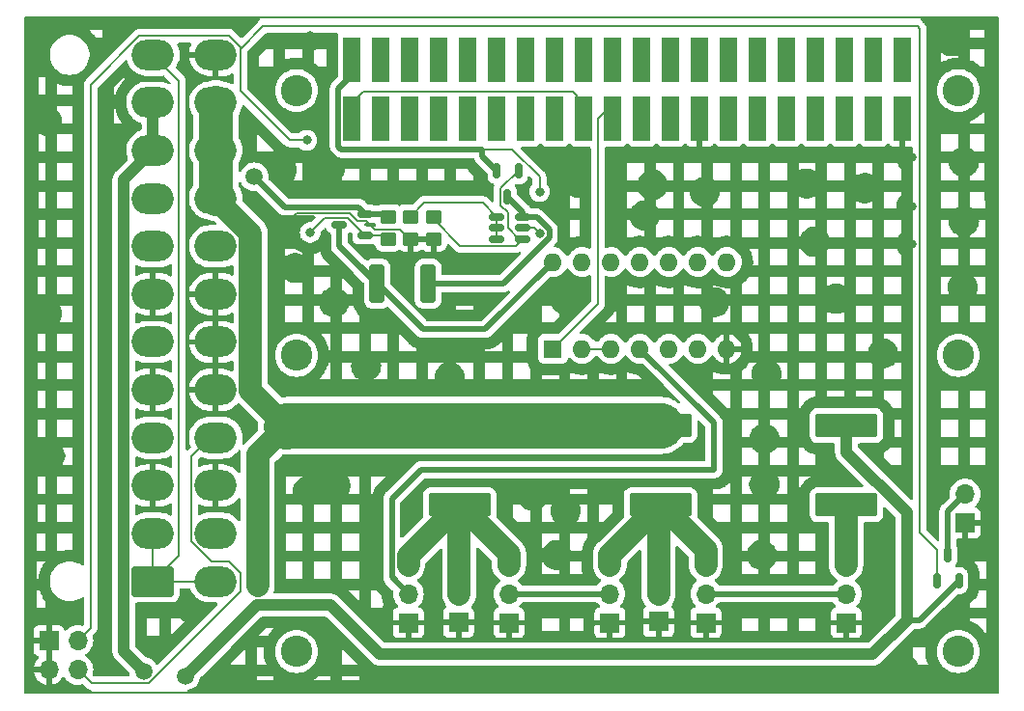
<source format=gtl>
G04 #@! TF.GenerationSoftware,KiCad,Pcbnew,(7.0.0-0)*
G04 #@! TF.CreationDate,2023-04-02T13:15:13+01:00*
G04 #@! TF.ProjectId,AuxBoard,41757842-6f61-4726-942e-6b696361645f,rev?*
G04 #@! TF.SameCoordinates,Original*
G04 #@! TF.FileFunction,Copper,L1,Top*
G04 #@! TF.FilePolarity,Positive*
%FSLAX46Y46*%
G04 Gerber Fmt 4.6, Leading zero omitted, Abs format (unit mm)*
G04 Created by KiCad (PCBNEW (7.0.0-0)) date 2023-04-02 13:15:13*
%MOMM*%
%LPD*%
G01*
G04 APERTURE LIST*
G04 Aperture macros list*
%AMRoundRect*
0 Rectangle with rounded corners*
0 $1 Rounding radius*
0 $2 $3 $4 $5 $6 $7 $8 $9 X,Y pos of 4 corners*
0 Add a 4 corners polygon primitive as box body*
4,1,4,$2,$3,$4,$5,$6,$7,$8,$9,$2,$3,0*
0 Add four circle primitives for the rounded corners*
1,1,$1+$1,$2,$3*
1,1,$1+$1,$4,$5*
1,1,$1+$1,$6,$7*
1,1,$1+$1,$8,$9*
0 Add four rect primitives between the rounded corners*
20,1,$1+$1,$2,$3,$4,$5,0*
20,1,$1+$1,$4,$5,$6,$7,0*
20,1,$1+$1,$6,$7,$8,$9,0*
20,1,$1+$1,$8,$9,$2,$3,0*%
G04 Aperture macros list end*
G04 #@! TA.AperFunction,SMDPad,CuDef*
%ADD10RoundRect,0.250000X0.400000X1.450000X-0.400000X1.450000X-0.400000X-1.450000X0.400000X-1.450000X0*%
G04 #@! TD*
G04 #@! TA.AperFunction,WasherPad*
%ADD11C,2.750000*%
G04 #@! TD*
G04 #@! TA.AperFunction,ComponentPad*
%ADD12R,1.600000X1.600000*%
G04 #@! TD*
G04 #@! TA.AperFunction,ComponentPad*
%ADD13O,1.600000X1.600000*%
G04 #@! TD*
G04 #@! TA.AperFunction,ComponentPad*
%ADD14R,1.700000X1.700000*%
G04 #@! TD*
G04 #@! TA.AperFunction,ComponentPad*
%ADD15O,1.700000X1.700000*%
G04 #@! TD*
G04 #@! TA.AperFunction,SMDPad,CuDef*
%ADD16RoundRect,0.250001X-2.474999X0.799999X-2.474999X-0.799999X2.474999X-0.799999X2.474999X0.799999X0*%
G04 #@! TD*
G04 #@! TA.AperFunction,SMDPad,CuDef*
%ADD17RoundRect,0.250000X0.450000X-0.350000X0.450000X0.350000X-0.450000X0.350000X-0.450000X-0.350000X0*%
G04 #@! TD*
G04 #@! TA.AperFunction,ComponentPad*
%ADD18RoundRect,0.250001X1.599999X-1.099999X1.599999X1.099999X-1.599999X1.099999X-1.599999X-1.099999X0*%
G04 #@! TD*
G04 #@! TA.AperFunction,ComponentPad*
%ADD19O,3.700000X2.700000*%
G04 #@! TD*
G04 #@! TA.AperFunction,SMDPad,CuDef*
%ADD20RoundRect,0.150000X-0.150000X0.512500X-0.150000X-0.512500X0.150000X-0.512500X0.150000X0.512500X0*%
G04 #@! TD*
G04 #@! TA.AperFunction,SMDPad,CuDef*
%ADD21RoundRect,0.150000X0.512500X0.150000X-0.512500X0.150000X-0.512500X-0.150000X0.512500X-0.150000X0*%
G04 #@! TD*
G04 #@! TA.AperFunction,SMDPad,CuDef*
%ADD22RoundRect,0.250001X2.474999X-0.799999X2.474999X0.799999X-2.474999X0.799999X-2.474999X-0.799999X0*%
G04 #@! TD*
G04 #@! TA.AperFunction,SMDPad,CuDef*
%ADD23RoundRect,0.150000X-0.512500X-0.150000X0.512500X-0.150000X0.512500X0.150000X-0.512500X0.150000X0*%
G04 #@! TD*
G04 #@! TA.AperFunction,ComponentPad*
%ADD24R,1.500000X4.000000*%
G04 #@! TD*
G04 #@! TA.AperFunction,SMDPad,CuDef*
%ADD25RoundRect,0.250000X-0.450000X0.350000X-0.450000X-0.350000X0.450000X-0.350000X0.450000X0.350000X0*%
G04 #@! TD*
G04 #@! TA.AperFunction,SMDPad,CuDef*
%ADD26RoundRect,0.150000X0.150000X-0.512500X0.150000X0.512500X-0.150000X0.512500X-0.150000X-0.512500X0*%
G04 #@! TD*
G04 #@! TA.AperFunction,ViaPad*
%ADD27C,0.800000*%
G04 #@! TD*
G04 #@! TA.AperFunction,ViaPad*
%ADD28C,1.500000*%
G04 #@! TD*
G04 #@! TA.AperFunction,Conductor*
%ADD29C,0.200000*%
G04 #@! TD*
G04 #@! TA.AperFunction,Conductor*
%ADD30C,0.500000*%
G04 #@! TD*
G04 #@! TA.AperFunction,Conductor*
%ADD31C,4.000000*%
G04 #@! TD*
G04 #@! TA.AperFunction,Conductor*
%ADD32C,2.000000*%
G04 #@! TD*
G04 #@! TA.AperFunction,Conductor*
%ADD33C,3.000000*%
G04 #@! TD*
G04 #@! TA.AperFunction,Conductor*
%ADD34C,1.000000*%
G04 #@! TD*
G04 #@! TA.AperFunction,Profile*
%ADD35C,0.200000*%
G04 #@! TD*
G04 APERTURE END LIST*
D10*
X140025000Y-73100000D03*
X135575000Y-73100000D03*
D11*
X128500000Y-79375000D03*
D12*
X150974999Y-78799999D03*
D13*
X153514999Y-78799999D03*
X156054999Y-78799999D03*
X158594999Y-78799999D03*
X161134999Y-78799999D03*
X163674999Y-78799999D03*
X166214999Y-78799999D03*
X166214999Y-71179999D03*
X163674999Y-71179999D03*
X161134999Y-71179999D03*
X158594999Y-71179999D03*
X156054999Y-71179999D03*
X153514999Y-71179999D03*
X150974999Y-71179999D03*
D14*
X176674999Y-102839999D03*
D15*
X176674999Y-100299999D03*
X176674999Y-97759999D03*
D16*
X160400000Y-85525000D03*
X160400000Y-92475000D03*
D17*
X140500000Y-69200000D03*
X140500000Y-67200000D03*
D18*
X115925000Y-99200000D03*
D19*
X115924999Y-94999999D03*
X115924999Y-90799999D03*
X115924999Y-86599999D03*
X115924999Y-82399999D03*
X115924999Y-78199999D03*
X115924999Y-73999999D03*
X115924999Y-69799999D03*
X115924999Y-65599999D03*
X115924999Y-61399999D03*
X115924999Y-57199999D03*
X115924999Y-52999999D03*
X121424999Y-99199999D03*
X121424999Y-94999999D03*
X121424999Y-90799999D03*
X121424999Y-86599999D03*
X121424999Y-82399999D03*
X121424999Y-78199999D03*
X121424999Y-73999999D03*
X121424999Y-69799999D03*
X121424999Y-65599999D03*
X121424999Y-61399999D03*
X121424999Y-57199999D03*
X121424999Y-52999999D03*
D20*
X147950000Y-63162500D03*
X146050000Y-63162500D03*
X147000000Y-65437500D03*
D14*
X138299999Y-102839999D03*
D15*
X138299999Y-100299999D03*
X138299999Y-97759999D03*
D14*
X142699999Y-102799999D03*
D15*
X142699999Y-100259999D03*
D21*
X134537500Y-68850000D03*
X134537500Y-66950000D03*
X132262500Y-67900000D03*
D22*
X176700000Y-92475000D03*
X176700000Y-85525000D03*
D23*
X146062500Y-67250000D03*
X146062500Y-68200000D03*
X146062500Y-69150000D03*
X148337500Y-69150000D03*
X148337500Y-68200000D03*
X148337500Y-67250000D03*
D14*
X155974999Y-102839999D03*
D15*
X155974999Y-100299999D03*
X155974999Y-97759999D03*
D24*
X133369999Y-58569999D03*
X133369999Y-53459999D03*
X135909999Y-58569999D03*
X135909999Y-53459999D03*
X138449999Y-58569999D03*
X138449999Y-53429999D03*
X140989999Y-58569999D03*
X140989999Y-53429999D03*
X143529999Y-58569999D03*
X143529999Y-53429999D03*
X146069999Y-58569999D03*
X146069999Y-53429999D03*
X148609999Y-58569999D03*
X148609999Y-53429999D03*
X151149999Y-58569999D03*
X151149999Y-53429999D03*
X153689999Y-58569999D03*
X153689999Y-53429999D03*
X156229999Y-58569999D03*
X156229999Y-53429999D03*
X158769999Y-58569999D03*
X158769999Y-53429999D03*
X161309999Y-58569999D03*
X161309999Y-53429999D03*
X163849999Y-58569999D03*
X163849999Y-53429999D03*
X166389999Y-58569999D03*
X166389999Y-53429999D03*
X168929999Y-58569999D03*
X168929999Y-53429999D03*
X171469999Y-58569999D03*
X171469999Y-53429999D03*
X174009999Y-58569999D03*
X174009999Y-53429999D03*
X176549999Y-58569999D03*
X176549999Y-53429999D03*
X179089999Y-58569999D03*
X179089999Y-53429999D03*
X181629999Y-58569999D03*
X181629999Y-53429999D03*
D22*
X142800000Y-92475000D03*
X142800000Y-85525000D03*
D14*
X160224999Y-102749999D03*
D15*
X160224999Y-100209999D03*
D14*
X147124999Y-102839999D03*
D15*
X147124999Y-100299999D03*
X147124999Y-97759999D03*
D11*
X128500000Y-105375000D03*
X186500000Y-105375000D03*
X128500000Y-56125000D03*
X186500000Y-79375000D03*
D14*
X164374999Y-102839999D03*
D15*
X164374999Y-100299999D03*
X164374999Y-97759999D03*
D14*
X187099999Y-94099999D03*
D15*
X187099999Y-91559999D03*
D11*
X186500000Y-56125000D03*
D25*
X136550000Y-67200000D03*
X136550000Y-69200000D03*
D26*
X184650000Y-99137500D03*
X186550000Y-99137500D03*
X185600000Y-96862500D03*
D17*
X138500000Y-69200000D03*
X138500000Y-67200000D03*
D14*
X106799999Y-104399999D03*
D15*
X109339999Y-104399999D03*
X106799999Y-106939999D03*
X109339999Y-106939999D03*
D27*
X149800000Y-65000000D03*
X149800000Y-68700000D03*
D28*
X125100000Y-99600500D03*
X124800000Y-63700000D03*
X118800000Y-107500000D03*
X115100000Y-107100000D03*
D27*
X178300000Y-64700000D03*
X181700000Y-106900000D03*
X169500000Y-90700000D03*
X182400500Y-69600000D03*
X134600000Y-80300000D03*
X127100000Y-68325000D03*
X131900000Y-90800000D03*
X128400000Y-71700000D03*
X152100000Y-93000000D03*
X187000000Y-62400000D03*
X152100000Y-74500000D03*
X129700000Y-51300000D03*
X165100000Y-74700000D03*
X186900000Y-73400000D03*
X179900000Y-79200000D03*
X106600000Y-75700000D03*
X151300000Y-96900000D03*
X131800000Y-74700000D03*
X182400500Y-66300000D03*
X173200000Y-64300000D03*
X131400000Y-63000000D03*
X111600000Y-61300000D03*
X175800000Y-74400000D03*
X159000000Y-67100000D03*
X169700000Y-81000000D03*
X119000000Y-101400000D03*
X169500000Y-86700000D03*
X169300000Y-96900000D03*
X141900000Y-81300000D03*
X106600000Y-58800000D03*
X129500000Y-91300000D03*
X187000000Y-67600000D03*
X149200000Y-91700000D03*
X164300000Y-65000000D03*
X106900000Y-88200000D03*
X111800000Y-74000000D03*
X139300000Y-107000000D03*
X121900000Y-107500000D03*
X153100000Y-64200000D03*
X159700000Y-64400000D03*
X185906590Y-51804167D03*
X182400500Y-62000000D03*
X127200000Y-63100000D03*
X173900000Y-69400000D03*
X129700000Y-68600000D03*
X129400000Y-60500000D03*
D29*
X110549500Y-108149500D02*
X109340000Y-106940000D01*
X123575000Y-100109218D02*
X115534718Y-108149500D01*
X120925000Y-86600000D02*
X119275000Y-88250000D01*
X122558452Y-97500000D02*
X123575000Y-98516548D01*
X121425000Y-86600000D02*
X120925000Y-86600000D01*
X115534718Y-108149500D02*
X110549500Y-108149500D01*
X123575000Y-98516548D02*
X123575000Y-100109218D01*
X121091548Y-97500000D02*
X122558452Y-97500000D01*
X119275000Y-88250000D02*
X119275000Y-95683452D01*
X119275000Y-95683452D02*
X121091548Y-97500000D01*
X133370000Y-57270000D02*
X134370000Y-56270000D01*
X152690000Y-56270000D02*
X153690000Y-57270000D01*
X134370000Y-56270000D02*
X152690000Y-56270000D01*
X147374632Y-61288236D02*
X144800000Y-61288236D01*
D30*
X133370000Y-54760000D02*
X132170000Y-55960000D01*
X132170000Y-55960000D02*
X132170000Y-61020000D01*
D29*
X149300000Y-68200000D02*
X149800000Y-68700000D01*
X149800000Y-65000000D02*
X149800000Y-63713604D01*
D30*
X144800000Y-61912500D02*
X144800000Y-61288236D01*
X146050000Y-63162500D02*
X144800000Y-61912500D01*
X132438236Y-61288236D02*
X144800000Y-61288236D01*
X132170000Y-61020000D02*
X132438236Y-61288236D01*
D29*
X149800000Y-63713604D02*
X147374632Y-61288236D01*
X148337500Y-68200000D02*
X149300000Y-68200000D01*
X150975000Y-78800000D02*
X154900000Y-74875000D01*
X154900000Y-74875000D02*
X154900000Y-58600000D01*
X154900000Y-58600000D02*
X156230000Y-57270000D01*
D31*
X160400000Y-85525000D02*
X142800000Y-85525000D01*
D32*
X124475000Y-68650000D02*
X124475000Y-82475000D01*
D31*
X127675000Y-85525000D02*
X127600000Y-85600000D01*
X142800000Y-85525000D02*
X127675000Y-85525000D01*
D32*
X124475000Y-82475000D02*
X127600000Y-85600000D01*
X125100000Y-88100000D02*
X125100000Y-99600500D01*
X121425000Y-65600000D02*
X124475000Y-68650000D01*
X127600000Y-85600000D02*
X125100000Y-88100000D01*
D33*
X121425000Y-57200000D02*
X121425000Y-65600000D01*
D30*
X127450499Y-66350499D02*
X133937999Y-66350499D01*
X136300000Y-66950000D02*
X136550000Y-67200000D01*
X133937999Y-66350499D02*
X134537500Y-66950000D01*
X127450499Y-66350499D02*
X124800000Y-63700000D01*
X134537500Y-66950000D02*
X136300000Y-66950000D01*
D34*
X113375000Y-105375000D02*
X113375000Y-63950000D01*
X135800000Y-105600000D02*
X131500000Y-101300000D01*
X113375000Y-63950000D02*
X115925000Y-61400000D01*
X115100000Y-107100000D02*
X113375000Y-105375000D01*
X125000000Y-101300000D02*
X118800000Y-107500000D01*
X182000000Y-93156498D02*
X182000000Y-102600000D01*
D30*
X186550000Y-99137500D02*
X183087500Y-102600000D01*
D34*
X176700000Y-87856498D02*
X182000000Y-93156498D01*
X176700000Y-85525000D02*
X176700000Y-87856498D01*
X179000000Y-105600000D02*
X135800000Y-105600000D01*
X115925000Y-57200000D02*
X115925000Y-61400000D01*
D30*
X183087500Y-102600000D02*
X182000000Y-102600000D01*
D34*
X182000000Y-102600000D02*
X179000000Y-105600000D01*
X131500000Y-101300000D02*
X125000000Y-101300000D01*
D30*
X139400000Y-89400000D02*
X165100000Y-89400000D01*
X138300000Y-100300000D02*
X136850000Y-98850000D01*
X158600000Y-78800000D02*
X158595000Y-78800000D01*
X136850000Y-98850000D02*
X136850000Y-91950000D01*
X165100000Y-85300000D02*
X158600000Y-78800000D01*
X136850000Y-91950000D02*
X139400000Y-89400000D01*
X165100000Y-89400000D02*
X165100000Y-85300000D01*
D29*
X153515000Y-78800000D02*
X156055000Y-78800000D01*
D32*
X176675000Y-92500000D02*
X176700000Y-92475000D01*
X176675000Y-97760000D02*
X176675000Y-92500000D01*
D30*
X164375000Y-100300000D02*
X176675000Y-100300000D01*
D32*
X147125000Y-97760000D02*
X147125000Y-96800000D01*
X138300000Y-96975000D02*
X142800000Y-92475000D01*
X142762500Y-92512500D02*
X142800000Y-92475000D01*
X142762500Y-100340000D02*
X142762500Y-92512500D01*
X138300000Y-97760000D02*
X138300000Y-96975000D01*
X147125000Y-96800000D02*
X142800000Y-92475000D01*
D30*
X147125000Y-100300000D02*
X155975000Y-100300000D01*
D32*
X164375000Y-96450000D02*
X160400000Y-92475000D01*
X155975000Y-96900000D02*
X160400000Y-92475000D01*
X160225000Y-100340000D02*
X160225000Y-92650000D01*
X164375000Y-97760000D02*
X164375000Y-96450000D01*
X155975000Y-97760000D02*
X155975000Y-96900000D01*
X160225000Y-92650000D02*
X160400000Y-92475000D01*
D29*
X115925000Y-99200000D02*
X118200000Y-96925000D01*
X118200000Y-55275000D02*
X115925000Y-53000000D01*
X118200000Y-96925000D02*
X118200000Y-55275000D01*
X115925000Y-99200000D02*
X121425000Y-99200000D01*
X115925000Y-99200000D02*
X115925000Y-95000000D01*
X133838604Y-67550000D02*
X133188604Y-66900000D01*
X128525000Y-66900000D02*
X127100000Y-68325000D01*
X140500000Y-69200000D02*
X138500000Y-69200000D01*
X138500000Y-69200000D02*
X137600000Y-68300000D01*
X133188604Y-66900000D02*
X128525000Y-66900000D01*
X135350000Y-68300000D02*
X134600000Y-67550000D01*
X134600000Y-67550000D02*
X133838604Y-67550000D01*
X137600000Y-68300000D02*
X135350000Y-68300000D01*
D30*
X134062500Y-71562500D02*
X139600000Y-77100000D01*
X134037500Y-71562500D02*
X134062500Y-71562500D01*
X132262500Y-67900000D02*
X132262500Y-69787500D01*
X132262500Y-69787500D02*
X134037500Y-71562500D01*
X139600000Y-77100000D02*
X145055000Y-77100000D01*
X134037500Y-71562500D02*
X135575000Y-73100000D01*
X145055000Y-77100000D02*
X150975000Y-71180000D01*
X185600000Y-96862500D02*
X185600000Y-93060000D01*
X185600000Y-93060000D02*
X187100000Y-91560000D01*
X149551375Y-67250000D02*
X148337500Y-67250000D01*
X146601375Y-73100000D02*
X150649500Y-69051875D01*
X148337500Y-66775000D02*
X148337500Y-67250000D01*
X140025000Y-73100000D02*
X146601375Y-73100000D01*
X150649500Y-68348125D02*
X149551375Y-67250000D01*
X147000000Y-65437500D02*
X148337500Y-66775000D01*
X150649500Y-69051875D02*
X150649500Y-68348125D01*
D29*
X144812500Y-66000000D02*
X139700000Y-66000000D01*
X139700000Y-66000000D02*
X138500000Y-67200000D01*
X146062500Y-69150000D02*
X146062500Y-67250000D01*
X146062500Y-67250000D02*
X144812500Y-66000000D01*
X148337500Y-69150000D02*
X147988604Y-69150000D01*
X147737500Y-69750000D02*
X142850000Y-69750000D01*
X148337500Y-69150000D02*
X147737500Y-69750000D01*
X140500000Y-67400000D02*
X140500000Y-67200000D01*
X147988604Y-69150000D02*
X147025000Y-68186396D01*
X146386396Y-66186396D02*
X146386396Y-64726104D01*
X142850000Y-69750000D02*
X140500000Y-67400000D01*
X147025000Y-68186396D02*
X147025000Y-66825000D01*
X147025000Y-66825000D02*
X146386396Y-66186396D01*
X146386396Y-64726104D02*
X147950000Y-63162500D01*
X184650000Y-96475000D02*
X184650000Y-99137500D01*
X123575000Y-56175000D02*
X123575000Y-52316548D01*
X123575000Y-52316548D02*
X122608452Y-51350000D01*
X122608452Y-51350000D02*
X114741548Y-51350000D01*
X131000000Y-67300000D02*
X132987500Y-67300000D01*
X127900000Y-60500000D02*
X123575000Y-56175000D01*
X134537500Y-68850000D02*
X136200000Y-68850000D01*
X183100000Y-94925000D02*
X183100000Y-50689393D01*
X136200000Y-68850000D02*
X136550000Y-69200000D01*
X110475000Y-55616548D02*
X110475000Y-103265000D01*
X132987500Y-67300000D02*
X134537500Y-68850000D01*
X183100000Y-50689393D02*
X182910607Y-50500000D01*
X182910607Y-50500000D02*
X125575000Y-50500000D01*
X129400000Y-60500000D02*
X127900000Y-60500000D01*
X125575000Y-50500000D02*
X123575000Y-52500000D01*
X110475000Y-103265000D02*
X109340000Y-104400000D01*
X129700000Y-68600000D02*
X131000000Y-67300000D01*
X114741548Y-51350000D02*
X110475000Y-55616548D01*
X183100000Y-94925000D02*
X184650000Y-96475000D01*
G04 #@! TA.AperFunction,Conductor*
G36*
X125263157Y-49767113D02*
G01*
X125308544Y-49812502D01*
X125325156Y-49874503D01*
X125308541Y-49936504D01*
X125271038Y-49974003D01*
X125272159Y-49975464D01*
X125153163Y-50066772D01*
X125153160Y-50066774D01*
X125146718Y-50071718D01*
X125141773Y-50078161D01*
X125141770Y-50078165D01*
X125127490Y-50096774D01*
X125116798Y-50108965D01*
X123754406Y-51471357D01*
X123698819Y-51503451D01*
X123634631Y-51503451D01*
X123579044Y-51471357D01*
X123066651Y-50958964D01*
X123055956Y-50946769D01*
X123041680Y-50928164D01*
X123036734Y-50921718D01*
X122911293Y-50825464D01*
X122903785Y-50822354D01*
X122772723Y-50768066D01*
X122772720Y-50768065D01*
X122765214Y-50764956D01*
X122757160Y-50763895D01*
X122757154Y-50763894D01*
X122647813Y-50749500D01*
X122616511Y-50745379D01*
X122608452Y-50744318D01*
X122600393Y-50745379D01*
X122577150Y-50748439D01*
X122560965Y-50749500D01*
X114789035Y-50749500D01*
X114772850Y-50748439D01*
X114749607Y-50745379D01*
X114741548Y-50744318D01*
X114733489Y-50745379D01*
X114702187Y-50749500D01*
X114592845Y-50763894D01*
X114592837Y-50763896D01*
X114584786Y-50764956D01*
X114577281Y-50768064D01*
X114577276Y-50768066D01*
X114446214Y-50822354D01*
X114446210Y-50822355D01*
X114438707Y-50825464D01*
X114432262Y-50830408D01*
X114432259Y-50830411D01*
X114319711Y-50916772D01*
X114319708Y-50916774D01*
X114313266Y-50921718D01*
X114308321Y-50928161D01*
X114308318Y-50928165D01*
X114294038Y-50946774D01*
X114283346Y-50958965D01*
X110083965Y-55158346D01*
X110071774Y-55169038D01*
X110053165Y-55183318D01*
X110053161Y-55183321D01*
X110046718Y-55188266D01*
X110041774Y-55194708D01*
X110041772Y-55194711D01*
X109967153Y-55291957D01*
X109967153Y-55291958D01*
X109950464Y-55313707D01*
X109947355Y-55321210D01*
X109947354Y-55321214D01*
X109893066Y-55452276D01*
X109893064Y-55452281D01*
X109889956Y-55459786D01*
X109888896Y-55467837D01*
X109888894Y-55467845D01*
X109877050Y-55557816D01*
X109869318Y-55616548D01*
X109870379Y-55624607D01*
X109873439Y-55647850D01*
X109874500Y-55664035D01*
X109874500Y-97699981D01*
X109855494Y-97765953D01*
X109804302Y-97811701D01*
X109736616Y-97823201D01*
X109673187Y-97796928D01*
X109617483Y-97752506D01*
X109613857Y-97749614D01*
X109445753Y-97652559D01*
X109390664Y-97620753D01*
X109390658Y-97620750D01*
X109386643Y-97618432D01*
X109382324Y-97616737D01*
X109382318Y-97616734D01*
X109146738Y-97524276D01*
X109146734Y-97524275D01*
X109142416Y-97522580D01*
X109137893Y-97521547D01*
X109137891Y-97521547D01*
X108891149Y-97465229D01*
X108891143Y-97465228D01*
X108886630Y-97464198D01*
X108882008Y-97463851D01*
X108882004Y-97463851D01*
X108692808Y-97449673D01*
X108692797Y-97449672D01*
X108690494Y-97449500D01*
X108559506Y-97449500D01*
X108557203Y-97449672D01*
X108557191Y-97449673D01*
X108367995Y-97463851D01*
X108367989Y-97463851D01*
X108363370Y-97464198D01*
X108358858Y-97465227D01*
X108358850Y-97465229D01*
X108112108Y-97521547D01*
X108112102Y-97521548D01*
X108107584Y-97522580D01*
X108103268Y-97524273D01*
X108103261Y-97524276D01*
X107867681Y-97616734D01*
X107867670Y-97616739D01*
X107863357Y-97618432D01*
X107859346Y-97620747D01*
X107859335Y-97620753D01*
X107640161Y-97747294D01*
X107636143Y-97749614D01*
X107632519Y-97752503D01*
X107632516Y-97752506D01*
X107434646Y-97910302D01*
X107434641Y-97910306D01*
X107431019Y-97913195D01*
X107427865Y-97916593D01*
X107427863Y-97916596D01*
X107255719Y-98102123D01*
X107255713Y-98102129D01*
X107252567Y-98105521D01*
X107249957Y-98109348D01*
X107249957Y-98109349D01*
X107147173Y-98260106D01*
X107104772Y-98322296D01*
X107102759Y-98326474D01*
X107102756Y-98326481D01*
X106992949Y-98554497D01*
X106992944Y-98554508D01*
X106990937Y-98558677D01*
X106989574Y-98563093D01*
X106989569Y-98563108D01*
X106914971Y-98804951D01*
X106914968Y-98804959D01*
X106913604Y-98809385D01*
X106912914Y-98813961D01*
X106912912Y-98813971D01*
X106875190Y-99064234D01*
X106875189Y-99064246D01*
X106874500Y-99068818D01*
X106874500Y-99331182D01*
X106875189Y-99335754D01*
X106875190Y-99335765D01*
X106912912Y-99586028D01*
X106912913Y-99586035D01*
X106913604Y-99590615D01*
X106914969Y-99595043D01*
X106914971Y-99595048D01*
X106989569Y-99836891D01*
X106989573Y-99836901D01*
X106990937Y-99841323D01*
X106992946Y-99845496D01*
X106992949Y-99845502D01*
X107101053Y-100069982D01*
X107104772Y-100077704D01*
X107252567Y-100294479D01*
X107431019Y-100486805D01*
X107636143Y-100650386D01*
X107863357Y-100781568D01*
X108107584Y-100877420D01*
X108363370Y-100935802D01*
X108559506Y-100950500D01*
X108688177Y-100950500D01*
X108690494Y-100950500D01*
X108886630Y-100935802D01*
X109142416Y-100877420D01*
X109386643Y-100781568D01*
X109613857Y-100650386D01*
X109673186Y-100603072D01*
X109736616Y-100576799D01*
X109804302Y-100588299D01*
X109855494Y-100634047D01*
X109874500Y-100700019D01*
X109874500Y-102964902D01*
X109865060Y-103012357D01*
X109838178Y-103052586D01*
X109823527Y-103067236D01*
X109767941Y-103099327D01*
X109703756Y-103099327D01*
X109580634Y-103066337D01*
X109580630Y-103066336D01*
X109575408Y-103064937D01*
X109570020Y-103064465D01*
X109570017Y-103064465D01*
X109345395Y-103044813D01*
X109340000Y-103044341D01*
X109334605Y-103044813D01*
X109109982Y-103064465D01*
X109109977Y-103064465D01*
X109104592Y-103064937D01*
X109099371Y-103066335D01*
X109099365Y-103066337D01*
X108881569Y-103124694D01*
X108881557Y-103124698D01*
X108876337Y-103126097D01*
X108871432Y-103128383D01*
X108871427Y-103128386D01*
X108667081Y-103223675D01*
X108667077Y-103223677D01*
X108662171Y-103225965D01*
X108657738Y-103229068D01*
X108657731Y-103229073D01*
X108473034Y-103358399D01*
X108473029Y-103358402D01*
X108468599Y-103361505D01*
X108464774Y-103365329D01*
X108464775Y-103365329D01*
X108346285Y-103483819D01*
X108293538Y-103515114D01*
X108232246Y-103517303D01*
X108177401Y-103489850D01*
X108142422Y-103439471D01*
X108096451Y-103316220D01*
X108088037Y-103300810D01*
X108012501Y-103199907D01*
X108000092Y-103187498D01*
X107899189Y-103111962D01*
X107883777Y-103103547D01*
X107764641Y-103059111D01*
X107749667Y-103055573D01*
X107701114Y-103050353D01*
X107694518Y-103050000D01*
X107066326Y-103050000D01*
X107053450Y-103053450D01*
X107050000Y-103066326D01*
X107050000Y-108256369D01*
X107052551Y-108267311D01*
X107063780Y-108266943D01*
X107258263Y-108214831D01*
X107268397Y-108211143D01*
X107472676Y-108115886D01*
X107482008Y-108110498D01*
X107666643Y-107981215D01*
X107674909Y-107974278D01*
X107834278Y-107814909D01*
X107841219Y-107806638D01*
X107968119Y-107625406D01*
X108012437Y-107586540D01*
X108069694Y-107572529D01*
X108126951Y-107586540D01*
X108171269Y-107625405D01*
X108298399Y-107806966D01*
X108298402Y-107806970D01*
X108301505Y-107811401D01*
X108468599Y-107978495D01*
X108662170Y-108114035D01*
X108876337Y-108213903D01*
X109104592Y-108275063D01*
X109340000Y-108295659D01*
X109575408Y-108275063D01*
X109703757Y-108240672D01*
X109767943Y-108240672D01*
X109823531Y-108272766D01*
X110091299Y-108540534D01*
X110101989Y-108552722D01*
X110121218Y-108577782D01*
X110246659Y-108674036D01*
X110392738Y-108734544D01*
X110481286Y-108746201D01*
X110538402Y-108769126D01*
X110577462Y-108816691D01*
X110588839Y-108877177D01*
X110569733Y-108935683D01*
X110524849Y-108977796D01*
X110465245Y-108993140D01*
X105027874Y-108999500D01*
X104874500Y-108999500D01*
X104812500Y-108982887D01*
X104767113Y-108937500D01*
X104750500Y-108875500D01*
X104750500Y-107192551D01*
X105472688Y-107192551D01*
X105473056Y-107203780D01*
X105525168Y-107398263D01*
X105528856Y-107408397D01*
X105624113Y-107612676D01*
X105629501Y-107622008D01*
X105758784Y-107806643D01*
X105765721Y-107814909D01*
X105925090Y-107974278D01*
X105933356Y-107981215D01*
X106117991Y-108110498D01*
X106127323Y-108115886D01*
X106331602Y-108211143D01*
X106341736Y-108214831D01*
X106536219Y-108266943D01*
X106547448Y-108267311D01*
X106550000Y-108256369D01*
X106550000Y-107206326D01*
X106546549Y-107193450D01*
X106533674Y-107190000D01*
X105483631Y-107190000D01*
X105472688Y-107192551D01*
X104750500Y-107192551D01*
X104750500Y-105294518D01*
X105450000Y-105294518D01*
X105450353Y-105301114D01*
X105455573Y-105349667D01*
X105459111Y-105364641D01*
X105503547Y-105483777D01*
X105511962Y-105499189D01*
X105587498Y-105600092D01*
X105599907Y-105612501D01*
X105700810Y-105688037D01*
X105716222Y-105696452D01*
X105839986Y-105742614D01*
X105890366Y-105777593D01*
X105917819Y-105832437D01*
X105915630Y-105893730D01*
X105884335Y-105946477D01*
X105765714Y-106065098D01*
X105758784Y-106073357D01*
X105629508Y-106257982D01*
X105624110Y-106267332D01*
X105528856Y-106471602D01*
X105525168Y-106481736D01*
X105473056Y-106676219D01*
X105472688Y-106687448D01*
X105483631Y-106690000D01*
X106533674Y-106690000D01*
X106546549Y-106686549D01*
X106550000Y-106673674D01*
X106550000Y-104666326D01*
X106546549Y-104653450D01*
X106533674Y-104650000D01*
X105466326Y-104650000D01*
X105453450Y-104653450D01*
X105450000Y-104666326D01*
X105450000Y-105294518D01*
X104750500Y-105294518D01*
X104750500Y-104133674D01*
X105450000Y-104133674D01*
X105453450Y-104146549D01*
X105466326Y-104150000D01*
X106533674Y-104150000D01*
X106546549Y-104146549D01*
X106550000Y-104133674D01*
X106550000Y-103066326D01*
X106546549Y-103053450D01*
X106533674Y-103050000D01*
X105905482Y-103050000D01*
X105898885Y-103050353D01*
X105850332Y-103055573D01*
X105835358Y-103059111D01*
X105716222Y-103103547D01*
X105700810Y-103111962D01*
X105599907Y-103187498D01*
X105587498Y-103199907D01*
X105511962Y-103300810D01*
X105503547Y-103316222D01*
X105459111Y-103435358D01*
X105455573Y-103450332D01*
X105450353Y-103498885D01*
X105450000Y-103505482D01*
X105450000Y-104133674D01*
X104750500Y-104133674D01*
X104750500Y-101500500D01*
X105749300Y-101500500D01*
X106500500Y-101500500D01*
X106500500Y-100949625D01*
X106481314Y-100927331D01*
X106478356Y-100923761D01*
X106466801Y-100909272D01*
X106463978Y-100905593D01*
X106430665Y-100860457D01*
X106427980Y-100856674D01*
X106280185Y-100639899D01*
X106277644Y-100636017D01*
X106247796Y-100588512D01*
X106245402Y-100584540D01*
X106236136Y-100568490D01*
X106233895Y-100564433D01*
X106207695Y-100514860D01*
X106205605Y-100510721D01*
X106091770Y-100274340D01*
X106089836Y-100270124D01*
X106067409Y-100218720D01*
X106065635Y-100214437D01*
X106058864Y-100197185D01*
X106057251Y-100192837D01*
X106038725Y-100139894D01*
X106037275Y-100135489D01*
X105995020Y-99998500D01*
X105754365Y-99998500D01*
X105749300Y-101500500D01*
X104750500Y-101500500D01*
X104750500Y-99000500D01*
X105757731Y-99000500D01*
X105879169Y-99000500D01*
X105880329Y-98985024D01*
X105880762Y-98980407D01*
X105887042Y-98924669D01*
X105887647Y-98920070D01*
X105926751Y-98660637D01*
X105927528Y-98656065D01*
X105937956Y-98600955D01*
X105938903Y-98596416D01*
X105943027Y-98578348D01*
X105944143Y-98573848D01*
X105958658Y-98519676D01*
X105959942Y-98515219D01*
X106037275Y-98264511D01*
X106038725Y-98260106D01*
X106057251Y-98207163D01*
X106058864Y-98202815D01*
X106065635Y-98185563D01*
X106067409Y-98181280D01*
X106089836Y-98129876D01*
X106091770Y-98125660D01*
X106205605Y-97889279D01*
X106207695Y-97885140D01*
X106233895Y-97835567D01*
X106236136Y-97831510D01*
X106245402Y-97815460D01*
X106247796Y-97811488D01*
X106277644Y-97763983D01*
X106280185Y-97760101D01*
X106427980Y-97543326D01*
X106430665Y-97539543D01*
X106460957Y-97498500D01*
X105762797Y-97498500D01*
X105757731Y-99000500D01*
X104750500Y-99000500D01*
X104750500Y-96500500D01*
X105766163Y-96500500D01*
X106500500Y-96500500D01*
X106500500Y-94998500D01*
X107498500Y-94998500D01*
X107498500Y-96500500D01*
X108100634Y-96500500D01*
X108141292Y-96491220D01*
X108145834Y-96490272D01*
X108200958Y-96479843D01*
X108205530Y-96479067D01*
X108223857Y-96476305D01*
X108228453Y-96475700D01*
X108284175Y-96469422D01*
X108288792Y-96468989D01*
X108484928Y-96454291D01*
X108487238Y-96454139D01*
X108515217Y-96452567D01*
X108517533Y-96452459D01*
X108526799Y-96452112D01*
X108529120Y-96452047D01*
X108557187Y-96451522D01*
X108559506Y-96451500D01*
X108690494Y-96451500D01*
X108692813Y-96451522D01*
X108720880Y-96452047D01*
X108723201Y-96452112D01*
X108732467Y-96452459D01*
X108734783Y-96452567D01*
X108762762Y-96454139D01*
X108765072Y-96454291D01*
X108876500Y-96462641D01*
X108876500Y-94998500D01*
X107498500Y-94998500D01*
X106500500Y-94998500D01*
X105771228Y-94998500D01*
X105766163Y-96500500D01*
X104750500Y-96500500D01*
X104750500Y-94000500D01*
X105774595Y-94000500D01*
X106500500Y-94000500D01*
X106500500Y-92498500D01*
X107498500Y-92498500D01*
X107498500Y-94000500D01*
X108876500Y-94000500D01*
X108876500Y-92498500D01*
X107498500Y-92498500D01*
X106500500Y-92498500D01*
X105779660Y-92498500D01*
X105774595Y-94000500D01*
X104750500Y-94000500D01*
X104750500Y-91500500D01*
X105783026Y-91500500D01*
X106500500Y-91500500D01*
X106500500Y-89998500D01*
X107498500Y-89998500D01*
X107498500Y-91500500D01*
X108876500Y-91500500D01*
X108876500Y-89998500D01*
X107498500Y-89998500D01*
X106500500Y-89998500D01*
X105788092Y-89998500D01*
X105783026Y-91500500D01*
X104750500Y-91500500D01*
X104750500Y-89000500D01*
X107954603Y-89000500D01*
X108876500Y-89000500D01*
X108876500Y-87498500D01*
X108028324Y-87498500D01*
X108035632Y-87510303D01*
X108134761Y-87709381D01*
X108143027Y-87730719D01*
X108203887Y-87944622D01*
X108208092Y-87967115D01*
X108228612Y-88188559D01*
X108228612Y-88211441D01*
X108208092Y-88432885D01*
X108203887Y-88455378D01*
X108143027Y-88669281D01*
X108134761Y-88690619D01*
X108035632Y-88889697D01*
X108023586Y-88909152D01*
X107954603Y-89000500D01*
X104750500Y-89000500D01*
X104750500Y-86500500D01*
X105799890Y-86500500D01*
X106500500Y-86500500D01*
X106500500Y-84998500D01*
X107498500Y-84998500D01*
X107498500Y-86500500D01*
X108876500Y-86500500D01*
X108876500Y-84998500D01*
X107498500Y-84998500D01*
X106500500Y-84998500D01*
X105804955Y-84998500D01*
X105799890Y-86500500D01*
X104750500Y-86500500D01*
X104750500Y-84000500D01*
X105808322Y-84000500D01*
X106500500Y-84000500D01*
X106500500Y-82498500D01*
X107498500Y-82498500D01*
X107498500Y-84000500D01*
X108876500Y-84000500D01*
X108876500Y-82498500D01*
X107498500Y-82498500D01*
X106500500Y-82498500D01*
X105813387Y-82498500D01*
X105808322Y-84000500D01*
X104750500Y-84000500D01*
X104750500Y-81500500D01*
X105816753Y-81500500D01*
X106500500Y-81500500D01*
X106500500Y-79998500D01*
X107498500Y-79998500D01*
X107498500Y-81500500D01*
X108876500Y-81500500D01*
X108876500Y-79998500D01*
X107498500Y-79998500D01*
X106500500Y-79998500D01*
X105821819Y-79998500D01*
X105816753Y-81500500D01*
X104750500Y-81500500D01*
X104750500Y-79000500D01*
X105825185Y-79000500D01*
X106500500Y-79000500D01*
X106500500Y-77498500D01*
X107498500Y-77498500D01*
X107498500Y-79000500D01*
X108876500Y-79000500D01*
X108876500Y-77498500D01*
X107498500Y-77498500D01*
X106500500Y-77498500D01*
X105830250Y-77498500D01*
X105825185Y-79000500D01*
X104750500Y-79000500D01*
X104750500Y-76500500D01*
X107654603Y-76500500D01*
X108876500Y-76500500D01*
X108876500Y-74998500D01*
X107728324Y-74998500D01*
X107735632Y-75010303D01*
X107834761Y-75209381D01*
X107843027Y-75230719D01*
X107903887Y-75444622D01*
X107908092Y-75467115D01*
X107928612Y-75688559D01*
X107928612Y-75711441D01*
X107908092Y-75932885D01*
X107903887Y-75955378D01*
X107843027Y-76169281D01*
X107834761Y-76190619D01*
X107735632Y-76389697D01*
X107723586Y-76409152D01*
X107654603Y-76500500D01*
X104750500Y-76500500D01*
X104750500Y-74000500D01*
X105842048Y-74000500D01*
X106500500Y-74000500D01*
X106500500Y-72498500D01*
X107498500Y-72498500D01*
X107498500Y-74000500D01*
X108876500Y-74000500D01*
X108876500Y-72498500D01*
X107498500Y-72498500D01*
X106500500Y-72498500D01*
X105847114Y-72498500D01*
X105842048Y-74000500D01*
X104750500Y-74000500D01*
X104750500Y-71500500D01*
X105850480Y-71500500D01*
X106500500Y-71500500D01*
X106500500Y-69998500D01*
X107498500Y-69998500D01*
X107498500Y-71500500D01*
X108876500Y-71500500D01*
X108876500Y-69998500D01*
X107498500Y-69998500D01*
X106500500Y-69998500D01*
X105855545Y-69998500D01*
X105850480Y-71500500D01*
X104750500Y-71500500D01*
X104750500Y-69000500D01*
X105858912Y-69000500D01*
X106500500Y-69000500D01*
X106500500Y-67498500D01*
X107498500Y-67498500D01*
X107498500Y-69000500D01*
X108876500Y-69000500D01*
X108876500Y-67498500D01*
X107498500Y-67498500D01*
X106500500Y-67498500D01*
X105863977Y-67498500D01*
X105858912Y-69000500D01*
X104750500Y-69000500D01*
X104750500Y-66500500D01*
X105867344Y-66500500D01*
X106500500Y-66500500D01*
X106500500Y-64998500D01*
X107498500Y-64998500D01*
X107498500Y-66500500D01*
X108876500Y-66500500D01*
X108876500Y-64998500D01*
X107498500Y-64998500D01*
X106500500Y-64998500D01*
X105872409Y-64998500D01*
X105867344Y-66500500D01*
X104750500Y-66500500D01*
X104750500Y-64376749D01*
X104750501Y-64376331D01*
X104750568Y-64356520D01*
X104751769Y-64000500D01*
X105875775Y-64000500D01*
X106500500Y-64000500D01*
X106500500Y-62498500D01*
X107498500Y-62498500D01*
X107498500Y-64000500D01*
X108876500Y-64000500D01*
X108876500Y-62498500D01*
X107498500Y-62498500D01*
X106500500Y-62498500D01*
X105880841Y-62498500D01*
X105875775Y-64000500D01*
X104751769Y-64000500D01*
X104760201Y-61500500D01*
X105884207Y-61500500D01*
X106500500Y-61500500D01*
X106500500Y-60124000D01*
X106488804Y-60124000D01*
X106466019Y-60121889D01*
X106247413Y-60081025D01*
X106225404Y-60074763D01*
X106028547Y-59998500D01*
X107498500Y-59998500D01*
X107498500Y-61500500D01*
X108876500Y-61500500D01*
X108876500Y-59998500D01*
X107498500Y-59998500D01*
X106028547Y-59998500D01*
X105889272Y-59998500D01*
X105884207Y-61500500D01*
X104760201Y-61500500D01*
X104773698Y-57498500D01*
X107498500Y-57498500D01*
X107498500Y-57827503D01*
X107574148Y-57896465D01*
X107589564Y-57913375D01*
X107723586Y-58090848D01*
X107735632Y-58110303D01*
X107834761Y-58309381D01*
X107843027Y-58330719D01*
X107903887Y-58544622D01*
X107908092Y-58567115D01*
X107928612Y-58788559D01*
X107928612Y-58811441D01*
X107911093Y-59000500D01*
X108876500Y-59000500D01*
X108876500Y-57498500D01*
X107498500Y-57498500D01*
X104773698Y-57498500D01*
X104777064Y-56500500D01*
X105901071Y-56500500D01*
X106500500Y-56500500D01*
X106500500Y-55510477D01*
X107498500Y-55510477D01*
X107498500Y-56500500D01*
X108876500Y-56500500D01*
X108876500Y-55737359D01*
X108765072Y-55745709D01*
X108762762Y-55745861D01*
X108734783Y-55747433D01*
X108732467Y-55747541D01*
X108723201Y-55747888D01*
X108720880Y-55747953D01*
X108692813Y-55748478D01*
X108690494Y-55748500D01*
X108559506Y-55748500D01*
X108557187Y-55748478D01*
X108529120Y-55747953D01*
X108526799Y-55747888D01*
X108517533Y-55747541D01*
X108515217Y-55747433D01*
X108487238Y-55745861D01*
X108484928Y-55745709D01*
X108288792Y-55731011D01*
X108284175Y-55730578D01*
X108228453Y-55724300D01*
X108223857Y-55723695D01*
X108205530Y-55720933D01*
X108200958Y-55720157D01*
X108145834Y-55709728D01*
X108141292Y-55708780D01*
X107885506Y-55650398D01*
X107881003Y-55649281D01*
X107826810Y-55634759D01*
X107822353Y-55633475D01*
X107804644Y-55628012D01*
X107800240Y-55626563D01*
X107747319Y-55608044D01*
X107742974Y-55606431D01*
X107498747Y-55510579D01*
X107498500Y-55510477D01*
X106500500Y-55510477D01*
X106500500Y-54998500D01*
X105906136Y-54998500D01*
X105901071Y-56500500D01*
X104777064Y-56500500D01*
X104788427Y-53131182D01*
X106874500Y-53131182D01*
X106875189Y-53135754D01*
X106875190Y-53135765D01*
X106912912Y-53386028D01*
X106912913Y-53386035D01*
X106913604Y-53390615D01*
X106914969Y-53395043D01*
X106914971Y-53395048D01*
X106989569Y-53636891D01*
X106989573Y-53636901D01*
X106990937Y-53641323D01*
X106992946Y-53645496D01*
X106992949Y-53645502D01*
X107033500Y-53729706D01*
X107104772Y-53877704D01*
X107252567Y-54094479D01*
X107431019Y-54286805D01*
X107636143Y-54450386D01*
X107863357Y-54581568D01*
X108107584Y-54677420D01*
X108363370Y-54735802D01*
X108559506Y-54750500D01*
X108688177Y-54750500D01*
X108690494Y-54750500D01*
X108886630Y-54735802D01*
X109142416Y-54677420D01*
X109386643Y-54581568D01*
X109613857Y-54450386D01*
X109818981Y-54286805D01*
X109997433Y-54094479D01*
X110145228Y-53877704D01*
X110259063Y-53641323D01*
X110336396Y-53390615D01*
X110375500Y-53131182D01*
X110375500Y-52868818D01*
X110336396Y-52609385D01*
X110259063Y-52358677D01*
X110145228Y-52122296D01*
X109997433Y-51905521D01*
X109818981Y-51713195D01*
X109613857Y-51549614D01*
X109478312Y-51471357D01*
X109390664Y-51420753D01*
X109390658Y-51420750D01*
X109386643Y-51418432D01*
X109382324Y-51416737D01*
X109382318Y-51416734D01*
X109146738Y-51324276D01*
X109146734Y-51324275D01*
X109142416Y-51322580D01*
X109137893Y-51321547D01*
X109137891Y-51321547D01*
X108891149Y-51265229D01*
X108891143Y-51265228D01*
X108886630Y-51264198D01*
X108882008Y-51263851D01*
X108882004Y-51263851D01*
X108692808Y-51249673D01*
X108692797Y-51249672D01*
X108690494Y-51249500D01*
X108559506Y-51249500D01*
X108557203Y-51249672D01*
X108557191Y-51249673D01*
X108367995Y-51263851D01*
X108367989Y-51263851D01*
X108363370Y-51264198D01*
X108358858Y-51265227D01*
X108358850Y-51265229D01*
X108112108Y-51321547D01*
X108112102Y-51321548D01*
X108107584Y-51322580D01*
X108103268Y-51324273D01*
X108103261Y-51324276D01*
X107867681Y-51416734D01*
X107867670Y-51416739D01*
X107863357Y-51418432D01*
X107859346Y-51420747D01*
X107859335Y-51420753D01*
X107640161Y-51547294D01*
X107636143Y-51549614D01*
X107632519Y-51552503D01*
X107632516Y-51552506D01*
X107434646Y-51710302D01*
X107434641Y-51710306D01*
X107431019Y-51713195D01*
X107427865Y-51716593D01*
X107427863Y-51716596D01*
X107255719Y-51902123D01*
X107255713Y-51902129D01*
X107252567Y-51905521D01*
X107249957Y-51909348D01*
X107249957Y-51909349D01*
X107140447Y-52069971D01*
X107104772Y-52122296D01*
X107102759Y-52126474D01*
X107102756Y-52126481D01*
X106992949Y-52354497D01*
X106992944Y-52354508D01*
X106990937Y-52358677D01*
X106989574Y-52363093D01*
X106989569Y-52363108D01*
X106914971Y-52604951D01*
X106914968Y-52604959D01*
X106913604Y-52609385D01*
X106912914Y-52613961D01*
X106912912Y-52613971D01*
X106875190Y-52864234D01*
X106875189Y-52864246D01*
X106874500Y-52868818D01*
X106874500Y-53131182D01*
X104788427Y-53131182D01*
X104796208Y-50824000D01*
X110304634Y-50824000D01*
X110441224Y-50932927D01*
X110444795Y-50935886D01*
X110487308Y-50972472D01*
X110490766Y-50975562D01*
X110504352Y-50988168D01*
X110507690Y-50991384D01*
X110547350Y-51031043D01*
X110550569Y-51034384D01*
X110729021Y-51226710D01*
X110732110Y-51230167D01*
X110768686Y-51272669D01*
X110771644Y-51276239D01*
X110783199Y-51290728D01*
X110786022Y-51294407D01*
X110819335Y-51339543D01*
X110822020Y-51343326D01*
X110929179Y-51500500D01*
X111500500Y-51500500D01*
X111500500Y-50824000D01*
X110304634Y-50824000D01*
X104796208Y-50824000D01*
X104799412Y-49874080D01*
X104816164Y-49812259D01*
X104861532Y-49767043D01*
X104923411Y-49750500D01*
X125201156Y-49750500D01*
X125263157Y-49767113D01*
G37*
G04 #@! TD.AperFunction*
G04 #@! TA.AperFunction,Conductor*
G36*
X189838469Y-49767043D02*
G01*
X189883837Y-49812258D01*
X189900588Y-49874077D01*
X189999499Y-79151581D01*
X189999500Y-79152000D01*
X189999500Y-108776263D01*
X189982911Y-108838221D01*
X189937584Y-108883602D01*
X189875647Y-108900262D01*
X146698266Y-108950762D01*
X119032414Y-108983120D01*
X118973524Y-108968322D01*
X118928720Y-108927338D01*
X118908747Y-108869996D01*
X118918393Y-108810046D01*
X118955345Y-108761864D01*
X119010743Y-108737003D01*
X119012579Y-108736679D01*
X119017977Y-108736207D01*
X119229330Y-108679575D01*
X119427639Y-108587102D01*
X119606877Y-108461598D01*
X119761598Y-108306877D01*
X119887102Y-108127639D01*
X119979575Y-107929330D01*
X120036207Y-107717977D01*
X120036678Y-107712581D01*
X120037240Y-107709399D01*
X120049366Y-107673670D01*
X120071673Y-107643246D01*
X120216419Y-107498500D01*
X124998500Y-107498500D01*
X124998500Y-107852142D01*
X126500500Y-107850385D01*
X126500500Y-107846294D01*
X129998500Y-107846294D01*
X131500500Y-107844537D01*
X131500500Y-107498500D01*
X132498500Y-107498500D01*
X132498500Y-107843370D01*
X134000500Y-107841613D01*
X134000500Y-107498500D01*
X132498500Y-107498500D01*
X131500500Y-107498500D01*
X130440242Y-107498500D01*
X130437021Y-107501721D01*
X130433836Y-107504794D01*
X130394651Y-107541277D01*
X130391358Y-107544236D01*
X130377987Y-107555822D01*
X130374590Y-107558661D01*
X130332902Y-107592255D01*
X130329406Y-107594970D01*
X130114639Y-107755742D01*
X130111050Y-107758331D01*
X130067082Y-107788859D01*
X130063402Y-107791318D01*
X130048519Y-107800883D01*
X130044753Y-107803209D01*
X129998702Y-107830533D01*
X129998500Y-107830648D01*
X129998500Y-107846294D01*
X126500500Y-107846294D01*
X126500500Y-107498500D01*
X124998500Y-107498500D01*
X120216419Y-107498500D01*
X121281246Y-106433673D01*
X122692628Y-106433673D01*
X122709798Y-106446640D01*
X122768880Y-106500500D01*
X124000500Y-106500500D01*
X124000500Y-105125803D01*
X122692628Y-106433673D01*
X121281246Y-106433673D01*
X122716419Y-104998500D01*
X124998500Y-104998500D01*
X124998500Y-106500500D01*
X125852923Y-106500500D01*
X125760798Y-106253503D01*
X125759325Y-106249328D01*
X125742414Y-106198517D01*
X125741091Y-106194292D01*
X125736107Y-106177317D01*
X125734936Y-106173049D01*
X125721699Y-106121185D01*
X125720682Y-106116878D01*
X125663656Y-105854732D01*
X125662792Y-105850392D01*
X125653287Y-105797712D01*
X125652579Y-105793342D01*
X125650061Y-105775830D01*
X125649510Y-105771438D01*
X125643786Y-105718200D01*
X125643391Y-105713790D01*
X125624252Y-105446197D01*
X125624015Y-105441777D01*
X125622104Y-105388272D01*
X125622025Y-105383846D01*
X125622025Y-105375000D01*
X126619709Y-105375000D01*
X126620025Y-105379418D01*
X126638531Y-105638170D01*
X126638532Y-105638179D01*
X126638848Y-105642593D01*
X126639788Y-105646918D01*
X126639790Y-105646926D01*
X126694931Y-105900405D01*
X126695874Y-105904739D01*
X126697423Y-105908892D01*
X126788079Y-106151952D01*
X126788081Y-106151958D01*
X126789627Y-106156101D01*
X126791749Y-106159987D01*
X126913449Y-106382864D01*
X126918199Y-106391562D01*
X127078971Y-106606329D01*
X127268671Y-106796029D01*
X127483438Y-106956801D01*
X127718899Y-107085373D01*
X127970261Y-107179126D01*
X128232407Y-107236152D01*
X128500000Y-107255291D01*
X128767593Y-107236152D01*
X129029739Y-107179126D01*
X129281101Y-107085373D01*
X129516562Y-106956801D01*
X129731329Y-106796029D01*
X129921029Y-106606329D01*
X130081801Y-106391562D01*
X130210373Y-106156101D01*
X130304126Y-105904739D01*
X130361152Y-105642593D01*
X130380291Y-105375000D01*
X130362396Y-105124805D01*
X132498500Y-105124805D01*
X132498500Y-106500500D01*
X133874195Y-106500500D01*
X132498500Y-105124805D01*
X130362396Y-105124805D01*
X130361152Y-105107407D01*
X130304126Y-104845261D01*
X130210373Y-104593899D01*
X130081801Y-104358438D01*
X129921029Y-104143671D01*
X129731329Y-103953971D01*
X129516562Y-103793199D01*
X129436839Y-103749667D01*
X129284987Y-103666749D01*
X129281101Y-103664627D01*
X129276958Y-103663081D01*
X129276952Y-103663079D01*
X129033892Y-103572423D01*
X129029739Y-103570874D01*
X129025407Y-103569931D01*
X129025405Y-103569931D01*
X128771926Y-103514790D01*
X128771918Y-103514788D01*
X128767593Y-103513848D01*
X128763179Y-103513532D01*
X128763170Y-103513531D01*
X128504418Y-103495025D01*
X128500000Y-103494709D01*
X128495582Y-103495025D01*
X128236829Y-103513531D01*
X128236818Y-103513532D01*
X128232407Y-103513848D01*
X128228083Y-103514788D01*
X128228073Y-103514790D01*
X127974594Y-103569931D01*
X127974588Y-103569932D01*
X127970261Y-103570874D01*
X127966111Y-103572421D01*
X127966107Y-103572423D01*
X127723047Y-103663079D01*
X127723036Y-103663083D01*
X127718899Y-103664627D01*
X127715017Y-103666746D01*
X127715012Y-103666749D01*
X127487332Y-103791072D01*
X127487324Y-103791076D01*
X127483438Y-103793199D01*
X127479888Y-103795856D01*
X127479884Y-103795859D01*
X127272222Y-103951312D01*
X127272215Y-103951317D01*
X127268671Y-103953971D01*
X127265540Y-103957101D01*
X127265533Y-103957108D01*
X127082108Y-104140533D01*
X127082101Y-104140540D01*
X127078971Y-104143671D01*
X127076317Y-104147215D01*
X127076312Y-104147222D01*
X126920859Y-104354884D01*
X126918199Y-104358438D01*
X126916076Y-104362324D01*
X126916072Y-104362332D01*
X126898450Y-104394605D01*
X126789627Y-104593899D01*
X126788083Y-104598036D01*
X126788079Y-104598047D01*
X126697423Y-104841107D01*
X126695874Y-104845261D01*
X126694932Y-104849588D01*
X126694931Y-104849594D01*
X126639790Y-105103073D01*
X126639788Y-105103083D01*
X126638848Y-105107407D01*
X126638532Y-105111818D01*
X126638531Y-105111829D01*
X126624801Y-105303803D01*
X126619709Y-105375000D01*
X125622025Y-105375000D01*
X125622025Y-105366154D01*
X125622104Y-105361728D01*
X125624015Y-105308223D01*
X125624252Y-105303803D01*
X125643391Y-105036210D01*
X125643786Y-105031800D01*
X125647366Y-104998500D01*
X124998500Y-104998500D01*
X122716419Y-104998500D01*
X123714419Y-104000500D01*
X125125804Y-104000500D01*
X125976558Y-104000500D01*
X126042276Y-103880146D01*
X126044467Y-103876298D01*
X126071791Y-103830247D01*
X126074117Y-103826481D01*
X126083682Y-103811598D01*
X126086141Y-103807918D01*
X126116669Y-103763950D01*
X126119258Y-103760361D01*
X126280030Y-103545594D01*
X126282745Y-103542098D01*
X126316339Y-103500410D01*
X126319178Y-103497013D01*
X126330764Y-103483642D01*
X126333723Y-103480349D01*
X126370206Y-103441164D01*
X126373279Y-103437979D01*
X126500500Y-103310758D01*
X126500500Y-103298500D01*
X125827804Y-103298500D01*
X125125804Y-104000500D01*
X123714419Y-104000500D01*
X125378100Y-102336819D01*
X125418329Y-102309939D01*
X125465782Y-102300500D01*
X131034217Y-102300500D01*
X131081670Y-102309939D01*
X131121898Y-102336819D01*
X135082450Y-106297371D01*
X135084643Y-106299620D01*
X135144941Y-106363053D01*
X135173405Y-106382864D01*
X135193352Y-106396748D01*
X135200875Y-106402421D01*
X135241712Y-106435719D01*
X135241717Y-106435722D01*
X135246593Y-106439698D01*
X135252168Y-106442610D01*
X135273556Y-106453782D01*
X135286980Y-106461915D01*
X135311951Y-106479295D01*
X135360062Y-106499941D01*
X135366163Y-106502559D01*
X135374673Y-106506601D01*
X135426951Y-106533909D01*
X135456195Y-106542276D01*
X135470979Y-106547539D01*
X135498942Y-106559540D01*
X135556727Y-106571414D01*
X135565869Y-106573657D01*
X135622582Y-106589886D01*
X135628857Y-106590363D01*
X135628858Y-106590364D01*
X135632331Y-106590628D01*
X135652915Y-106592195D01*
X135668459Y-106594376D01*
X135692096Y-106599234D01*
X135692100Y-106599234D01*
X135698259Y-106600500D01*
X135757244Y-106600500D01*
X135766660Y-106600858D01*
X135825476Y-106605337D01*
X135855651Y-106601493D01*
X135871317Y-106600500D01*
X178985722Y-106600500D01*
X178988862Y-106600539D01*
X179076363Y-106602757D01*
X179134458Y-106592344D01*
X179143739Y-106591042D01*
X179202438Y-106585074D01*
X179231464Y-106575966D01*
X179246713Y-106572224D01*
X179276653Y-106566858D01*
X179331423Y-106544980D01*
X179340303Y-106541818D01*
X179359994Y-106535640D01*
X179396588Y-106524159D01*
X179423194Y-106509390D01*
X179437362Y-106502662D01*
X179465617Y-106491377D01*
X179514891Y-106458902D01*
X179522910Y-106454043D01*
X179574502Y-106425409D01*
X179589075Y-106412898D01*
X179597583Y-106405594D01*
X179610125Y-106396137D01*
X179617067Y-106391562D01*
X179635519Y-106379402D01*
X179677238Y-106337681D01*
X179684122Y-106331301D01*
X179728895Y-106292866D01*
X179747520Y-106268802D01*
X179757879Y-106257040D01*
X181016419Y-104998500D01*
X182498500Y-104998500D01*
X182498500Y-105838108D01*
X182509798Y-105846640D01*
X182674148Y-105996465D01*
X182689564Y-106013375D01*
X182823586Y-106190848D01*
X182835632Y-106210303D01*
X182934761Y-106409381D01*
X182943027Y-106430719D01*
X182962881Y-106500500D01*
X183852923Y-106500500D01*
X183760798Y-106253503D01*
X183759325Y-106249328D01*
X183742414Y-106198517D01*
X183741091Y-106194292D01*
X183736107Y-106177317D01*
X183734936Y-106173049D01*
X183721699Y-106121185D01*
X183720682Y-106116878D01*
X183663656Y-105854732D01*
X183662792Y-105850392D01*
X183653287Y-105797712D01*
X183652579Y-105793342D01*
X183650061Y-105775830D01*
X183649510Y-105771438D01*
X183643786Y-105718200D01*
X183643391Y-105713790D01*
X183624252Y-105446197D01*
X183624015Y-105441777D01*
X183622104Y-105388272D01*
X183622025Y-105383846D01*
X183622025Y-105375000D01*
X184619709Y-105375000D01*
X184620025Y-105379418D01*
X184638531Y-105638170D01*
X184638532Y-105638179D01*
X184638848Y-105642593D01*
X184639788Y-105646918D01*
X184639790Y-105646926D01*
X184694931Y-105900405D01*
X184695874Y-105904739D01*
X184697423Y-105908892D01*
X184788079Y-106151952D01*
X184788081Y-106151958D01*
X184789627Y-106156101D01*
X184791749Y-106159987D01*
X184913449Y-106382864D01*
X184918199Y-106391562D01*
X185078971Y-106606329D01*
X185268671Y-106796029D01*
X185483438Y-106956801D01*
X185718899Y-107085373D01*
X185970261Y-107179126D01*
X186232407Y-107236152D01*
X186500000Y-107255291D01*
X186767593Y-107236152D01*
X187029739Y-107179126D01*
X187281101Y-107085373D01*
X187516562Y-106956801D01*
X187731329Y-106796029D01*
X187921029Y-106606329D01*
X188081801Y-106391562D01*
X188210373Y-106156101D01*
X188304126Y-105904739D01*
X188361152Y-105642593D01*
X188380291Y-105375000D01*
X188361152Y-105107407D01*
X188304126Y-104845261D01*
X188210373Y-104593899D01*
X188081801Y-104358438D01*
X187921029Y-104143671D01*
X187731329Y-103953971D01*
X187516562Y-103793199D01*
X187436839Y-103749667D01*
X187284987Y-103666749D01*
X187281101Y-103664627D01*
X187276958Y-103663081D01*
X187276952Y-103663079D01*
X187033892Y-103572423D01*
X187029739Y-103570874D01*
X187025407Y-103569931D01*
X187025405Y-103569931D01*
X186771926Y-103514790D01*
X186771918Y-103514788D01*
X186767593Y-103513848D01*
X186763179Y-103513532D01*
X186763170Y-103513531D01*
X186504418Y-103495025D01*
X186500000Y-103494709D01*
X186495582Y-103495025D01*
X186236829Y-103513531D01*
X186236818Y-103513532D01*
X186232407Y-103513848D01*
X186228083Y-103514788D01*
X186228073Y-103514790D01*
X185974594Y-103569931D01*
X185974588Y-103569932D01*
X185970261Y-103570874D01*
X185966111Y-103572421D01*
X185966107Y-103572423D01*
X185723047Y-103663079D01*
X185723036Y-103663083D01*
X185718899Y-103664627D01*
X185715017Y-103666746D01*
X185715012Y-103666749D01*
X185487332Y-103791072D01*
X185487324Y-103791076D01*
X185483438Y-103793199D01*
X185479888Y-103795856D01*
X185479884Y-103795859D01*
X185272222Y-103951312D01*
X185272215Y-103951317D01*
X185268671Y-103953971D01*
X185265540Y-103957101D01*
X185265533Y-103957108D01*
X185082108Y-104140533D01*
X185082101Y-104140540D01*
X185078971Y-104143671D01*
X185076317Y-104147215D01*
X185076312Y-104147222D01*
X184920859Y-104354884D01*
X184918199Y-104358438D01*
X184916076Y-104362324D01*
X184916072Y-104362332D01*
X184898450Y-104394605D01*
X184789627Y-104593899D01*
X184788083Y-104598036D01*
X184788079Y-104598047D01*
X184697423Y-104841107D01*
X184695874Y-104845261D01*
X184694932Y-104849588D01*
X184694931Y-104849594D01*
X184639790Y-105103073D01*
X184639788Y-105103083D01*
X184638848Y-105107407D01*
X184638532Y-105111818D01*
X184638531Y-105111829D01*
X184624801Y-105303803D01*
X184619709Y-105375000D01*
X183622025Y-105375000D01*
X183622025Y-105366154D01*
X183622104Y-105361728D01*
X183624015Y-105308223D01*
X183624252Y-105303803D01*
X183643391Y-105036210D01*
X183643786Y-105031800D01*
X183647366Y-104998500D01*
X182498500Y-104998500D01*
X181016419Y-104998500D01*
X182628101Y-103386819D01*
X182668330Y-103359939D01*
X182715783Y-103350500D01*
X183023793Y-103350500D01*
X183041764Y-103351809D01*
X183045660Y-103352379D01*
X183065523Y-103355289D01*
X183114868Y-103350972D01*
X183125676Y-103350500D01*
X183127600Y-103350500D01*
X183131209Y-103350500D01*
X183162050Y-103346894D01*
X183165531Y-103346539D01*
X183240297Y-103339999D01*
X183247153Y-103337726D01*
X183250543Y-103337027D01*
X183250875Y-103336973D01*
X183251228Y-103336873D01*
X183254571Y-103336080D01*
X183261755Y-103335241D01*
X183332260Y-103309579D01*
X183335618Y-103308412D01*
X183406834Y-103284814D01*
X183412986Y-103281018D01*
X183416107Y-103279564D01*
X183416429Y-103279430D01*
X183416738Y-103279258D01*
X183419815Y-103277712D01*
X183426617Y-103275237D01*
X183489337Y-103233984D01*
X183492232Y-103232140D01*
X183556156Y-103192712D01*
X183561263Y-103187603D01*
X183563976Y-103185459D01*
X183564258Y-103185254D01*
X183564529Y-103185007D01*
X183567158Y-103182800D01*
X183573196Y-103178830D01*
X183624686Y-103124252D01*
X183627131Y-103121735D01*
X184250366Y-102498500D01*
X187498500Y-102498500D01*
X187498500Y-102680554D01*
X187629866Y-102729551D01*
X187633985Y-102731172D01*
X187683452Y-102751662D01*
X187687511Y-102753429D01*
X187703605Y-102760779D01*
X187707597Y-102762689D01*
X187755470Y-102786652D01*
X187759393Y-102788704D01*
X187994854Y-102917276D01*
X187998702Y-102919467D01*
X188044753Y-102946791D01*
X188048519Y-102949117D01*
X188063402Y-102958682D01*
X188067082Y-102961141D01*
X188111050Y-102991669D01*
X188114639Y-102994258D01*
X188329406Y-103155030D01*
X188332902Y-103157745D01*
X188374590Y-103191339D01*
X188377987Y-103194178D01*
X188391358Y-103205764D01*
X188394651Y-103208723D01*
X188433836Y-103245206D01*
X188437021Y-103248279D01*
X188626721Y-103437979D01*
X188629794Y-103441164D01*
X188666277Y-103480349D01*
X188669236Y-103483642D01*
X188680822Y-103497013D01*
X188683661Y-103500410D01*
X188717255Y-103542098D01*
X188719970Y-103545594D01*
X188880742Y-103760361D01*
X188883331Y-103763950D01*
X188913859Y-103807918D01*
X188916318Y-103811598D01*
X188925883Y-103826481D01*
X188928209Y-103830247D01*
X188955533Y-103876298D01*
X188957724Y-103880146D01*
X188959043Y-103882562D01*
X188954367Y-102498500D01*
X187498500Y-102498500D01*
X184250366Y-102498500D01*
X185248366Y-101500500D01*
X187498500Y-101500500D01*
X188950996Y-101500500D01*
X188945921Y-99998500D01*
X188313805Y-99998500D01*
X188307580Y-100024884D01*
X188305970Y-100031004D01*
X188260116Y-100188833D01*
X188257709Y-100196241D01*
X188225808Y-100284851D01*
X188222941Y-100292093D01*
X188210597Y-100320619D01*
X188207280Y-100327669D01*
X188164518Y-100411594D01*
X188160765Y-100418420D01*
X188077102Y-100559887D01*
X188072928Y-100566464D01*
X188019984Y-100644369D01*
X188015405Y-100650672D01*
X187996354Y-100675232D01*
X187991388Y-100681234D01*
X187929105Y-100751879D01*
X187923773Y-100757557D01*
X187807557Y-100873773D01*
X187801879Y-100879105D01*
X187731234Y-100941388D01*
X187725232Y-100946354D01*
X187700672Y-100965405D01*
X187694369Y-100969984D01*
X187616464Y-101022928D01*
X187609887Y-101027102D01*
X187498500Y-101092976D01*
X187498500Y-101500500D01*
X185248366Y-101500500D01*
X186412048Y-100336818D01*
X186452276Y-100309939D01*
X186499729Y-100300500D01*
X186763249Y-100300500D01*
X186765694Y-100300500D01*
X186802569Y-100297598D01*
X186960398Y-100251744D01*
X187101865Y-100168081D01*
X187218081Y-100051865D01*
X187301744Y-99910398D01*
X187347598Y-99752569D01*
X187350500Y-99715694D01*
X187350500Y-98559306D01*
X187347598Y-98522431D01*
X187301744Y-98364602D01*
X187242551Y-98264511D01*
X187222053Y-98229851D01*
X187222052Y-98229849D01*
X187218081Y-98223135D01*
X187101865Y-98106919D01*
X187095151Y-98102948D01*
X187095148Y-98102946D01*
X186967113Y-98027227D01*
X186967111Y-98027226D01*
X186960398Y-98023256D01*
X186925507Y-98013119D01*
X186808657Y-97979170D01*
X186808650Y-97979168D01*
X186802569Y-97977402D01*
X186796258Y-97976905D01*
X186796251Y-97976904D01*
X186768128Y-97974691D01*
X186768114Y-97974690D01*
X186765694Y-97974500D01*
X186366657Y-97974500D01*
X186301038Y-97955715D01*
X186255301Y-97905051D01*
X186243303Y-97837859D01*
X186267498Y-97777447D01*
X186268081Y-97776865D01*
X186351744Y-97635398D01*
X186391517Y-97498500D01*
X187904830Y-97498500D01*
X187923773Y-97517443D01*
X187929105Y-97523121D01*
X187991388Y-97593766D01*
X187996354Y-97599768D01*
X188015405Y-97624328D01*
X188019984Y-97630631D01*
X188072928Y-97708536D01*
X188077102Y-97715113D01*
X188160765Y-97856580D01*
X188164518Y-97863406D01*
X188207280Y-97947331D01*
X188210597Y-97954381D01*
X188222941Y-97982907D01*
X188225808Y-97990149D01*
X188257709Y-98078759D01*
X188260116Y-98086167D01*
X188305970Y-98243996D01*
X188307580Y-98250116D01*
X188325153Y-98324596D01*
X188326449Y-98330790D01*
X188330991Y-98355656D01*
X188331969Y-98361912D01*
X188341864Y-98437835D01*
X188342522Y-98444131D01*
X188345424Y-98481006D01*
X188345591Y-98483434D01*
X188347326Y-98512851D01*
X188347446Y-98515287D01*
X188347828Y-98525016D01*
X188347899Y-98527450D01*
X188348476Y-98556875D01*
X188348500Y-98559306D01*
X188348500Y-99000500D01*
X188942550Y-99000500D01*
X188937475Y-97498500D01*
X187904830Y-97498500D01*
X186391517Y-97498500D01*
X186397598Y-97477569D01*
X186400500Y-97440694D01*
X186400500Y-96284306D01*
X186397598Y-96247431D01*
X186355423Y-96102268D01*
X186350500Y-96067674D01*
X186350500Y-95574000D01*
X186367113Y-95512000D01*
X186412500Y-95466613D01*
X186474500Y-95450000D01*
X186833674Y-95450000D01*
X186846549Y-95446549D01*
X186850000Y-95433674D01*
X187350000Y-95433674D01*
X187353450Y-95446549D01*
X187366326Y-95450000D01*
X187994518Y-95450000D01*
X188001114Y-95449646D01*
X188049667Y-95444426D01*
X188064641Y-95440888D01*
X188183777Y-95396452D01*
X188199189Y-95388037D01*
X188300092Y-95312501D01*
X188312501Y-95300092D01*
X188388037Y-95199189D01*
X188396452Y-95183777D01*
X188440888Y-95064641D01*
X188444426Y-95049667D01*
X188449646Y-95001114D01*
X188450000Y-94994518D01*
X188450000Y-94366326D01*
X188446549Y-94353450D01*
X188433674Y-94350000D01*
X187366326Y-94350000D01*
X187353450Y-94353450D01*
X187350000Y-94366326D01*
X187350000Y-95433674D01*
X186850000Y-95433674D01*
X186850000Y-93974000D01*
X186866613Y-93912000D01*
X186912000Y-93866613D01*
X186974000Y-93850000D01*
X188433674Y-93850000D01*
X188446549Y-93846549D01*
X188450000Y-93833674D01*
X188450000Y-93205482D01*
X188449646Y-93198885D01*
X188444426Y-93150332D01*
X188440888Y-93135358D01*
X188396452Y-93016222D01*
X188388037Y-93000810D01*
X188312501Y-92899907D01*
X188300092Y-92887498D01*
X188199189Y-92811962D01*
X188183779Y-92803548D01*
X188060528Y-92757577D01*
X188010149Y-92722597D01*
X187982696Y-92667753D01*
X187984885Y-92606460D01*
X188016178Y-92553717D01*
X188138495Y-92431401D01*
X188274035Y-92237830D01*
X188373903Y-92023663D01*
X188435063Y-91795408D01*
X188455659Y-91560000D01*
X188435063Y-91324592D01*
X188373903Y-91096337D01*
X188274035Y-90882171D01*
X188138495Y-90688599D01*
X187971401Y-90521505D01*
X187966970Y-90518402D01*
X187966966Y-90518399D01*
X187782259Y-90389066D01*
X187782257Y-90389064D01*
X187777830Y-90385965D01*
X187772933Y-90383681D01*
X187772927Y-90383678D01*
X187568572Y-90288386D01*
X187568570Y-90288385D01*
X187563663Y-90286097D01*
X187558438Y-90284697D01*
X187558430Y-90284694D01*
X187340634Y-90226337D01*
X187340630Y-90226336D01*
X187335408Y-90224937D01*
X187330020Y-90224465D01*
X187330017Y-90224465D01*
X187105395Y-90204813D01*
X187100000Y-90204341D01*
X187094605Y-90204813D01*
X186869982Y-90224465D01*
X186869977Y-90224465D01*
X186864592Y-90224937D01*
X186859371Y-90226335D01*
X186859365Y-90226337D01*
X186641569Y-90284694D01*
X186641557Y-90284698D01*
X186636337Y-90286097D01*
X186631432Y-90288383D01*
X186631427Y-90288386D01*
X186427081Y-90383675D01*
X186427077Y-90383677D01*
X186422171Y-90385965D01*
X186417738Y-90389068D01*
X186417731Y-90389073D01*
X186233034Y-90518399D01*
X186233029Y-90518402D01*
X186228599Y-90521505D01*
X186224775Y-90525328D01*
X186224769Y-90525334D01*
X186065334Y-90684769D01*
X186065328Y-90684775D01*
X186061505Y-90688599D01*
X186058402Y-90693029D01*
X186058399Y-90693034D01*
X185929073Y-90877731D01*
X185929068Y-90877738D01*
X185925965Y-90882171D01*
X185923677Y-90887077D01*
X185923675Y-90887081D01*
X185828386Y-91091427D01*
X185828383Y-91091432D01*
X185826097Y-91096337D01*
X185824698Y-91101557D01*
X185824694Y-91101569D01*
X185766337Y-91319365D01*
X185766335Y-91319371D01*
X185764937Y-91324592D01*
X185764465Y-91329977D01*
X185764465Y-91329982D01*
X185753945Y-91450223D01*
X185744341Y-91560000D01*
X185744813Y-91565395D01*
X185744813Y-91565396D01*
X185762977Y-91773012D01*
X185755971Y-91826230D01*
X185727130Y-91871500D01*
X185114358Y-92484272D01*
X185100730Y-92496050D01*
X185087263Y-92506076D01*
X185087257Y-92506081D01*
X185081470Y-92510390D01*
X185076832Y-92515916D01*
X185076830Y-92515919D01*
X185049633Y-92548330D01*
X185042350Y-92556280D01*
X185040969Y-92557661D01*
X185040955Y-92557676D01*
X185038409Y-92560223D01*
X185036173Y-92563050D01*
X185036171Y-92563053D01*
X185019176Y-92584546D01*
X185016902Y-92587337D01*
X184973339Y-92639254D01*
X184973335Y-92639258D01*
X184968698Y-92644786D01*
X184965460Y-92651230D01*
X184963537Y-92654155D01*
X184963352Y-92654411D01*
X184963192Y-92654698D01*
X184961363Y-92657663D01*
X184956889Y-92663323D01*
X184953839Y-92669862D01*
X184953838Y-92669865D01*
X184925192Y-92731294D01*
X184923623Y-92734536D01*
X184893196Y-92795122D01*
X184893194Y-92795127D01*
X184889960Y-92801567D01*
X184888296Y-92808584D01*
X184887109Y-92811847D01*
X184886977Y-92812163D01*
X184886888Y-92812480D01*
X184885791Y-92815787D01*
X184882743Y-92822327D01*
X184881284Y-92829390D01*
X184881283Y-92829395D01*
X184867574Y-92895787D01*
X184866794Y-92899306D01*
X184851164Y-92965255D01*
X184851163Y-92965260D01*
X184849500Y-92972279D01*
X184849500Y-92979491D01*
X184849097Y-92982939D01*
X184849043Y-92983273D01*
X184849028Y-92983626D01*
X184848726Y-92987070D01*
X184847266Y-92994144D01*
X184847476Y-93001360D01*
X184847476Y-93001361D01*
X184849448Y-93069130D01*
X184849500Y-93072737D01*
X184849500Y-95525903D01*
X184835985Y-95582198D01*
X184798385Y-95626221D01*
X184744898Y-95648376D01*
X184687182Y-95643834D01*
X184637819Y-95613584D01*
X183736819Y-94712584D01*
X183709939Y-94672356D01*
X183700500Y-94624903D01*
X183700500Y-87498500D01*
X184998500Y-87498500D01*
X184998500Y-89000500D01*
X186500500Y-89000500D01*
X186500500Y-87498500D01*
X187498500Y-87498500D01*
X187498500Y-89000500D01*
X188908766Y-89000500D01*
X188903691Y-87498500D01*
X187498500Y-87498500D01*
X186500500Y-87498500D01*
X184998500Y-87498500D01*
X183700500Y-87498500D01*
X183700500Y-84998500D01*
X184998500Y-84998500D01*
X184998500Y-86500500D01*
X186500500Y-86500500D01*
X186500500Y-84998500D01*
X187498500Y-84998500D01*
X187498500Y-86500500D01*
X188900320Y-86500500D01*
X188895245Y-84998500D01*
X187498500Y-84998500D01*
X186500500Y-84998500D01*
X184998500Y-84998500D01*
X183700500Y-84998500D01*
X183700500Y-82498500D01*
X184998500Y-82498500D01*
X184998500Y-84000500D01*
X186500500Y-84000500D01*
X186500500Y-82498500D01*
X187498500Y-82498500D01*
X187498500Y-84000500D01*
X188891874Y-84000500D01*
X188886799Y-82498500D01*
X187498500Y-82498500D01*
X186500500Y-82498500D01*
X184998500Y-82498500D01*
X183700500Y-82498500D01*
X183700500Y-79375000D01*
X184619709Y-79375000D01*
X184620025Y-79379418D01*
X184638531Y-79638170D01*
X184638532Y-79638179D01*
X184638848Y-79642593D01*
X184639788Y-79646918D01*
X184639790Y-79646926D01*
X184690495Y-79880014D01*
X184695874Y-79904739D01*
X184697423Y-79908892D01*
X184788079Y-80151952D01*
X184788081Y-80151958D01*
X184789627Y-80156101D01*
X184918199Y-80391562D01*
X185078971Y-80606329D01*
X185268671Y-80796029D01*
X185483438Y-80956801D01*
X185718899Y-81085373D01*
X185970261Y-81179126D01*
X186232407Y-81236152D01*
X186500000Y-81255291D01*
X186767593Y-81236152D01*
X187029739Y-81179126D01*
X187281101Y-81085373D01*
X187516562Y-80956801D01*
X187731329Y-80796029D01*
X187921029Y-80606329D01*
X188081801Y-80391562D01*
X188210373Y-80156101D01*
X188304126Y-79904739D01*
X188361152Y-79642593D01*
X188380291Y-79375000D01*
X188361152Y-79107407D01*
X188304126Y-78845261D01*
X188210373Y-78593899D01*
X188081801Y-78358438D01*
X187921029Y-78143671D01*
X187731329Y-77953971D01*
X187516562Y-77793199D01*
X187491591Y-77779564D01*
X187297490Y-77673576D01*
X187281101Y-77664627D01*
X187276958Y-77663081D01*
X187276952Y-77663079D01*
X187033892Y-77572423D01*
X187029739Y-77570874D01*
X187025407Y-77569931D01*
X187025405Y-77569931D01*
X186771926Y-77514790D01*
X186771918Y-77514788D01*
X186767593Y-77513848D01*
X186763179Y-77513532D01*
X186763170Y-77513531D01*
X186504418Y-77495025D01*
X186500000Y-77494709D01*
X186495582Y-77495025D01*
X186236829Y-77513531D01*
X186236818Y-77513532D01*
X186232407Y-77513848D01*
X186228083Y-77514788D01*
X186228073Y-77514790D01*
X185974594Y-77569931D01*
X185974588Y-77569932D01*
X185970261Y-77570874D01*
X185966111Y-77572421D01*
X185966107Y-77572423D01*
X185723047Y-77663079D01*
X185723036Y-77663083D01*
X185718899Y-77664627D01*
X185715017Y-77666746D01*
X185715012Y-77666749D01*
X185487332Y-77791072D01*
X185487324Y-77791076D01*
X185483438Y-77793199D01*
X185479888Y-77795856D01*
X185479884Y-77795859D01*
X185272222Y-77951312D01*
X185272215Y-77951317D01*
X185268671Y-77953971D01*
X185265540Y-77957101D01*
X185265533Y-77957108D01*
X185082108Y-78140533D01*
X185082101Y-78140540D01*
X185078971Y-78143671D01*
X185076317Y-78147215D01*
X185076312Y-78147222D01*
X184920859Y-78354884D01*
X184918199Y-78358438D01*
X184916076Y-78362324D01*
X184916072Y-78362332D01*
X184793816Y-78586227D01*
X184789627Y-78593899D01*
X184788083Y-78598036D01*
X184788079Y-78598047D01*
X184697976Y-78839625D01*
X184695874Y-78845261D01*
X184694932Y-78849588D01*
X184694931Y-78849594D01*
X184639790Y-79103073D01*
X184639788Y-79103083D01*
X184638848Y-79107407D01*
X184638532Y-79111818D01*
X184638531Y-79111829D01*
X184632306Y-79198870D01*
X184619709Y-79375000D01*
X183700500Y-79375000D01*
X183700500Y-74998500D01*
X184998500Y-74998500D01*
X184998500Y-76500500D01*
X186411354Y-76500500D01*
X186428803Y-76499252D01*
X186433223Y-76499015D01*
X186486728Y-76497104D01*
X186491154Y-76497025D01*
X186500500Y-76497025D01*
X186500500Y-74998500D01*
X187498500Y-74998500D01*
X187498500Y-76500500D01*
X188866537Y-76500500D01*
X188861462Y-74998500D01*
X187498500Y-74998500D01*
X186500500Y-74998500D01*
X184998500Y-74998500D01*
X183700500Y-74998500D01*
X183700500Y-72498500D01*
X184998500Y-72498500D01*
X184998500Y-74000500D01*
X185719953Y-74000500D01*
X185665239Y-73890619D01*
X185656973Y-73869281D01*
X185596113Y-73655378D01*
X185591908Y-73632885D01*
X185571388Y-73411441D01*
X185571388Y-73388559D01*
X185591908Y-73167115D01*
X185596113Y-73144622D01*
X185656973Y-72930719D01*
X185665239Y-72909381D01*
X185764368Y-72710303D01*
X185776414Y-72690848D01*
X185910436Y-72513375D01*
X185923997Y-72498500D01*
X187876003Y-72498500D01*
X187889564Y-72513375D01*
X188023586Y-72690848D01*
X188035632Y-72710303D01*
X188134761Y-72909381D01*
X188143027Y-72930719D01*
X188203887Y-73144622D01*
X188208092Y-73167115D01*
X188228612Y-73388559D01*
X188228612Y-73411441D01*
X188208092Y-73632885D01*
X188203887Y-73655378D01*
X188143027Y-73869281D01*
X188134761Y-73890619D01*
X188080047Y-74000500D01*
X188858091Y-74000500D01*
X188853016Y-72498500D01*
X187876003Y-72498500D01*
X185923997Y-72498500D01*
X184998500Y-72498500D01*
X183700500Y-72498500D01*
X183700500Y-69998500D01*
X184998500Y-69998500D01*
X184998500Y-71500500D01*
X186500500Y-71500500D01*
X186500500Y-69998500D01*
X187498500Y-69998500D01*
X187498500Y-71500500D01*
X188849645Y-71500500D01*
X188844570Y-69998500D01*
X187498500Y-69998500D01*
X186500500Y-69998500D01*
X184998500Y-69998500D01*
X183700500Y-69998500D01*
X183700500Y-67498500D01*
X184998500Y-67498500D01*
X184998500Y-69000500D01*
X186500500Y-69000500D01*
X187498500Y-69000500D01*
X188841199Y-69000500D01*
X188836124Y-67498500D01*
X188320267Y-67498500D01*
X188328612Y-67588559D01*
X188328612Y-67611441D01*
X188308092Y-67832885D01*
X188303887Y-67855378D01*
X188243027Y-68069281D01*
X188234761Y-68090619D01*
X188135632Y-68289697D01*
X188123586Y-68309152D01*
X187989564Y-68486625D01*
X187974148Y-68503535D01*
X187809798Y-68653360D01*
X187791538Y-68667150D01*
X187602456Y-68784225D01*
X187581972Y-68794425D01*
X187498500Y-68826762D01*
X187498500Y-69000500D01*
X186500500Y-69000500D01*
X186500500Y-68826375D01*
X186418028Y-68794425D01*
X186397544Y-68784225D01*
X186208462Y-68667150D01*
X186190202Y-68653360D01*
X186025852Y-68503535D01*
X186010436Y-68486625D01*
X185876414Y-68309152D01*
X185864368Y-68289697D01*
X185765239Y-68090619D01*
X185756973Y-68069281D01*
X185696113Y-67855378D01*
X185691908Y-67832885D01*
X185671388Y-67611441D01*
X185671388Y-67588559D01*
X185679733Y-67498500D01*
X184998500Y-67498500D01*
X183700500Y-67498500D01*
X183700500Y-64998500D01*
X184998500Y-64998500D01*
X184998500Y-66500500D01*
X186260709Y-66500500D01*
X186397544Y-66415775D01*
X186418028Y-66405575D01*
X186500500Y-66373625D01*
X186500500Y-64998500D01*
X187498500Y-64998500D01*
X187498500Y-66373238D01*
X187581972Y-66405575D01*
X187602456Y-66415775D01*
X187739291Y-66500500D01*
X188832753Y-66500500D01*
X188827678Y-64998500D01*
X187498500Y-64998500D01*
X186500500Y-64998500D01*
X184998500Y-64998500D01*
X183700500Y-64998500D01*
X183700500Y-62498500D01*
X184998500Y-62498500D01*
X184998500Y-64000500D01*
X186500500Y-64000500D01*
X187498500Y-64000500D01*
X188824307Y-64000500D01*
X188819232Y-62498500D01*
X188320545Y-62498500D01*
X188308092Y-62632885D01*
X188303887Y-62655378D01*
X188243027Y-62869281D01*
X188234761Y-62890619D01*
X188135632Y-63089697D01*
X188123586Y-63109152D01*
X187989564Y-63286625D01*
X187974148Y-63303535D01*
X187809798Y-63453360D01*
X187791538Y-63467150D01*
X187602456Y-63584225D01*
X187581972Y-63594425D01*
X187498500Y-63626762D01*
X187498500Y-64000500D01*
X186500500Y-64000500D01*
X186500500Y-63626375D01*
X186418028Y-63594425D01*
X186397544Y-63584225D01*
X186208462Y-63467150D01*
X186190202Y-63453360D01*
X186025852Y-63303535D01*
X186010436Y-63286625D01*
X185876414Y-63109152D01*
X185864368Y-63089697D01*
X185765239Y-62890619D01*
X185756973Y-62869281D01*
X185696113Y-62655378D01*
X185691908Y-62632885D01*
X185679455Y-62498500D01*
X184998500Y-62498500D01*
X183700500Y-62498500D01*
X183700500Y-59998500D01*
X184998500Y-59998500D01*
X184998500Y-61500500D01*
X186022174Y-61500500D01*
X186025852Y-61496465D01*
X186190202Y-61346640D01*
X186208462Y-61332850D01*
X186397544Y-61215775D01*
X186418028Y-61205575D01*
X186500500Y-61173625D01*
X186500500Y-59998500D01*
X187498500Y-59998500D01*
X187498500Y-61173238D01*
X187581972Y-61205575D01*
X187602456Y-61215775D01*
X187791538Y-61332850D01*
X187809798Y-61346640D01*
X187974148Y-61496465D01*
X187977826Y-61500500D01*
X188815861Y-61500500D01*
X188810786Y-59998500D01*
X187498500Y-59998500D01*
X186500500Y-59998500D01*
X184998500Y-59998500D01*
X183700500Y-59998500D01*
X183700500Y-59000500D01*
X187498500Y-59000500D01*
X188807415Y-59000500D01*
X188803503Y-57842818D01*
X188719970Y-57954406D01*
X188717255Y-57957902D01*
X188683661Y-57999590D01*
X188680822Y-58002987D01*
X188669236Y-58016358D01*
X188666277Y-58019651D01*
X188629794Y-58058836D01*
X188626721Y-58062021D01*
X188437021Y-58251721D01*
X188433836Y-58254794D01*
X188394651Y-58291277D01*
X188391358Y-58294236D01*
X188377987Y-58305822D01*
X188374590Y-58308661D01*
X188332902Y-58342255D01*
X188329406Y-58344970D01*
X188114639Y-58505742D01*
X188111050Y-58508331D01*
X188067082Y-58538859D01*
X188063402Y-58541318D01*
X188048519Y-58550883D01*
X188044753Y-58553209D01*
X187998702Y-58580533D01*
X187994854Y-58582724D01*
X187759393Y-58711296D01*
X187755470Y-58713348D01*
X187707597Y-58737311D01*
X187703605Y-58739221D01*
X187687511Y-58746571D01*
X187683452Y-58748338D01*
X187633985Y-58768828D01*
X187629866Y-58770449D01*
X187498500Y-58819446D01*
X187498500Y-59000500D01*
X183700500Y-59000500D01*
X183700500Y-56125000D01*
X184619709Y-56125000D01*
X184620025Y-56129418D01*
X184638531Y-56388170D01*
X184638532Y-56388179D01*
X184638848Y-56392593D01*
X184639788Y-56396918D01*
X184639790Y-56396926D01*
X184667026Y-56522127D01*
X184695874Y-56654739D01*
X184697423Y-56658892D01*
X184788079Y-56901952D01*
X184788081Y-56901958D01*
X184789627Y-56906101D01*
X184918199Y-57141562D01*
X185078971Y-57356329D01*
X185268671Y-57546029D01*
X185483438Y-57706801D01*
X185718899Y-57835373D01*
X185970261Y-57929126D01*
X186232407Y-57986152D01*
X186500000Y-58005291D01*
X186767593Y-57986152D01*
X187029739Y-57929126D01*
X187281101Y-57835373D01*
X187516562Y-57706801D01*
X187731329Y-57546029D01*
X187921029Y-57356329D01*
X188081801Y-57141562D01*
X188210373Y-56906101D01*
X188304126Y-56654739D01*
X188361152Y-56392593D01*
X188380291Y-56125000D01*
X188361152Y-55857407D01*
X188304126Y-55595261D01*
X188210373Y-55343899D01*
X188081801Y-55108438D01*
X187921029Y-54893671D01*
X187731329Y-54703971D01*
X187516562Y-54543199D01*
X187281101Y-54414627D01*
X187276958Y-54413081D01*
X187276952Y-54413079D01*
X187033892Y-54322423D01*
X187029739Y-54320874D01*
X187025407Y-54319931D01*
X187025405Y-54319931D01*
X186771926Y-54264790D01*
X186771918Y-54264788D01*
X186767593Y-54263848D01*
X186763179Y-54263532D01*
X186763170Y-54263531D01*
X186504418Y-54245025D01*
X186500000Y-54244709D01*
X186495582Y-54245025D01*
X186236829Y-54263531D01*
X186236818Y-54263532D01*
X186232407Y-54263848D01*
X186228083Y-54264788D01*
X186228073Y-54264790D01*
X185974594Y-54319931D01*
X185974588Y-54319932D01*
X185970261Y-54320874D01*
X185966111Y-54322421D01*
X185966107Y-54322423D01*
X185723047Y-54413079D01*
X185723036Y-54413083D01*
X185718899Y-54414627D01*
X185715017Y-54416746D01*
X185715012Y-54416749D01*
X185487332Y-54541072D01*
X185487324Y-54541076D01*
X185483438Y-54543199D01*
X185479888Y-54545856D01*
X185479884Y-54545859D01*
X185272222Y-54701312D01*
X185272215Y-54701317D01*
X185268671Y-54703971D01*
X185265540Y-54707101D01*
X185265533Y-54707108D01*
X185082108Y-54890533D01*
X185082101Y-54890540D01*
X185078971Y-54893671D01*
X185076317Y-54897215D01*
X185076312Y-54897222D01*
X184976090Y-55031104D01*
X184918199Y-55108438D01*
X184916076Y-55112324D01*
X184916072Y-55112332D01*
X184791749Y-55340012D01*
X184789627Y-55343899D01*
X184788083Y-55348036D01*
X184788079Y-55348047D01*
X184701947Y-55578978D01*
X184695874Y-55595261D01*
X184694932Y-55599588D01*
X184694931Y-55599594D01*
X184639790Y-55853073D01*
X184639788Y-55853083D01*
X184638848Y-55857407D01*
X184638532Y-55861818D01*
X184638531Y-55861829D01*
X184622746Y-56082533D01*
X184619709Y-56125000D01*
X183700500Y-56125000D01*
X183700500Y-52767922D01*
X184998500Y-52767922D01*
X184998500Y-53671127D01*
X185001298Y-53669467D01*
X185005146Y-53667276D01*
X185240607Y-53538704D01*
X185244530Y-53536652D01*
X185292403Y-53512689D01*
X185296395Y-53510779D01*
X185312489Y-53503429D01*
X185316548Y-53501662D01*
X185366015Y-53481172D01*
X185370135Y-53479551D01*
X185621497Y-53385798D01*
X185625672Y-53384325D01*
X185676483Y-53367414D01*
X185680708Y-53366091D01*
X185697683Y-53361107D01*
X185701951Y-53359936D01*
X185753815Y-53346699D01*
X185758122Y-53345682D01*
X186020268Y-53288656D01*
X186024608Y-53287792D01*
X186077288Y-53278287D01*
X186081658Y-53277579D01*
X186099170Y-53275061D01*
X186103562Y-53274510D01*
X186156800Y-53268786D01*
X186161210Y-53268391D01*
X186428803Y-53249252D01*
X186433223Y-53249015D01*
X186486728Y-53247104D01*
X186491154Y-53247025D01*
X186500500Y-53247025D01*
X186500500Y-52992647D01*
X186488562Y-52998592D01*
X186281186Y-53078930D01*
X186259177Y-53085192D01*
X186040571Y-53126056D01*
X186017786Y-53128167D01*
X185795394Y-53128167D01*
X185772609Y-53126056D01*
X185554003Y-53085192D01*
X185531994Y-53078930D01*
X185324618Y-52998592D01*
X185304134Y-52988392D01*
X185115052Y-52871317D01*
X185096792Y-52857527D01*
X184998500Y-52767922D01*
X183700500Y-52767922D01*
X183700500Y-52498500D01*
X187498500Y-52498500D01*
X187498500Y-53430554D01*
X187629866Y-53479551D01*
X187633985Y-53481172D01*
X187683452Y-53501662D01*
X187687511Y-53503429D01*
X187703605Y-53510779D01*
X187707597Y-53512689D01*
X187755470Y-53536652D01*
X187759393Y-53538704D01*
X187994854Y-53667276D01*
X187998702Y-53669467D01*
X188044753Y-53696791D01*
X188048519Y-53699117D01*
X188063402Y-53708682D01*
X188067082Y-53711141D01*
X188111050Y-53741669D01*
X188114639Y-53744258D01*
X188329406Y-53905030D01*
X188332902Y-53907745D01*
X188374590Y-53941339D01*
X188377987Y-53944178D01*
X188391358Y-53955764D01*
X188394651Y-53958723D01*
X188433836Y-53995206D01*
X188437021Y-53998279D01*
X188439242Y-54000500D01*
X188790523Y-54000500D01*
X188785448Y-52498500D01*
X187498500Y-52498500D01*
X183700500Y-52498500D01*
X183700500Y-50824000D01*
X187498500Y-50824000D01*
X187498500Y-51500500D01*
X188782077Y-51500500D01*
X188779791Y-50824000D01*
X187498500Y-50824000D01*
X183700500Y-50824000D01*
X183700500Y-50736880D01*
X183701561Y-50720695D01*
X183704621Y-50697452D01*
X183705682Y-50689393D01*
X183685044Y-50532631D01*
X183624536Y-50386552D01*
X183552450Y-50292608D01*
X183528282Y-50261111D01*
X183503222Y-50241882D01*
X183491034Y-50231192D01*
X183368806Y-50108964D01*
X183358111Y-50096769D01*
X183343835Y-50078164D01*
X183338889Y-50071718D01*
X183213448Y-49975464D01*
X183214568Y-49974003D01*
X183177066Y-49936504D01*
X183160451Y-49874503D01*
X183177063Y-49812502D01*
X183222450Y-49767113D01*
X183284451Y-49750500D01*
X189776590Y-49750500D01*
X189838469Y-49767043D01*
G37*
G04 #@! TD.AperFunction*
G04 #@! TA.AperFunction,Conductor*
G36*
X113568304Y-53460619D02*
G01*
X113623927Y-53493015D01*
X113655815Y-53548931D01*
X113667784Y-53594715D01*
X113667787Y-53594724D01*
X113668928Y-53599088D01*
X113670693Y-53603242D01*
X113670696Y-53603250D01*
X113773001Y-53843992D01*
X113774870Y-53848390D01*
X113777226Y-53852251D01*
X113777229Y-53852256D01*
X113890161Y-54037301D01*
X113915982Y-54079610D01*
X113918885Y-54083098D01*
X114086063Y-54283985D01*
X114089255Y-54287820D01*
X114092630Y-54290844D01*
X114092631Y-54290845D01*
X114233148Y-54416749D01*
X114290998Y-54468582D01*
X114516910Y-54618044D01*
X114762176Y-54733020D01*
X115021569Y-54811060D01*
X115289561Y-54850500D01*
X116490369Y-54850500D01*
X116492631Y-54850500D01*
X116695156Y-54835677D01*
X116805559Y-54811083D01*
X116867157Y-54813052D01*
X116920200Y-54844435D01*
X117443962Y-55368197D01*
X117477114Y-55428033D01*
X117473493Y-55496344D01*
X117434199Y-55552339D01*
X117371193Y-55578978D01*
X117303648Y-55568154D01*
X117091929Y-55468904D01*
X117091925Y-55468902D01*
X117087824Y-55466980D01*
X117083477Y-55465672D01*
X117083474Y-55465671D01*
X116832772Y-55390246D01*
X116832771Y-55390245D01*
X116828431Y-55388940D01*
X116823957Y-55388281D01*
X116823950Y-55388280D01*
X116564913Y-55350158D01*
X116564907Y-55350157D01*
X116560439Y-55349500D01*
X115357369Y-55349500D01*
X115355120Y-55349664D01*
X115355109Y-55349665D01*
X115159363Y-55363992D01*
X115159359Y-55363992D01*
X115154844Y-55364323D01*
X115150426Y-55365307D01*
X115150420Y-55365308D01*
X114894877Y-55422232D01*
X114894861Y-55422236D01*
X114890447Y-55423220D01*
X114886216Y-55424838D01*
X114886210Y-55424840D01*
X114641673Y-55518367D01*
X114641663Y-55518371D01*
X114637442Y-55519986D01*
X114633494Y-55522201D01*
X114633489Y-55522204D01*
X114405176Y-55650340D01*
X114405171Y-55650343D01*
X114401223Y-55652559D01*
X114397639Y-55655325D01*
X114397635Y-55655329D01*
X114190407Y-55815343D01*
X114190394Y-55815354D01*
X114186823Y-55818112D01*
X114183685Y-55821366D01*
X114183678Y-55821373D01*
X114001958Y-56009857D01*
X114001952Y-56009864D01*
X113998814Y-56013119D01*
X113996189Y-56016787D01*
X113996179Y-56016800D01*
X113843834Y-56229740D01*
X113843830Y-56229745D01*
X113841201Y-56233421D01*
X113839132Y-56237444D01*
X113839129Y-56237450D01*
X113719416Y-56470293D01*
X113719411Y-56470304D01*
X113717344Y-56474325D01*
X113715884Y-56478602D01*
X113715879Y-56478616D01*
X113631348Y-56726395D01*
X113631344Y-56726407D01*
X113629882Y-56730695D01*
X113629057Y-56735159D01*
X113629057Y-56735161D01*
X113581504Y-56992606D01*
X113581502Y-56992619D01*
X113580681Y-56997067D01*
X113580515Y-57001593D01*
X113580515Y-57001599D01*
X113572349Y-57225054D01*
X113570788Y-57267765D01*
X113571282Y-57272262D01*
X113571283Y-57272267D01*
X113599917Y-57532506D01*
X113599918Y-57532513D01*
X113600414Y-57537018D01*
X113601559Y-57541398D01*
X113601561Y-57541408D01*
X113650114Y-57727124D01*
X113668928Y-57799088D01*
X113670693Y-57803242D01*
X113670696Y-57803250D01*
X113756555Y-58005291D01*
X113774870Y-58048390D01*
X113777226Y-58052251D01*
X113777229Y-58052256D01*
X113900837Y-58254794D01*
X113915982Y-58279610D01*
X114089255Y-58487820D01*
X114092630Y-58490844D01*
X114092631Y-58490845D01*
X114174704Y-58564383D01*
X114290998Y-58668582D01*
X114516910Y-58818044D01*
X114762176Y-58933020D01*
X114836225Y-58955298D01*
X114882117Y-58980688D01*
X114913408Y-59022779D01*
X114924500Y-59074040D01*
X114924500Y-59524862D01*
X114914623Y-59573359D01*
X114886565Y-59614130D01*
X114844796Y-59640680D01*
X114641678Y-59718365D01*
X114641667Y-59718369D01*
X114637442Y-59719986D01*
X114633494Y-59722201D01*
X114633489Y-59722204D01*
X114405176Y-59850340D01*
X114405171Y-59850343D01*
X114401223Y-59852559D01*
X114397639Y-59855325D01*
X114397635Y-59855329D01*
X114190407Y-60015343D01*
X114190394Y-60015354D01*
X114186823Y-60018112D01*
X114183685Y-60021366D01*
X114183678Y-60021373D01*
X114001958Y-60209857D01*
X114001952Y-60209864D01*
X113998814Y-60213119D01*
X113996189Y-60216787D01*
X113996179Y-60216800D01*
X113843834Y-60429740D01*
X113843830Y-60429745D01*
X113841201Y-60433421D01*
X113839132Y-60437444D01*
X113839129Y-60437450D01*
X113719416Y-60670293D01*
X113719411Y-60670304D01*
X113717344Y-60674325D01*
X113715884Y-60678602D01*
X113715879Y-60678616D01*
X113631348Y-60926395D01*
X113631344Y-60926407D01*
X113629882Y-60930695D01*
X113629057Y-60935159D01*
X113629057Y-60935161D01*
X113581504Y-61192606D01*
X113581502Y-61192619D01*
X113580681Y-61197067D01*
X113580515Y-61201593D01*
X113580515Y-61201599D01*
X113571062Y-61460278D01*
X113570788Y-61467765D01*
X113571282Y-61472262D01*
X113571283Y-61472267D01*
X113599917Y-61732506D01*
X113599918Y-61732513D01*
X113600414Y-61737018D01*
X113601559Y-61741398D01*
X113601561Y-61741408D01*
X113649572Y-61925051D01*
X113668928Y-61999088D01*
X113708391Y-62091953D01*
X113718266Y-62139693D01*
X113708973Y-62187552D01*
X113681949Y-62228129D01*
X112677646Y-63232432D01*
X112675398Y-63234624D01*
X112611947Y-63294941D01*
X112608359Y-63300095D01*
X112608352Y-63300104D01*
X112578244Y-63343361D01*
X112572574Y-63350881D01*
X112539274Y-63391721D01*
X112539271Y-63391724D01*
X112535302Y-63396593D01*
X112532396Y-63402155D01*
X112532388Y-63402168D01*
X112521210Y-63423566D01*
X112513082Y-63436982D01*
X112499300Y-63456784D01*
X112499295Y-63456792D01*
X112495705Y-63461951D01*
X112493228Y-63467721D01*
X112493225Y-63467728D01*
X112472439Y-63516165D01*
X112468399Y-63524671D01*
X112451595Y-63556842D01*
X112441091Y-63576951D01*
X112439363Y-63582989D01*
X112439360Y-63582997D01*
X112432720Y-63606201D01*
X112427459Y-63620978D01*
X112422365Y-63632850D01*
X112415460Y-63648942D01*
X112414194Y-63655097D01*
X112414192Y-63655107D01*
X112403587Y-63706712D01*
X112401342Y-63715859D01*
X112386842Y-63766534D01*
X112386839Y-63766547D01*
X112385113Y-63772582D01*
X112384636Y-63778842D01*
X112384635Y-63778849D01*
X112382801Y-63802929D01*
X112380622Y-63818463D01*
X112375766Y-63842097D01*
X112374500Y-63848259D01*
X112374500Y-63854550D01*
X112374500Y-63907241D01*
X112374142Y-63916656D01*
X112370140Y-63969205D01*
X112370140Y-63969210D01*
X112369663Y-63975476D01*
X112370456Y-63981709D01*
X112370457Y-63981715D01*
X112373506Y-64005651D01*
X112374500Y-64021317D01*
X112374500Y-105360722D01*
X112374460Y-105363863D01*
X112373842Y-105388272D01*
X112372243Y-105451363D01*
X112373351Y-105457548D01*
X112373352Y-105457554D01*
X112382648Y-105509420D01*
X112383957Y-105518748D01*
X112389289Y-105571180D01*
X112389290Y-105571185D01*
X112389926Y-105577438D01*
X112391807Y-105583435D01*
X112391810Y-105583447D01*
X112399032Y-105606466D01*
X112402772Y-105621702D01*
X112407031Y-105645464D01*
X112407035Y-105645478D01*
X112408142Y-105651653D01*
X112410471Y-105657483D01*
X112430020Y-105706425D01*
X112433179Y-105715298D01*
X112441750Y-105742614D01*
X112450841Y-105771588D01*
X112453891Y-105777083D01*
X112465603Y-105798184D01*
X112472337Y-105812363D01*
X112481290Y-105834778D01*
X112481292Y-105834783D01*
X112483623Y-105840617D01*
X112487082Y-105845866D01*
X112487085Y-105845871D01*
X112516080Y-105889867D01*
X112520961Y-105897923D01*
X112546536Y-105943999D01*
X112546538Y-105944002D01*
X112549591Y-105949502D01*
X112553689Y-105954275D01*
X112569404Y-105972581D01*
X112578855Y-105985116D01*
X112592133Y-106005263D01*
X112592138Y-106005269D01*
X112595598Y-106010519D01*
X112600044Y-106014965D01*
X112600045Y-106014966D01*
X112637300Y-106052221D01*
X112643705Y-106059131D01*
X112682134Y-106103895D01*
X112706198Y-106122522D01*
X112717968Y-106132889D01*
X113828323Y-107243244D01*
X113850631Y-107273668D01*
X113862758Y-107309392D01*
X113863321Y-107312588D01*
X113863793Y-107317977D01*
X113865191Y-107323195D01*
X113865193Y-107323205D01*
X113883870Y-107392907D01*
X113885712Y-107449191D01*
X113862471Y-107500487D01*
X113818939Y-107536212D01*
X113764095Y-107549000D01*
X110849597Y-107549000D01*
X110802144Y-107539561D01*
X110761916Y-107512681D01*
X110672766Y-107423531D01*
X110640672Y-107367943D01*
X110640672Y-107303756D01*
X110675063Y-107175408D01*
X110695659Y-106940000D01*
X110675063Y-106704592D01*
X110620228Y-106499941D01*
X110615305Y-106481569D01*
X110615304Y-106481567D01*
X110613903Y-106476337D01*
X110514035Y-106262171D01*
X110378495Y-106068599D01*
X110211401Y-105901505D01*
X110206968Y-105898401D01*
X110206961Y-105898395D01*
X110025842Y-105771575D01*
X109986976Y-105727257D01*
X109972965Y-105670000D01*
X109986976Y-105612743D01*
X110025842Y-105568425D01*
X110206961Y-105441604D01*
X110206961Y-105441603D01*
X110211401Y-105438495D01*
X110378495Y-105271401D01*
X110514035Y-105077830D01*
X110613903Y-104863663D01*
X110675063Y-104635408D01*
X110695659Y-104400000D01*
X110675063Y-104164592D01*
X110640671Y-104036239D01*
X110640671Y-103972056D01*
X110672763Y-103916470D01*
X110866044Y-103723189D01*
X110878222Y-103712510D01*
X110903282Y-103693282D01*
X110999536Y-103567841D01*
X111060044Y-103421762D01*
X111075500Y-103304361D01*
X111080682Y-103265000D01*
X111076561Y-103233698D01*
X111075500Y-103217513D01*
X111075500Y-57498500D01*
X112498500Y-57498500D01*
X112498500Y-59000500D01*
X113217527Y-59000500D01*
X113148872Y-58918002D01*
X113146039Y-58914469D01*
X113112564Y-58871118D01*
X113109862Y-58867484D01*
X113099329Y-58852762D01*
X113096760Y-58849029D01*
X113066527Y-58803332D01*
X113064098Y-58799510D01*
X112922986Y-58568290D01*
X112920698Y-58564383D01*
X112893892Y-58516622D01*
X112891748Y-58512632D01*
X112883470Y-58496532D01*
X112881472Y-58492466D01*
X112858212Y-58442850D01*
X112856364Y-58438713D01*
X112750422Y-58189411D01*
X112748726Y-58185208D01*
X112729157Y-58134040D01*
X112727618Y-58129783D01*
X112721773Y-58112650D01*
X112720389Y-58108339D01*
X112704605Y-58055878D01*
X112703379Y-58051516D01*
X112634865Y-57789446D01*
X112633800Y-57785043D01*
X112621887Y-57731563D01*
X112620982Y-57727124D01*
X112617694Y-57709322D01*
X112616953Y-57704854D01*
X112608978Y-57650662D01*
X112608401Y-57646170D01*
X112592153Y-57498500D01*
X112498500Y-57498500D01*
X111075500Y-57498500D01*
X111075500Y-56500500D01*
X112498500Y-56500500D01*
X112659297Y-56500500D01*
X112661302Y-56491501D01*
X112662367Y-56487098D01*
X112666946Y-56469584D01*
X112668172Y-56465224D01*
X112683953Y-56412771D01*
X112685337Y-56408459D01*
X112772799Y-56152089D01*
X112774339Y-56147830D01*
X112793906Y-56096669D01*
X112795601Y-56092469D01*
X112802681Y-56075808D01*
X112804528Y-56071672D01*
X112827783Y-56022064D01*
X112829781Y-56017998D01*
X112953638Y-55777094D01*
X112955781Y-55773106D01*
X112982578Y-55725357D01*
X112984865Y-55721451D01*
X112994295Y-55705998D01*
X112996725Y-55702174D01*
X113026968Y-55656459D01*
X113029538Y-55652724D01*
X113187151Y-55432422D01*
X113189856Y-55428784D01*
X113223352Y-55385408D01*
X113226185Y-55381875D01*
X113237765Y-55367961D01*
X113240722Y-55364536D01*
X113277263Y-55323753D01*
X113280348Y-55320435D01*
X113468357Y-55125428D01*
X113471561Y-55122224D01*
X113497287Y-55097421D01*
X113423273Y-55031104D01*
X113419954Y-55028020D01*
X113389336Y-54998500D01*
X113353664Y-54998500D01*
X112498500Y-55853666D01*
X112498500Y-56500500D01*
X111075500Y-56500500D01*
X111075500Y-55916645D01*
X111084939Y-55869192D01*
X111111819Y-55828964D01*
X111673842Y-55266941D01*
X113448168Y-53492613D01*
X113503935Y-53460473D01*
X113568304Y-53460619D01*
G37*
G04 #@! TD.AperFunction*
G04 #@! TA.AperFunction,Conductor*
G36*
X119134594Y-99809795D02*
G01*
X119174636Y-99836286D01*
X119201613Y-99876003D01*
X119219083Y-99917113D01*
X119274870Y-100048390D01*
X119277226Y-100052251D01*
X119277229Y-100052256D01*
X119413618Y-100275737D01*
X119415982Y-100279610D01*
X119589255Y-100487820D01*
X119592630Y-100490844D01*
X119592631Y-100490845D01*
X119763974Y-100644369D01*
X119790998Y-100668582D01*
X120016910Y-100818044D01*
X120262176Y-100933020D01*
X120521569Y-101011060D01*
X120789561Y-101050500D01*
X121485121Y-101050500D01*
X121541416Y-101064015D01*
X121585439Y-101101615D01*
X121607594Y-101155102D01*
X121603052Y-101212818D01*
X121572802Y-101262181D01*
X116363881Y-106471100D01*
X116318611Y-106499941D01*
X116265393Y-106506947D01*
X116214200Y-106490806D01*
X116174625Y-106454543D01*
X116169091Y-106446640D01*
X116061598Y-106293123D01*
X115906877Y-106138402D01*
X115902446Y-106135299D01*
X115902442Y-106135296D01*
X115732068Y-106015999D01*
X115732066Y-106015997D01*
X115727639Y-106012898D01*
X115722742Y-106010614D01*
X115722736Y-106010611D01*
X115534236Y-105922712D01*
X115534229Y-105922709D01*
X115529330Y-105920425D01*
X115524103Y-105919024D01*
X115524102Y-105919024D01*
X115323202Y-105865193D01*
X115323201Y-105865192D01*
X115317977Y-105863793D01*
X115312587Y-105863321D01*
X115309392Y-105862758D01*
X115273668Y-105850631D01*
X115243244Y-105828323D01*
X114411819Y-104996899D01*
X114384939Y-104956671D01*
X114375500Y-104909218D01*
X114375500Y-102498500D01*
X115373500Y-102498500D01*
X115373500Y-104000500D01*
X116500500Y-104000500D01*
X116500500Y-102498500D01*
X117498500Y-102498500D01*
X117498500Y-103925097D01*
X118727586Y-102696011D01*
X118647413Y-102681025D01*
X118625404Y-102674763D01*
X118418028Y-102594425D01*
X118397544Y-102584225D01*
X118259093Y-102498500D01*
X117498500Y-102498500D01*
X116500500Y-102498500D01*
X115373500Y-102498500D01*
X114375500Y-102498500D01*
X114375500Y-101174500D01*
X114392113Y-101112500D01*
X114437500Y-101067113D01*
X114499500Y-101050500D01*
X117571859Y-101050500D01*
X117575008Y-101050500D01*
X117677797Y-101039999D01*
X117844334Y-100984814D01*
X117993655Y-100892711D01*
X118117711Y-100768655D01*
X118209814Y-100619334D01*
X118264999Y-100452797D01*
X118275500Y-100350008D01*
X118275500Y-99924500D01*
X118292113Y-99862500D01*
X118337500Y-99817113D01*
X118399500Y-99800500D01*
X119087490Y-99800500D01*
X119134594Y-99809795D01*
G37*
G04 #@! TD.AperFunction*
G04 #@! TA.AperFunction,Conductor*
G36*
X163787818Y-85068298D02*
G01*
X163837181Y-85098548D01*
X164313181Y-85574548D01*
X164340061Y-85614776D01*
X164349500Y-85662229D01*
X164349500Y-88525500D01*
X164332887Y-88587500D01*
X164287500Y-88632887D01*
X164225500Y-88649500D01*
X139463707Y-88649500D01*
X139445736Y-88648191D01*
X139429126Y-88645758D01*
X139429124Y-88645757D01*
X139421977Y-88644711D01*
X139414784Y-88645340D01*
X139414778Y-88645340D01*
X139372631Y-88649028D01*
X139361824Y-88649500D01*
X139356291Y-88649500D01*
X139352730Y-88649916D01*
X139352715Y-88649917D01*
X139325501Y-88653098D01*
X139321916Y-88653464D01*
X139254393Y-88659371D01*
X139254385Y-88659372D01*
X139247203Y-88660001D01*
X139240352Y-88662270D01*
X139236935Y-88662976D01*
X139236619Y-88663027D01*
X139236295Y-88663119D01*
X139232913Y-88663920D01*
X139225745Y-88664759D01*
X139218968Y-88667225D01*
X139218957Y-88667228D01*
X139155231Y-88690421D01*
X139151831Y-88691603D01*
X139121863Y-88701533D01*
X139080666Y-88715186D01*
X139074528Y-88718971D01*
X139071367Y-88720445D01*
X139071061Y-88720571D01*
X139070781Y-88720728D01*
X139067659Y-88722296D01*
X139060883Y-88724763D01*
X139054855Y-88728727D01*
X139054854Y-88728728D01*
X138998220Y-88765976D01*
X138995182Y-88767911D01*
X138937492Y-88803495D01*
X138937483Y-88803501D01*
X138931345Y-88807288D01*
X138926243Y-88812389D01*
X138923504Y-88814555D01*
X138923239Y-88814745D01*
X138922995Y-88814970D01*
X138920331Y-88817205D01*
X138914304Y-88821170D01*
X138909355Y-88826414D01*
X138909353Y-88826417D01*
X138862832Y-88875726D01*
X138860320Y-88878311D01*
X136364358Y-91374272D01*
X136350730Y-91386050D01*
X136337263Y-91396076D01*
X136337257Y-91396081D01*
X136331470Y-91400390D01*
X136326832Y-91405916D01*
X136326830Y-91405919D01*
X136299633Y-91438330D01*
X136292350Y-91446280D01*
X136290969Y-91447661D01*
X136290955Y-91447676D01*
X136288409Y-91450223D01*
X136286173Y-91453050D01*
X136286171Y-91453053D01*
X136269176Y-91474546D01*
X136266902Y-91477337D01*
X136223339Y-91529254D01*
X136223335Y-91529258D01*
X136218698Y-91534786D01*
X136215460Y-91541230D01*
X136213537Y-91544155D01*
X136213352Y-91544411D01*
X136213192Y-91544698D01*
X136211363Y-91547663D01*
X136206889Y-91553323D01*
X136203839Y-91559862D01*
X136203838Y-91559865D01*
X136175192Y-91621294D01*
X136173623Y-91624536D01*
X136143196Y-91685122D01*
X136143194Y-91685127D01*
X136139960Y-91691567D01*
X136138296Y-91698584D01*
X136137109Y-91701847D01*
X136136977Y-91702163D01*
X136136888Y-91702480D01*
X136135791Y-91705787D01*
X136132743Y-91712327D01*
X136131284Y-91719390D01*
X136131283Y-91719395D01*
X136117574Y-91785787D01*
X136116794Y-91789306D01*
X136101164Y-91855255D01*
X136101163Y-91855260D01*
X136099500Y-91862279D01*
X136099500Y-91869491D01*
X136099097Y-91872939D01*
X136099043Y-91873273D01*
X136099028Y-91873626D01*
X136098726Y-91877070D01*
X136097266Y-91884144D01*
X136097476Y-91891360D01*
X136097476Y-91891361D01*
X136099448Y-91959130D01*
X136099500Y-91962737D01*
X136099500Y-98786293D01*
X136098191Y-98804264D01*
X136098091Y-98804951D01*
X136094711Y-98828023D01*
X136095340Y-98835214D01*
X136095340Y-98835221D01*
X136099028Y-98877369D01*
X136099500Y-98888176D01*
X136099500Y-98893709D01*
X136099916Y-98897272D01*
X136099917Y-98897282D01*
X136103098Y-98924496D01*
X136103464Y-98928082D01*
X136109371Y-98995604D01*
X136109372Y-98995609D01*
X136110001Y-99002797D01*
X136112271Y-99009649D01*
X136112976Y-99013063D01*
X136113028Y-99013384D01*
X136113120Y-99013709D01*
X136113920Y-99017085D01*
X136114759Y-99024255D01*
X136140413Y-99094742D01*
X136141582Y-99098108D01*
X136162913Y-99162479D01*
X136162917Y-99162489D01*
X136165186Y-99169334D01*
X136168971Y-99175472D01*
X136170443Y-99178628D01*
X136170570Y-99178935D01*
X136170729Y-99179220D01*
X136172295Y-99182338D01*
X136174763Y-99189117D01*
X136178727Y-99195144D01*
X136178729Y-99195148D01*
X136215979Y-99251784D01*
X136217900Y-99254799D01*
X136257288Y-99318656D01*
X136262392Y-99323760D01*
X136264542Y-99326479D01*
X136264739Y-99326752D01*
X136264973Y-99327007D01*
X136267202Y-99329663D01*
X136271170Y-99335696D01*
X136276423Y-99340652D01*
X136276424Y-99340653D01*
X136325709Y-99387151D01*
X136328296Y-99389664D01*
X136927130Y-99988497D01*
X136955971Y-100033767D01*
X136962977Y-100086985D01*
X136947918Y-100259111D01*
X136944341Y-100300000D01*
X136944813Y-100305395D01*
X136961887Y-100500555D01*
X136964937Y-100535408D01*
X136966336Y-100540630D01*
X136966337Y-100540634D01*
X137024694Y-100758430D01*
X137024697Y-100758438D01*
X137026097Y-100763663D01*
X137028385Y-100768570D01*
X137028386Y-100768572D01*
X137123678Y-100972927D01*
X137123681Y-100972933D01*
X137125965Y-100977830D01*
X137129064Y-100982257D01*
X137129066Y-100982259D01*
X137258399Y-101166966D01*
X137258402Y-101166970D01*
X137261505Y-101171401D01*
X137265336Y-101175232D01*
X137383818Y-101293714D01*
X137415114Y-101346460D01*
X137417303Y-101407753D01*
X137389850Y-101462597D01*
X137339471Y-101497576D01*
X137216226Y-101543544D01*
X137200810Y-101551962D01*
X137099907Y-101627498D01*
X137087498Y-101639907D01*
X137011962Y-101740810D01*
X137003547Y-101756222D01*
X136959111Y-101875358D01*
X136955573Y-101890332D01*
X136950353Y-101938885D01*
X136950000Y-101945482D01*
X136950000Y-102573674D01*
X136953450Y-102586549D01*
X136966326Y-102590000D01*
X139633674Y-102590000D01*
X139646549Y-102586549D01*
X139650000Y-102573674D01*
X139650000Y-101945482D01*
X139649646Y-101938885D01*
X139644426Y-101890332D01*
X139640888Y-101875358D01*
X139596452Y-101756222D01*
X139588037Y-101740810D01*
X139512501Y-101639907D01*
X139500092Y-101627498D01*
X139399189Y-101551962D01*
X139383779Y-101543548D01*
X139260528Y-101497577D01*
X139210149Y-101462597D01*
X139182696Y-101407753D01*
X139184885Y-101346460D01*
X139216178Y-101293717D01*
X139338495Y-101171401D01*
X139474035Y-100977830D01*
X139573903Y-100763663D01*
X139635063Y-100535408D01*
X139655659Y-100300000D01*
X139635063Y-100064592D01*
X139573903Y-99836337D01*
X139474035Y-99622171D01*
X139338495Y-99428599D01*
X139171401Y-99261505D01*
X139166968Y-99258401D01*
X139166961Y-99258395D01*
X139119980Y-99225499D01*
X139080656Y-99180293D01*
X139067119Y-99121927D01*
X139082529Y-99064027D01*
X139122388Y-99021080D01*
X139123509Y-99020474D01*
X139319744Y-98867738D01*
X139488164Y-98684785D01*
X139624173Y-98476607D01*
X139724063Y-98248881D01*
X139785108Y-98007821D01*
X139800500Y-97822067D01*
X139800500Y-97647890D01*
X139809939Y-97600437D01*
X139836819Y-97560209D01*
X141050319Y-96346709D01*
X141099682Y-96316459D01*
X141157398Y-96311917D01*
X141210885Y-96334072D01*
X141248485Y-96378095D01*
X141262000Y-96434390D01*
X141262000Y-100402067D01*
X141262211Y-100404617D01*
X141262212Y-100404633D01*
X141276967Y-100582701D01*
X141276968Y-100582709D01*
X141277392Y-100587821D01*
X141278649Y-100592788D01*
X141278651Y-100592795D01*
X141335693Y-100818044D01*
X141338437Y-100828881D01*
X141340497Y-100833577D01*
X141436266Y-101051910D01*
X141436269Y-101051916D01*
X141438327Y-101056607D01*
X141441127Y-101060893D01*
X141441131Y-101060900D01*
X141515828Y-101175232D01*
X141574336Y-101264785D01*
X141577810Y-101268559D01*
X141577811Y-101268560D01*
X141627133Y-101322138D01*
X141654710Y-101370613D01*
X141658255Y-101426271D01*
X141637049Y-101477853D01*
X141606621Y-101504924D01*
X141607911Y-101506647D01*
X141499907Y-101587498D01*
X141487498Y-101599907D01*
X141411962Y-101700810D01*
X141403547Y-101716222D01*
X141359111Y-101835358D01*
X141355573Y-101850332D01*
X141350353Y-101898885D01*
X141350000Y-101905482D01*
X141350000Y-102533674D01*
X141353450Y-102546549D01*
X141366326Y-102550000D01*
X144033674Y-102550000D01*
X144046549Y-102546549D01*
X144050000Y-102533674D01*
X144050000Y-101905482D01*
X144049646Y-101898885D01*
X144044426Y-101850332D01*
X144040888Y-101835358D01*
X143996452Y-101716222D01*
X143988037Y-101700810D01*
X143912501Y-101599907D01*
X143900091Y-101587497D01*
X143864040Y-101560509D01*
X143822778Y-101506172D01*
X143816506Y-101438233D01*
X143847121Y-101377262D01*
X143950664Y-101264785D01*
X144086673Y-101056607D01*
X144186563Y-100828881D01*
X144247608Y-100587821D01*
X144263000Y-100402067D01*
X144263000Y-96359389D01*
X144276515Y-96303094D01*
X144314115Y-96259071D01*
X144367602Y-96236916D01*
X144425318Y-96241458D01*
X144474681Y-96271708D01*
X145588181Y-97385208D01*
X145615061Y-97425436D01*
X145624500Y-97472889D01*
X145624500Y-97822067D01*
X145628345Y-97868465D01*
X145639467Y-98002701D01*
X145639468Y-98002709D01*
X145639892Y-98007821D01*
X145641149Y-98012788D01*
X145641151Y-98012795D01*
X145696118Y-98229851D01*
X145700937Y-98248881D01*
X145702997Y-98253577D01*
X145798766Y-98471910D01*
X145798769Y-98471916D01*
X145800827Y-98476607D01*
X145803627Y-98480893D01*
X145803631Y-98480900D01*
X145882067Y-98600955D01*
X145936836Y-98684785D01*
X145940310Y-98688559D01*
X145940311Y-98688560D01*
X146101784Y-98863967D01*
X146101787Y-98863970D01*
X146105256Y-98867738D01*
X146301491Y-99020474D01*
X146302614Y-99021081D01*
X146342472Y-99064031D01*
X146357880Y-99121929D01*
X146344343Y-99180293D01*
X146305021Y-99225498D01*
X146267482Y-99251784D01*
X146253599Y-99261505D01*
X146249775Y-99265328D01*
X146249769Y-99265334D01*
X146090334Y-99424769D01*
X146090328Y-99424775D01*
X146086505Y-99428599D01*
X146083402Y-99433029D01*
X146083399Y-99433034D01*
X145954073Y-99617731D01*
X145954068Y-99617738D01*
X145950965Y-99622171D01*
X145948677Y-99627077D01*
X145948675Y-99627081D01*
X145853386Y-99831427D01*
X145853383Y-99831432D01*
X145851097Y-99836337D01*
X145849698Y-99841557D01*
X145849694Y-99841569D01*
X145791337Y-100059365D01*
X145791335Y-100059371D01*
X145789937Y-100064592D01*
X145789465Y-100069977D01*
X145789465Y-100069982D01*
X145772918Y-100259111D01*
X145769341Y-100300000D01*
X145769813Y-100305395D01*
X145786887Y-100500555D01*
X145789937Y-100535408D01*
X145791336Y-100540630D01*
X145791337Y-100540634D01*
X145849694Y-100758430D01*
X145849697Y-100758438D01*
X145851097Y-100763663D01*
X145853385Y-100768570D01*
X145853386Y-100768572D01*
X145948678Y-100972927D01*
X145948681Y-100972933D01*
X145950965Y-100977830D01*
X145954064Y-100982257D01*
X145954066Y-100982259D01*
X146083399Y-101166966D01*
X146083402Y-101166970D01*
X146086505Y-101171401D01*
X146090336Y-101175232D01*
X146208818Y-101293714D01*
X146240114Y-101346460D01*
X146242303Y-101407753D01*
X146214850Y-101462597D01*
X146164471Y-101497576D01*
X146041226Y-101543544D01*
X146025810Y-101551962D01*
X145924907Y-101627498D01*
X145912498Y-101639907D01*
X145836962Y-101740810D01*
X145828547Y-101756222D01*
X145784111Y-101875358D01*
X145780573Y-101890332D01*
X145775353Y-101938885D01*
X145775000Y-101945482D01*
X145775000Y-102573674D01*
X145778450Y-102586549D01*
X145791326Y-102590000D01*
X148458674Y-102590000D01*
X148471549Y-102586549D01*
X148475000Y-102573674D01*
X148475000Y-102498500D01*
X149998500Y-102498500D01*
X149998500Y-103601500D01*
X151500500Y-103601500D01*
X151500500Y-102498500D01*
X152498500Y-102498500D01*
X152498500Y-103601500D01*
X153627000Y-103601500D01*
X153627000Y-103090000D01*
X153628061Y-103073815D01*
X153653617Y-102879699D01*
X153656781Y-102863791D01*
X153663155Y-102839999D01*
X153656781Y-102816209D01*
X153653617Y-102800301D01*
X153628061Y-102606185D01*
X153627000Y-102590000D01*
X153627000Y-102498500D01*
X152498500Y-102498500D01*
X151500500Y-102498500D01*
X149998500Y-102498500D01*
X148475000Y-102498500D01*
X148475000Y-101945482D01*
X148474646Y-101938885D01*
X148469426Y-101890332D01*
X148465888Y-101875358D01*
X148421452Y-101756222D01*
X148413037Y-101740810D01*
X148337501Y-101639907D01*
X148325092Y-101627498D01*
X148224189Y-101551962D01*
X148208779Y-101543548D01*
X148085528Y-101497577D01*
X148035149Y-101462597D01*
X148007696Y-101407753D01*
X148009885Y-101346460D01*
X148041178Y-101293717D01*
X148163495Y-101171401D01*
X148211126Y-101103376D01*
X148255445Y-101064511D01*
X148312702Y-101050500D01*
X154787298Y-101050500D01*
X154844555Y-101064511D01*
X154888873Y-101103376D01*
X154933399Y-101166966D01*
X154933402Y-101166970D01*
X154936505Y-101171401D01*
X154940336Y-101175232D01*
X155058818Y-101293714D01*
X155090114Y-101346460D01*
X155092303Y-101407753D01*
X155064850Y-101462597D01*
X155014471Y-101497576D01*
X154891226Y-101543544D01*
X154875810Y-101551962D01*
X154774907Y-101627498D01*
X154762498Y-101639907D01*
X154686962Y-101740810D01*
X154678547Y-101756222D01*
X154634111Y-101875358D01*
X154630573Y-101890332D01*
X154625353Y-101938885D01*
X154625000Y-101945482D01*
X154625000Y-102573674D01*
X154628450Y-102586549D01*
X154641326Y-102590000D01*
X157308674Y-102590000D01*
X157321549Y-102586549D01*
X157325000Y-102573674D01*
X157325000Y-101945482D01*
X157324646Y-101938885D01*
X157319426Y-101890332D01*
X157315888Y-101875358D01*
X157271452Y-101756222D01*
X157263037Y-101740810D01*
X157187501Y-101639907D01*
X157175092Y-101627498D01*
X157074189Y-101551962D01*
X157058779Y-101543548D01*
X156935528Y-101497577D01*
X156885149Y-101462597D01*
X156857696Y-101407753D01*
X156859885Y-101346460D01*
X156891178Y-101293717D01*
X157013495Y-101171401D01*
X157149035Y-100977830D01*
X157248903Y-100763663D01*
X157310063Y-100535408D01*
X157330659Y-100300000D01*
X157310063Y-100064592D01*
X157248903Y-99836337D01*
X157149035Y-99622171D01*
X157013495Y-99428599D01*
X156846401Y-99261505D01*
X156841968Y-99258401D01*
X156841961Y-99258395D01*
X156794980Y-99225499D01*
X156755656Y-99180293D01*
X156742119Y-99121927D01*
X156757529Y-99064027D01*
X156797388Y-99021080D01*
X156798509Y-99020474D01*
X156994744Y-98867738D01*
X157163164Y-98684785D01*
X157299173Y-98476607D01*
X157399063Y-98248881D01*
X157460108Y-98007821D01*
X157475500Y-97822067D01*
X157475500Y-97572890D01*
X157484939Y-97525437D01*
X157511819Y-97485209D01*
X158512819Y-96484209D01*
X158562182Y-96453959D01*
X158619898Y-96449417D01*
X158673385Y-96471572D01*
X158710985Y-96515595D01*
X158724500Y-96571890D01*
X158724500Y-100402067D01*
X158724711Y-100404617D01*
X158724712Y-100404633D01*
X158739467Y-100582701D01*
X158739468Y-100582709D01*
X158739892Y-100587821D01*
X158741149Y-100592788D01*
X158741151Y-100592795D01*
X158798193Y-100818044D01*
X158800937Y-100828881D01*
X158802997Y-100833577D01*
X158898766Y-101051910D01*
X158898769Y-101051916D01*
X158900827Y-101056607D01*
X158903627Y-101060893D01*
X158903631Y-101060900D01*
X158978328Y-101175232D01*
X159036836Y-101264785D01*
X159040310Y-101268559D01*
X159040311Y-101268560D01*
X159087628Y-101319960D01*
X159118244Y-101380933D01*
X159111972Y-101448871D01*
X159070711Y-101503208D01*
X159024910Y-101537495D01*
X159012498Y-101549907D01*
X158936962Y-101650810D01*
X158928547Y-101666222D01*
X158884111Y-101785358D01*
X158880573Y-101800332D01*
X158875353Y-101848885D01*
X158875000Y-101855482D01*
X158875000Y-102483674D01*
X158878450Y-102496549D01*
X158891326Y-102500000D01*
X161558674Y-102500000D01*
X161571549Y-102496549D01*
X161575000Y-102483674D01*
X161575000Y-101855482D01*
X161574646Y-101848885D01*
X161569426Y-101800332D01*
X161565888Y-101785358D01*
X161521452Y-101666222D01*
X161513037Y-101650810D01*
X161437501Y-101549907D01*
X161425092Y-101537498D01*
X161379289Y-101503210D01*
X161338026Y-101448872D01*
X161331754Y-101380933D01*
X161362368Y-101319963D01*
X161413164Y-101264785D01*
X161549173Y-101056607D01*
X161649063Y-100828881D01*
X161710108Y-100587821D01*
X161725500Y-100402067D01*
X161725500Y-96221890D01*
X161739015Y-96165595D01*
X161776615Y-96121572D01*
X161830102Y-96099417D01*
X161887818Y-96103959D01*
X161937181Y-96134209D01*
X162838181Y-97035209D01*
X162865061Y-97075437D01*
X162874500Y-97122890D01*
X162874500Y-97822067D01*
X162878345Y-97868465D01*
X162889467Y-98002701D01*
X162889468Y-98002709D01*
X162889892Y-98007821D01*
X162891149Y-98012788D01*
X162891151Y-98012795D01*
X162946118Y-98229851D01*
X162950937Y-98248881D01*
X162952997Y-98253577D01*
X163048766Y-98471910D01*
X163048769Y-98471916D01*
X163050827Y-98476607D01*
X163053627Y-98480893D01*
X163053631Y-98480900D01*
X163132067Y-98600955D01*
X163186836Y-98684785D01*
X163190310Y-98688559D01*
X163190311Y-98688560D01*
X163351784Y-98863967D01*
X163351787Y-98863970D01*
X163355256Y-98867738D01*
X163551491Y-99020474D01*
X163552614Y-99021081D01*
X163592472Y-99064031D01*
X163607880Y-99121929D01*
X163594343Y-99180293D01*
X163555021Y-99225498D01*
X163517482Y-99251784D01*
X163503599Y-99261505D01*
X163499775Y-99265328D01*
X163499769Y-99265334D01*
X163340334Y-99424769D01*
X163340328Y-99424775D01*
X163336505Y-99428599D01*
X163333402Y-99433029D01*
X163333399Y-99433034D01*
X163204073Y-99617731D01*
X163204068Y-99617738D01*
X163200965Y-99622171D01*
X163198677Y-99627077D01*
X163198675Y-99627081D01*
X163103386Y-99831427D01*
X163103383Y-99831432D01*
X163101097Y-99836337D01*
X163099698Y-99841557D01*
X163099694Y-99841569D01*
X163041337Y-100059365D01*
X163041335Y-100059371D01*
X163039937Y-100064592D01*
X163039465Y-100069977D01*
X163039465Y-100069982D01*
X163022918Y-100259111D01*
X163019341Y-100300000D01*
X163019813Y-100305395D01*
X163036887Y-100500555D01*
X163039937Y-100535408D01*
X163041336Y-100540630D01*
X163041337Y-100540634D01*
X163099694Y-100758430D01*
X163099697Y-100758438D01*
X163101097Y-100763663D01*
X163103385Y-100768570D01*
X163103386Y-100768572D01*
X163198678Y-100972927D01*
X163198681Y-100972933D01*
X163200965Y-100977830D01*
X163204064Y-100982257D01*
X163204066Y-100982259D01*
X163333399Y-101166966D01*
X163333402Y-101166970D01*
X163336505Y-101171401D01*
X163340336Y-101175232D01*
X163458818Y-101293714D01*
X163490114Y-101346460D01*
X163492303Y-101407753D01*
X163464850Y-101462597D01*
X163414471Y-101497576D01*
X163291226Y-101543544D01*
X163275810Y-101551962D01*
X163174907Y-101627498D01*
X163162498Y-101639907D01*
X163086962Y-101740810D01*
X163078547Y-101756222D01*
X163034111Y-101875358D01*
X163030573Y-101890332D01*
X163025353Y-101938885D01*
X163025000Y-101945482D01*
X163025000Y-102573674D01*
X163028450Y-102586549D01*
X163041326Y-102590000D01*
X165708674Y-102590000D01*
X165721549Y-102586549D01*
X165725000Y-102573674D01*
X165725000Y-102498500D01*
X167498500Y-102498500D01*
X167498500Y-103601500D01*
X169000500Y-103601500D01*
X169000500Y-102498500D01*
X169998500Y-102498500D01*
X169998500Y-103601500D01*
X171500500Y-103601500D01*
X171500500Y-102498500D01*
X172498500Y-102498500D01*
X172498500Y-103601500D01*
X174000500Y-103601500D01*
X174000500Y-102498500D01*
X172498500Y-102498500D01*
X171500500Y-102498500D01*
X169998500Y-102498500D01*
X169000500Y-102498500D01*
X167498500Y-102498500D01*
X165725000Y-102498500D01*
X165725000Y-101945482D01*
X165724646Y-101938885D01*
X165719426Y-101890332D01*
X165715888Y-101875358D01*
X165671452Y-101756222D01*
X165663037Y-101740810D01*
X165587501Y-101639907D01*
X165575092Y-101627498D01*
X165474189Y-101551962D01*
X165458779Y-101543548D01*
X165335528Y-101497577D01*
X165285149Y-101462597D01*
X165257696Y-101407753D01*
X165259885Y-101346460D01*
X165291178Y-101293717D01*
X165413495Y-101171401D01*
X165461126Y-101103376D01*
X165505445Y-101064511D01*
X165562702Y-101050500D01*
X175487298Y-101050500D01*
X175544555Y-101064511D01*
X175588873Y-101103376D01*
X175633399Y-101166966D01*
X175633402Y-101166970D01*
X175636505Y-101171401D01*
X175640336Y-101175232D01*
X175758818Y-101293714D01*
X175790114Y-101346460D01*
X175792303Y-101407753D01*
X175764850Y-101462597D01*
X175714471Y-101497576D01*
X175591226Y-101543544D01*
X175575810Y-101551962D01*
X175474907Y-101627498D01*
X175462498Y-101639907D01*
X175386962Y-101740810D01*
X175378547Y-101756222D01*
X175334111Y-101875358D01*
X175330573Y-101890332D01*
X175325353Y-101938885D01*
X175325000Y-101945482D01*
X175325000Y-102573674D01*
X175328450Y-102586549D01*
X175341326Y-102590000D01*
X178008674Y-102590000D01*
X178021549Y-102586549D01*
X178025000Y-102573674D01*
X178025000Y-101945482D01*
X178024646Y-101938885D01*
X178019426Y-101890332D01*
X178015888Y-101875358D01*
X177971452Y-101756222D01*
X177963037Y-101740810D01*
X177887501Y-101639907D01*
X177875092Y-101627498D01*
X177774189Y-101551962D01*
X177758779Y-101543548D01*
X177635528Y-101497577D01*
X177585149Y-101462597D01*
X177557696Y-101407753D01*
X177559885Y-101346460D01*
X177591178Y-101293717D01*
X177713495Y-101171401D01*
X177849035Y-100977830D01*
X177948903Y-100763663D01*
X178010063Y-100535408D01*
X178030659Y-100300000D01*
X178010063Y-100064592D01*
X177948903Y-99836337D01*
X177849035Y-99622171D01*
X177713495Y-99428599D01*
X177546401Y-99261505D01*
X177541968Y-99258401D01*
X177541961Y-99258395D01*
X177494980Y-99225499D01*
X177455656Y-99180293D01*
X177442119Y-99121927D01*
X177457529Y-99064027D01*
X177497388Y-99021080D01*
X177498509Y-99020474D01*
X177694744Y-98867738D01*
X177863164Y-98684785D01*
X177999173Y-98476607D01*
X178099063Y-98248881D01*
X178160108Y-98007821D01*
X178175500Y-97822067D01*
X178175500Y-94149500D01*
X178192113Y-94087500D01*
X178237500Y-94042113D01*
X178299500Y-94025500D01*
X179221859Y-94025500D01*
X179225008Y-94025500D01*
X179327797Y-94014999D01*
X179494334Y-93959814D01*
X179643655Y-93867711D01*
X179767711Y-93743655D01*
X179859814Y-93594334D01*
X179914999Y-93427797D01*
X179925500Y-93325008D01*
X179925500Y-92796280D01*
X179939015Y-92739985D01*
X179976615Y-92695962D01*
X180030102Y-92673807D01*
X180087818Y-92678349D01*
X180137181Y-92708599D01*
X180963181Y-93534599D01*
X180990061Y-93574827D01*
X180999500Y-93622280D01*
X180999500Y-102134218D01*
X180990061Y-102181671D01*
X180963181Y-102221899D01*
X178621899Y-104563181D01*
X178581671Y-104590061D01*
X178534218Y-104599500D01*
X136265783Y-104599500D01*
X136218330Y-104590061D01*
X136178102Y-104563181D01*
X135349439Y-103734518D01*
X136950000Y-103734518D01*
X136950353Y-103741114D01*
X136955573Y-103789667D01*
X136959111Y-103804641D01*
X137003547Y-103923777D01*
X137011962Y-103939189D01*
X137087498Y-104040092D01*
X137099907Y-104052501D01*
X137200810Y-104128037D01*
X137216222Y-104136452D01*
X137335358Y-104180888D01*
X137350332Y-104184426D01*
X137398885Y-104189646D01*
X137405482Y-104190000D01*
X138033674Y-104190000D01*
X138046549Y-104186549D01*
X138050000Y-104173674D01*
X138550000Y-104173674D01*
X138553450Y-104186549D01*
X138566326Y-104190000D01*
X139194518Y-104190000D01*
X139201114Y-104189646D01*
X139249667Y-104184426D01*
X139264641Y-104180888D01*
X139383777Y-104136452D01*
X139399189Y-104128037D01*
X139500092Y-104052501D01*
X139512501Y-104040092D01*
X139588037Y-103939189D01*
X139596452Y-103923777D01*
X139640888Y-103804641D01*
X139644426Y-103789667D01*
X139649646Y-103741114D01*
X139650000Y-103734518D01*
X139650000Y-103694518D01*
X141350000Y-103694518D01*
X141350353Y-103701114D01*
X141355573Y-103749667D01*
X141359111Y-103764641D01*
X141403547Y-103883777D01*
X141411962Y-103899189D01*
X141487498Y-104000092D01*
X141499907Y-104012501D01*
X141600810Y-104088037D01*
X141616222Y-104096452D01*
X141735358Y-104140888D01*
X141750332Y-104144426D01*
X141798885Y-104149646D01*
X141805482Y-104150000D01*
X142433674Y-104150000D01*
X142446549Y-104146549D01*
X142450000Y-104133674D01*
X142950000Y-104133674D01*
X142953450Y-104146549D01*
X142966326Y-104150000D01*
X143594518Y-104150000D01*
X143601114Y-104149646D01*
X143649667Y-104144426D01*
X143664641Y-104140888D01*
X143783777Y-104096452D01*
X143799189Y-104088037D01*
X143900092Y-104012501D01*
X143912501Y-104000092D01*
X143988037Y-103899189D01*
X143996452Y-103883777D01*
X144040888Y-103764641D01*
X144044426Y-103749667D01*
X144046055Y-103734518D01*
X145775000Y-103734518D01*
X145775353Y-103741114D01*
X145780573Y-103789667D01*
X145784111Y-103804641D01*
X145828547Y-103923777D01*
X145836962Y-103939189D01*
X145912498Y-104040092D01*
X145924907Y-104052501D01*
X146025810Y-104128037D01*
X146041222Y-104136452D01*
X146160358Y-104180888D01*
X146175332Y-104184426D01*
X146223885Y-104189646D01*
X146230482Y-104190000D01*
X146858674Y-104190000D01*
X146871549Y-104186549D01*
X146875000Y-104173674D01*
X147375000Y-104173674D01*
X147378450Y-104186549D01*
X147391326Y-104190000D01*
X148019518Y-104190000D01*
X148026114Y-104189646D01*
X148074667Y-104184426D01*
X148089641Y-104180888D01*
X148208777Y-104136452D01*
X148224189Y-104128037D01*
X148325092Y-104052501D01*
X148337501Y-104040092D01*
X148413037Y-103939189D01*
X148421452Y-103923777D01*
X148465888Y-103804641D01*
X148469426Y-103789667D01*
X148474646Y-103741114D01*
X148475000Y-103734518D01*
X154625000Y-103734518D01*
X154625353Y-103741114D01*
X154630573Y-103789667D01*
X154634111Y-103804641D01*
X154678547Y-103923777D01*
X154686962Y-103939189D01*
X154762498Y-104040092D01*
X154774907Y-104052501D01*
X154875810Y-104128037D01*
X154891222Y-104136452D01*
X155010358Y-104180888D01*
X155025332Y-104184426D01*
X155073885Y-104189646D01*
X155080482Y-104190000D01*
X155708674Y-104190000D01*
X155721549Y-104186549D01*
X155725000Y-104173674D01*
X156225000Y-104173674D01*
X156228450Y-104186549D01*
X156241326Y-104190000D01*
X156869518Y-104190000D01*
X156876114Y-104189646D01*
X156924667Y-104184426D01*
X156939641Y-104180888D01*
X157058777Y-104136452D01*
X157074189Y-104128037D01*
X157175092Y-104052501D01*
X157187501Y-104040092D01*
X157263037Y-103939189D01*
X157271452Y-103923777D01*
X157315888Y-103804641D01*
X157319426Y-103789667D01*
X157324646Y-103741114D01*
X157325000Y-103734518D01*
X157325000Y-103644518D01*
X158875000Y-103644518D01*
X158875353Y-103651114D01*
X158880573Y-103699667D01*
X158884111Y-103714641D01*
X158928547Y-103833777D01*
X158936962Y-103849189D01*
X159012498Y-103950092D01*
X159024907Y-103962501D01*
X159125810Y-104038037D01*
X159141222Y-104046452D01*
X159260358Y-104090888D01*
X159275332Y-104094426D01*
X159323885Y-104099646D01*
X159330482Y-104100000D01*
X159958674Y-104100000D01*
X159971549Y-104096549D01*
X159975000Y-104083674D01*
X160475000Y-104083674D01*
X160478450Y-104096549D01*
X160491326Y-104100000D01*
X161119518Y-104100000D01*
X161126114Y-104099646D01*
X161174667Y-104094426D01*
X161189641Y-104090888D01*
X161308777Y-104046452D01*
X161324189Y-104038037D01*
X161425092Y-103962501D01*
X161437501Y-103950092D01*
X161513037Y-103849189D01*
X161521452Y-103833777D01*
X161558474Y-103734518D01*
X163025000Y-103734518D01*
X163025353Y-103741114D01*
X163030573Y-103789667D01*
X163034111Y-103804641D01*
X163078547Y-103923777D01*
X163086962Y-103939189D01*
X163162498Y-104040092D01*
X163174907Y-104052501D01*
X163275810Y-104128037D01*
X163291222Y-104136452D01*
X163410358Y-104180888D01*
X163425332Y-104184426D01*
X163473885Y-104189646D01*
X163480482Y-104190000D01*
X164108674Y-104190000D01*
X164121549Y-104186549D01*
X164125000Y-104173674D01*
X164625000Y-104173674D01*
X164628450Y-104186549D01*
X164641326Y-104190000D01*
X165269518Y-104190000D01*
X165276114Y-104189646D01*
X165324667Y-104184426D01*
X165339641Y-104180888D01*
X165458777Y-104136452D01*
X165474189Y-104128037D01*
X165575092Y-104052501D01*
X165587501Y-104040092D01*
X165663037Y-103939189D01*
X165671452Y-103923777D01*
X165715888Y-103804641D01*
X165719426Y-103789667D01*
X165724646Y-103741114D01*
X165725000Y-103734518D01*
X175325000Y-103734518D01*
X175325353Y-103741114D01*
X175330573Y-103789667D01*
X175334111Y-103804641D01*
X175378547Y-103923777D01*
X175386962Y-103939189D01*
X175462498Y-104040092D01*
X175474907Y-104052501D01*
X175575810Y-104128037D01*
X175591222Y-104136452D01*
X175710358Y-104180888D01*
X175725332Y-104184426D01*
X175773885Y-104189646D01*
X175780482Y-104190000D01*
X176408674Y-104190000D01*
X176421549Y-104186549D01*
X176425000Y-104173674D01*
X176925000Y-104173674D01*
X176928450Y-104186549D01*
X176941326Y-104190000D01*
X177569518Y-104190000D01*
X177576114Y-104189646D01*
X177624667Y-104184426D01*
X177639641Y-104180888D01*
X177758777Y-104136452D01*
X177774189Y-104128037D01*
X177875092Y-104052501D01*
X177887501Y-104040092D01*
X177963037Y-103939189D01*
X177971452Y-103923777D01*
X178015888Y-103804641D01*
X178019426Y-103789667D01*
X178024646Y-103741114D01*
X178025000Y-103734518D01*
X178025000Y-103106326D01*
X178021549Y-103093450D01*
X178008674Y-103090000D01*
X176941326Y-103090000D01*
X176928450Y-103093450D01*
X176925000Y-103106326D01*
X176925000Y-104173674D01*
X176425000Y-104173674D01*
X176425000Y-103106326D01*
X176421549Y-103093450D01*
X176408674Y-103090000D01*
X175341326Y-103090000D01*
X175328450Y-103093450D01*
X175325000Y-103106326D01*
X175325000Y-103734518D01*
X165725000Y-103734518D01*
X165725000Y-103106326D01*
X165721549Y-103093450D01*
X165708674Y-103090000D01*
X164641326Y-103090000D01*
X164628450Y-103093450D01*
X164625000Y-103106326D01*
X164625000Y-104173674D01*
X164125000Y-104173674D01*
X164125000Y-103106326D01*
X164121549Y-103093450D01*
X164108674Y-103090000D01*
X163041326Y-103090000D01*
X163028450Y-103093450D01*
X163025000Y-103106326D01*
X163025000Y-103734518D01*
X161558474Y-103734518D01*
X161565888Y-103714641D01*
X161569426Y-103699667D01*
X161574646Y-103651114D01*
X161575000Y-103644518D01*
X161575000Y-103016326D01*
X161571549Y-103003450D01*
X161558674Y-103000000D01*
X160491326Y-103000000D01*
X160478450Y-103003450D01*
X160475000Y-103016326D01*
X160475000Y-104083674D01*
X159975000Y-104083674D01*
X159975000Y-103016326D01*
X159971549Y-103003450D01*
X159958674Y-103000000D01*
X158891326Y-103000000D01*
X158878450Y-103003450D01*
X158875000Y-103016326D01*
X158875000Y-103644518D01*
X157325000Y-103644518D01*
X157325000Y-103106326D01*
X157321549Y-103093450D01*
X157308674Y-103090000D01*
X156241326Y-103090000D01*
X156228450Y-103093450D01*
X156225000Y-103106326D01*
X156225000Y-104173674D01*
X155725000Y-104173674D01*
X155725000Y-103106326D01*
X155721549Y-103093450D01*
X155708674Y-103090000D01*
X154641326Y-103090000D01*
X154628450Y-103093450D01*
X154625000Y-103106326D01*
X154625000Y-103734518D01*
X148475000Y-103734518D01*
X148475000Y-103106326D01*
X148471549Y-103093450D01*
X148458674Y-103090000D01*
X147391326Y-103090000D01*
X147378450Y-103093450D01*
X147375000Y-103106326D01*
X147375000Y-104173674D01*
X146875000Y-104173674D01*
X146875000Y-103106326D01*
X146871549Y-103093450D01*
X146858674Y-103090000D01*
X145791326Y-103090000D01*
X145778450Y-103093450D01*
X145775000Y-103106326D01*
X145775000Y-103734518D01*
X144046055Y-103734518D01*
X144049646Y-103701114D01*
X144050000Y-103694518D01*
X144050000Y-103066326D01*
X144046549Y-103053450D01*
X144033674Y-103050000D01*
X142966326Y-103050000D01*
X142953450Y-103053450D01*
X142950000Y-103066326D01*
X142950000Y-104133674D01*
X142450000Y-104133674D01*
X142450000Y-103066326D01*
X142446549Y-103053450D01*
X142433674Y-103050000D01*
X141366326Y-103050000D01*
X141353450Y-103053450D01*
X141350000Y-103066326D01*
X141350000Y-103694518D01*
X139650000Y-103694518D01*
X139650000Y-103106326D01*
X139646549Y-103093450D01*
X139633674Y-103090000D01*
X138566326Y-103090000D01*
X138553450Y-103093450D01*
X138550000Y-103106326D01*
X138550000Y-104173674D01*
X138050000Y-104173674D01*
X138050000Y-103106326D01*
X138046549Y-103093450D01*
X138033674Y-103090000D01*
X136966326Y-103090000D01*
X136953450Y-103093450D01*
X136950000Y-103106326D01*
X136950000Y-103734518D01*
X135349439Y-103734518D01*
X132217567Y-100602647D01*
X132215374Y-100600398D01*
X132159390Y-100541503D01*
X132159389Y-100541502D01*
X132155059Y-100536947D01*
X132149897Y-100533354D01*
X132106642Y-100503247D01*
X132099119Y-100497575D01*
X132058280Y-100464275D01*
X132058277Y-100464273D01*
X132053407Y-100460302D01*
X132026437Y-100446213D01*
X132013024Y-100438087D01*
X131988049Y-100420705D01*
X131933817Y-100397432D01*
X131925351Y-100393411D01*
X131873049Y-100366091D01*
X131843802Y-100357722D01*
X131829021Y-100352459D01*
X131806841Y-100342941D01*
X131806835Y-100342939D01*
X131801058Y-100340460D01*
X131794905Y-100339195D01*
X131794891Y-100339191D01*
X131743273Y-100328583D01*
X131734126Y-100326338D01*
X131683465Y-100311842D01*
X131683453Y-100311839D01*
X131677418Y-100310113D01*
X131671154Y-100309635D01*
X131671149Y-100309635D01*
X131647075Y-100307802D01*
X131631533Y-100305622D01*
X131630428Y-100305395D01*
X131601741Y-100299500D01*
X131595452Y-100299500D01*
X131542759Y-100299500D01*
X131533344Y-100299142D01*
X131480794Y-100295140D01*
X131480789Y-100295140D01*
X131474524Y-100294663D01*
X131468290Y-100295456D01*
X131468284Y-100295457D01*
X131444349Y-100298506D01*
X131428683Y-100299500D01*
X126621692Y-100299500D01*
X126562674Y-100284555D01*
X126517883Y-100243321D01*
X126498115Y-100185739D01*
X126508137Y-100125689D01*
X126517500Y-100104342D01*
X126524063Y-100089381D01*
X126547077Y-99998500D01*
X133024804Y-99998500D01*
X134000500Y-100974196D01*
X134000500Y-99998500D01*
X134998500Y-99998500D01*
X134998500Y-101500500D01*
X136033768Y-101500500D01*
X136071570Y-101399148D01*
X136074957Y-101390970D01*
X136119408Y-101293635D01*
X136123370Y-101285720D01*
X136140285Y-101254742D01*
X136144802Y-101247130D01*
X136148029Y-101242108D01*
X136121603Y-101185436D01*
X136119424Y-101180486D01*
X136094385Y-101120038D01*
X136092424Y-101114995D01*
X136085031Y-101094683D01*
X136083292Y-101089560D01*
X136063616Y-101027156D01*
X136062102Y-101021961D01*
X136000942Y-100793706D01*
X135999656Y-100788452D01*
X135985494Y-100724572D01*
X135984439Y-100719265D01*
X135980686Y-100697980D01*
X135979863Y-100692632D01*
X135971324Y-100627768D01*
X135970735Y-100622392D01*
X135953581Y-100426333D01*
X135631589Y-100104342D01*
X135586300Y-100061614D01*
X135581201Y-100056515D01*
X135526465Y-99998500D01*
X134998500Y-99998500D01*
X134000500Y-99998500D01*
X133024804Y-99998500D01*
X126547077Y-99998500D01*
X126585108Y-99848321D01*
X126600500Y-99662567D01*
X126600500Y-97498500D01*
X127598500Y-97498500D01*
X127598500Y-99000500D01*
X129000500Y-99000500D01*
X129000500Y-97498500D01*
X129998500Y-97498500D01*
X129998500Y-99000500D01*
X131500500Y-99000500D01*
X131500500Y-97498500D01*
X132498500Y-97498500D01*
X132498500Y-99000500D01*
X134000500Y-99000500D01*
X134000500Y-97498500D01*
X132498500Y-97498500D01*
X131500500Y-97498500D01*
X129998500Y-97498500D01*
X129000500Y-97498500D01*
X127598500Y-97498500D01*
X126600500Y-97498500D01*
X126600500Y-94998500D01*
X127598500Y-94998500D01*
X127598500Y-96500500D01*
X129000500Y-96500500D01*
X129000500Y-94998500D01*
X129998500Y-94998500D01*
X129998500Y-96500500D01*
X131500500Y-96500500D01*
X131500500Y-94998500D01*
X132498500Y-94998500D01*
X132498500Y-96500500D01*
X134000500Y-96500500D01*
X134000500Y-94998500D01*
X132498500Y-94998500D01*
X131500500Y-94998500D01*
X129998500Y-94998500D01*
X129000500Y-94998500D01*
X127598500Y-94998500D01*
X126600500Y-94998500D01*
X126600500Y-92498500D01*
X127598500Y-92498500D01*
X127598500Y-94000500D01*
X129000500Y-94000500D01*
X129998500Y-94000500D01*
X131500500Y-94000500D01*
X131500500Y-92498500D01*
X132498500Y-92498500D01*
X132498500Y-94000500D01*
X134000500Y-94000500D01*
X134000500Y-92498500D01*
X132498500Y-92498500D01*
X131500500Y-92498500D01*
X130071453Y-92498500D01*
X129998500Y-92526762D01*
X129998500Y-94000500D01*
X129000500Y-94000500D01*
X129000500Y-92526375D01*
X128928547Y-92498500D01*
X127598500Y-92498500D01*
X126600500Y-92498500D01*
X126600500Y-89998500D01*
X127598500Y-89998500D01*
X127598500Y-91500500D01*
X128188907Y-91500500D01*
X128171388Y-91311441D01*
X128171388Y-91288559D01*
X128191908Y-91067115D01*
X128196113Y-91044622D01*
X128256973Y-90830719D01*
X128265239Y-90809381D01*
X128364368Y-90610303D01*
X128376414Y-90590848D01*
X128510436Y-90413375D01*
X128525852Y-90396465D01*
X128690202Y-90246640D01*
X128708462Y-90232850D01*
X128897544Y-90115775D01*
X128918028Y-90105575D01*
X129000500Y-90073625D01*
X129000500Y-89998500D01*
X132953848Y-89998500D01*
X133023586Y-90090848D01*
X133035632Y-90110303D01*
X133134761Y-90309381D01*
X133143027Y-90330719D01*
X133203887Y-90544622D01*
X133208092Y-90567115D01*
X133228612Y-90788559D01*
X133228612Y-90811441D01*
X133208092Y-91032885D01*
X133203887Y-91055378D01*
X133143027Y-91269281D01*
X133134761Y-91290619D01*
X133035632Y-91489697D01*
X133028943Y-91500500D01*
X134000500Y-91500500D01*
X134000500Y-89998500D01*
X134998500Y-89998500D01*
X134998500Y-91500500D01*
X135157827Y-91500500D01*
X135179590Y-91419274D01*
X135181658Y-91412365D01*
X135189534Y-91388594D01*
X135190294Y-91387437D01*
X135190376Y-91386056D01*
X135190889Y-91384511D01*
X135193331Y-91377808D01*
X135194591Y-91374635D01*
X135195598Y-91371277D01*
X135197828Y-91364545D01*
X135198370Y-91363053D01*
X135199184Y-91361887D01*
X135199308Y-91360481D01*
X135207868Y-91336965D01*
X135210530Y-91330264D01*
X135245060Y-91250216D01*
X135248106Y-91243684D01*
X135276060Y-91188016D01*
X135302405Y-91131527D01*
X135305638Y-91125089D01*
X135346987Y-91048397D01*
X135350589Y-91042157D01*
X135363728Y-91020851D01*
X135364776Y-91019861D01*
X135365192Y-91018477D01*
X135366024Y-91017130D01*
X135369887Y-91011255D01*
X135371922Y-91008343D01*
X135373665Y-91005328D01*
X135377379Y-90999305D01*
X135378269Y-90997950D01*
X135379328Y-90997005D01*
X135379775Y-90995659D01*
X135393540Y-90974735D01*
X135397675Y-90968832D01*
X135449708Y-90898947D01*
X135454175Y-90893297D01*
X135494209Y-90845582D01*
X135505587Y-90831196D01*
X135507857Y-90828410D01*
X135535856Y-90795041D01*
X135538211Y-90792315D01*
X135547790Y-90781550D01*
X135549566Y-90779611D01*
X135566980Y-90758861D01*
X135571773Y-90753476D01*
X135631609Y-90690057D01*
X135636707Y-90684959D01*
X135657645Y-90665205D01*
X135663028Y-90660414D01*
X135686676Y-90640568D01*
X136328746Y-89998500D01*
X134998500Y-89998500D01*
X134000500Y-89998500D01*
X132953848Y-89998500D01*
X129000500Y-89998500D01*
X127598500Y-89998500D01*
X126600500Y-89998500D01*
X126600500Y-88772890D01*
X126609939Y-88725437D01*
X126636819Y-88685209D01*
X126771931Y-88550097D01*
X127201694Y-88120332D01*
X127251056Y-88090084D01*
X127308767Y-88085542D01*
X127364217Y-88094325D01*
X127678698Y-88104207D01*
X127991938Y-88074598D01*
X128198230Y-88028485D01*
X128225280Y-88025500D01*
X160476622Y-88025500D01*
X160478583Y-88025500D01*
X160714015Y-88010688D01*
X161023079Y-87951731D01*
X161322315Y-87854503D01*
X161607007Y-87720537D01*
X161872663Y-87551947D01*
X162115094Y-87351390D01*
X162330478Y-87122030D01*
X162331824Y-87120177D01*
X162374205Y-87087302D01*
X162427003Y-87075500D01*
X162921859Y-87075500D01*
X162925008Y-87075500D01*
X163027797Y-87064999D01*
X163194334Y-87009814D01*
X163343655Y-86917711D01*
X163467711Y-86793655D01*
X163559814Y-86644334D01*
X163614999Y-86477797D01*
X163625500Y-86375008D01*
X163625500Y-85186229D01*
X163639015Y-85129934D01*
X163676615Y-85085911D01*
X163730102Y-85063756D01*
X163787818Y-85068298D01*
G37*
G04 #@! TD.AperFunction*
G04 #@! TA.AperFunction,Conductor*
G36*
X164038000Y-58336613D02*
G01*
X164083387Y-58382000D01*
X164100000Y-58444000D01*
X164100000Y-61053674D01*
X164103450Y-61066549D01*
X164116326Y-61070000D01*
X164644518Y-61070000D01*
X164651114Y-61069646D01*
X164699667Y-61064426D01*
X164714641Y-61060888D01*
X164833777Y-61016452D01*
X164849189Y-61008037D01*
X164950092Y-60932501D01*
X164962503Y-60920090D01*
X165020420Y-60842723D01*
X165064182Y-60806149D01*
X165119686Y-60793033D01*
X165175191Y-60806149D01*
X165218953Y-60842721D01*
X165277140Y-60920448D01*
X165282454Y-60927546D01*
X165397669Y-61013796D01*
X165532517Y-61064091D01*
X165592127Y-61070500D01*
X167187872Y-61070499D01*
X167247483Y-61064091D01*
X167382331Y-61013796D01*
X167497546Y-60927546D01*
X167560733Y-60843138D01*
X167604496Y-60806566D01*
X167660000Y-60793450D01*
X167715504Y-60806566D01*
X167759267Y-60843139D01*
X167804249Y-60903228D01*
X167822454Y-60927546D01*
X167937669Y-61013796D01*
X168072517Y-61064091D01*
X168132127Y-61070500D01*
X169727872Y-61070499D01*
X169787483Y-61064091D01*
X169922331Y-61013796D01*
X170037546Y-60927546D01*
X170100733Y-60843138D01*
X170144496Y-60806566D01*
X170200000Y-60793450D01*
X170255504Y-60806566D01*
X170299267Y-60843139D01*
X170344249Y-60903228D01*
X170362454Y-60927546D01*
X170477669Y-61013796D01*
X170612517Y-61064091D01*
X170672127Y-61070500D01*
X172267872Y-61070499D01*
X172327483Y-61064091D01*
X172462331Y-61013796D01*
X172577546Y-60927546D01*
X172640733Y-60843138D01*
X172684496Y-60806566D01*
X172740000Y-60793450D01*
X172795504Y-60806566D01*
X172839267Y-60843139D01*
X172884249Y-60903228D01*
X172902454Y-60927546D01*
X173017669Y-61013796D01*
X173152517Y-61064091D01*
X173212127Y-61070500D01*
X174807872Y-61070499D01*
X174867483Y-61064091D01*
X175002331Y-61013796D01*
X175117546Y-60927546D01*
X175180733Y-60843138D01*
X175224496Y-60806566D01*
X175280000Y-60793450D01*
X175335504Y-60806566D01*
X175379267Y-60843139D01*
X175424249Y-60903228D01*
X175442454Y-60927546D01*
X175557669Y-61013796D01*
X175692517Y-61064091D01*
X175752127Y-61070500D01*
X177347872Y-61070499D01*
X177407483Y-61064091D01*
X177542331Y-61013796D01*
X177657546Y-60927546D01*
X177720733Y-60843138D01*
X177764496Y-60806566D01*
X177820000Y-60793450D01*
X177875504Y-60806566D01*
X177919267Y-60843139D01*
X177964249Y-60903228D01*
X177982454Y-60927546D01*
X178097669Y-61013796D01*
X178232517Y-61064091D01*
X178292127Y-61070500D01*
X179887872Y-61070499D01*
X179947483Y-61064091D01*
X180082331Y-61013796D01*
X180197546Y-60927546D01*
X180261045Y-60842721D01*
X180304808Y-60806149D01*
X180360312Y-60793033D01*
X180415816Y-60806149D01*
X180459579Y-60842722D01*
X180517498Y-60920092D01*
X180529907Y-60932501D01*
X180630810Y-61008037D01*
X180646222Y-61016452D01*
X180765358Y-61060888D01*
X180780332Y-61064426D01*
X180828885Y-61069646D01*
X180835482Y-61070000D01*
X181363674Y-61070000D01*
X181376549Y-61066549D01*
X181380000Y-61053674D01*
X181380000Y-58444000D01*
X181396613Y-58382000D01*
X181442000Y-58336613D01*
X181504000Y-58320000D01*
X181756000Y-58320000D01*
X181818000Y-58336613D01*
X181863387Y-58382000D01*
X181880000Y-58444000D01*
X181880000Y-61053674D01*
X181883450Y-61066549D01*
X181896326Y-61070000D01*
X182375500Y-61070000D01*
X182437500Y-61086613D01*
X182482887Y-61132000D01*
X182499500Y-61194000D01*
X182499500Y-91941716D01*
X182485985Y-91998011D01*
X182448385Y-92042034D01*
X182394898Y-92064189D01*
X182337182Y-92059647D01*
X182287819Y-92029397D01*
X178587116Y-88328694D01*
X179998500Y-88328694D01*
X180670306Y-89000500D01*
X181500500Y-89000500D01*
X181500500Y-87498500D01*
X180474202Y-87498500D01*
X180473403Y-87499347D01*
X180349347Y-87623403D01*
X180344101Y-87628353D01*
X180278946Y-87686336D01*
X180273420Y-87690973D01*
X180250836Y-87708830D01*
X180245051Y-87713137D01*
X180173610Y-87763161D01*
X180167583Y-87767124D01*
X180018262Y-87859227D01*
X180012017Y-87862833D01*
X179998500Y-87870121D01*
X179998500Y-88328694D01*
X178587116Y-88328694D01*
X177736819Y-87478397D01*
X177709939Y-87438169D01*
X177700500Y-87390716D01*
X177700500Y-87199500D01*
X177717113Y-87137500D01*
X177762500Y-87092113D01*
X177824500Y-87075500D01*
X179221859Y-87075500D01*
X179225008Y-87075500D01*
X179327797Y-87064999D01*
X179494334Y-87009814D01*
X179643655Y-86917711D01*
X179767711Y-86793655D01*
X179859814Y-86644334D01*
X179907476Y-86500500D01*
X180915875Y-86500500D01*
X181500500Y-86500500D01*
X181500500Y-84998500D01*
X180923500Y-84998500D01*
X180923500Y-86375008D01*
X180923460Y-86378162D01*
X180922489Y-86416321D01*
X180922368Y-86419476D01*
X180921726Y-86432078D01*
X180921526Y-86435227D01*
X180918614Y-86473292D01*
X180918333Y-86476436D01*
X180915875Y-86500500D01*
X179907476Y-86500500D01*
X179914999Y-86477797D01*
X179925500Y-86375008D01*
X179925500Y-84674992D01*
X179914999Y-84572203D01*
X179859814Y-84405666D01*
X179767711Y-84256345D01*
X179643655Y-84132289D01*
X179637505Y-84128495D01*
X179637503Y-84128494D01*
X179500482Y-84043978D01*
X179500480Y-84043977D01*
X179494334Y-84040186D01*
X179431989Y-84019527D01*
X179334225Y-83987131D01*
X179334224Y-83987130D01*
X179327797Y-83985001D01*
X179321064Y-83984313D01*
X179321059Y-83984312D01*
X179228139Y-83974819D01*
X179228122Y-83974818D01*
X179225008Y-83974500D01*
X174174992Y-83974500D01*
X174171878Y-83974818D01*
X174171860Y-83974819D01*
X174078940Y-83984312D01*
X174078933Y-83984313D01*
X174072203Y-83985001D01*
X174065777Y-83987130D01*
X174065774Y-83987131D01*
X173912521Y-84037914D01*
X173912517Y-84037915D01*
X173905666Y-84040186D01*
X173899522Y-84043975D01*
X173899517Y-84043978D01*
X173762496Y-84128494D01*
X173762490Y-84128498D01*
X173756345Y-84132289D01*
X173751238Y-84137395D01*
X173751234Y-84137399D01*
X173637399Y-84251234D01*
X173637395Y-84251238D01*
X173632289Y-84256345D01*
X173628498Y-84262490D01*
X173628494Y-84262496D01*
X173543978Y-84399517D01*
X173543975Y-84399522D01*
X173540186Y-84405666D01*
X173485001Y-84572203D01*
X173484313Y-84578933D01*
X173484312Y-84578940D01*
X173474819Y-84671860D01*
X173474818Y-84671878D01*
X173474500Y-84674992D01*
X173474500Y-86375008D01*
X173474818Y-86378122D01*
X173474819Y-86378139D01*
X173484312Y-86471059D01*
X173484313Y-86471064D01*
X173485001Y-86477797D01*
X173540186Y-86644334D01*
X173543977Y-86650480D01*
X173543978Y-86650482D01*
X173554638Y-86667765D01*
X173632289Y-86793655D01*
X173756345Y-86917711D01*
X173905666Y-87009814D01*
X174072203Y-87064999D01*
X174174992Y-87075500D01*
X175575500Y-87075500D01*
X175637500Y-87092113D01*
X175682887Y-87137500D01*
X175699500Y-87199500D01*
X175699500Y-87842220D01*
X175699460Y-87845361D01*
X175697887Y-87907458D01*
X175697243Y-87932861D01*
X175698351Y-87939046D01*
X175698352Y-87939052D01*
X175707648Y-87990918D01*
X175708957Y-88000246D01*
X175714289Y-88052678D01*
X175714290Y-88052683D01*
X175714926Y-88058936D01*
X175716807Y-88064933D01*
X175716810Y-88064945D01*
X175724032Y-88087964D01*
X175727772Y-88103200D01*
X175732031Y-88126962D01*
X175732035Y-88126976D01*
X175733142Y-88133151D01*
X175735471Y-88138981D01*
X175755020Y-88187923D01*
X175758179Y-88196796D01*
X175775841Y-88253086D01*
X175781064Y-88262497D01*
X175790603Y-88279682D01*
X175797337Y-88293861D01*
X175806290Y-88316276D01*
X175806292Y-88316281D01*
X175808623Y-88322115D01*
X175812082Y-88327364D01*
X175812085Y-88327369D01*
X175841080Y-88371365D01*
X175845961Y-88379421D01*
X175871536Y-88425497D01*
X175871538Y-88425500D01*
X175874591Y-88431000D01*
X175894404Y-88454079D01*
X175903855Y-88466614D01*
X175917133Y-88486761D01*
X175917138Y-88486767D01*
X175920598Y-88492017D01*
X175925045Y-88496463D01*
X175925045Y-88496464D01*
X175962300Y-88533719D01*
X175968705Y-88540629D01*
X176003041Y-88580626D01*
X176003044Y-88580629D01*
X176007134Y-88585393D01*
X176012103Y-88589240D01*
X176012106Y-88589242D01*
X176031192Y-88604016D01*
X176042972Y-88614391D01*
X178141400Y-90712819D01*
X178171650Y-90762182D01*
X178176192Y-90819898D01*
X178154037Y-90873385D01*
X178110014Y-90910985D01*
X178053719Y-90924500D01*
X174174992Y-90924500D01*
X174171878Y-90924818D01*
X174171860Y-90924819D01*
X174078940Y-90934312D01*
X174078933Y-90934313D01*
X174072203Y-90935001D01*
X174065777Y-90937130D01*
X174065774Y-90937131D01*
X173912521Y-90987914D01*
X173912517Y-90987915D01*
X173905666Y-90990186D01*
X173899522Y-90993975D01*
X173899517Y-90993978D01*
X173762496Y-91078494D01*
X173762490Y-91078498D01*
X173756345Y-91082289D01*
X173751238Y-91087395D01*
X173751234Y-91087399D01*
X173637399Y-91201234D01*
X173637395Y-91201238D01*
X173632289Y-91206345D01*
X173628498Y-91212490D01*
X173628494Y-91212496D01*
X173543978Y-91349517D01*
X173543975Y-91349522D01*
X173540186Y-91355666D01*
X173537915Y-91362517D01*
X173537914Y-91362521D01*
X173487131Y-91515774D01*
X173485001Y-91522203D01*
X173484313Y-91528933D01*
X173484312Y-91528940D01*
X173474819Y-91621860D01*
X173474818Y-91621878D01*
X173474500Y-91624992D01*
X173474500Y-93325008D01*
X173474818Y-93328122D01*
X173474819Y-93328139D01*
X173484312Y-93421059D01*
X173484313Y-93421062D01*
X173485001Y-93427797D01*
X173487130Y-93434224D01*
X173487131Y-93434225D01*
X173518231Y-93528080D01*
X173540186Y-93594334D01*
X173632289Y-93743655D01*
X173756345Y-93867711D01*
X173905666Y-93959814D01*
X174072203Y-94014999D01*
X174174992Y-94025500D01*
X175050500Y-94025500D01*
X175112500Y-94042113D01*
X175157887Y-94087500D01*
X175174500Y-94149500D01*
X175174500Y-97822067D01*
X175178345Y-97868465D01*
X175189467Y-98002701D01*
X175189468Y-98002709D01*
X175189892Y-98007821D01*
X175191149Y-98012788D01*
X175191151Y-98012795D01*
X175246118Y-98229851D01*
X175250937Y-98248881D01*
X175252997Y-98253577D01*
X175348766Y-98471910D01*
X175348769Y-98471916D01*
X175350827Y-98476607D01*
X175353627Y-98480893D01*
X175353631Y-98480900D01*
X175432067Y-98600955D01*
X175486836Y-98684785D01*
X175490310Y-98688559D01*
X175490311Y-98688560D01*
X175651784Y-98863967D01*
X175651787Y-98863970D01*
X175655256Y-98867738D01*
X175851491Y-99020474D01*
X175852614Y-99021081D01*
X175892472Y-99064031D01*
X175907880Y-99121929D01*
X175894343Y-99180293D01*
X175855021Y-99225498D01*
X175817482Y-99251784D01*
X175803599Y-99261505D01*
X175799775Y-99265328D01*
X175799769Y-99265334D01*
X175640334Y-99424769D01*
X175640328Y-99424775D01*
X175636505Y-99428599D01*
X175633406Y-99433023D01*
X175633399Y-99433033D01*
X175588875Y-99496623D01*
X175544557Y-99535489D01*
X175487300Y-99549500D01*
X165562700Y-99549500D01*
X165505443Y-99535489D01*
X165461125Y-99496623D01*
X165416600Y-99433033D01*
X165416598Y-99433030D01*
X165413495Y-99428599D01*
X165246401Y-99261505D01*
X165241968Y-99258401D01*
X165241961Y-99258395D01*
X165194980Y-99225499D01*
X165155656Y-99180293D01*
X165142119Y-99121927D01*
X165157529Y-99064027D01*
X165197388Y-99021080D01*
X165198509Y-99020474D01*
X165394744Y-98867738D01*
X165563164Y-98684785D01*
X165699173Y-98476607D01*
X165799063Y-98248881D01*
X165860108Y-98007821D01*
X165875500Y-97822067D01*
X165875500Y-97498500D01*
X167498500Y-97498500D01*
X167498500Y-98551500D01*
X169000500Y-98551500D01*
X169998500Y-98551500D01*
X171500500Y-98551500D01*
X171500500Y-97498500D01*
X172498500Y-97498500D01*
X172498500Y-98551500D01*
X174000500Y-98551500D01*
X174000500Y-97498500D01*
X172498500Y-97498500D01*
X171500500Y-97498500D01*
X170481042Y-97498500D01*
X170435632Y-97589696D01*
X170423586Y-97609152D01*
X170289564Y-97786625D01*
X170274148Y-97803535D01*
X170109798Y-97953360D01*
X170091538Y-97967150D01*
X169998500Y-98024757D01*
X169998500Y-98551500D01*
X169000500Y-98551500D01*
X169000500Y-98190949D01*
X168947413Y-98181025D01*
X168925404Y-98174763D01*
X168718028Y-98094425D01*
X168697544Y-98084225D01*
X168508462Y-97967150D01*
X168490202Y-97953360D01*
X168325852Y-97803535D01*
X168310436Y-97786625D01*
X168176414Y-97609152D01*
X168164368Y-97589696D01*
X168118958Y-97498500D01*
X167498500Y-97498500D01*
X165875500Y-97498500D01*
X165875500Y-96550865D01*
X165876452Y-96535528D01*
X165878723Y-96517307D01*
X165878722Y-96517307D01*
X165879357Y-96512221D01*
X165875605Y-96421527D01*
X165875500Y-96416404D01*
X165875500Y-96390502D01*
X165875500Y-96387933D01*
X165873148Y-96359557D01*
X165872831Y-96354450D01*
X165869081Y-96263763D01*
X165868029Y-96258746D01*
X165868028Y-96258738D01*
X165864263Y-96240783D01*
X165862046Y-96225572D01*
X165861741Y-96221890D01*
X165860108Y-96202179D01*
X165837824Y-96114186D01*
X165836670Y-96109193D01*
X165819102Y-96025408D01*
X165818049Y-96020386D01*
X165815313Y-96013375D01*
X165809516Y-95998519D01*
X165804829Y-95983890D01*
X165799063Y-95961119D01*
X165775132Y-95906564D01*
X165763946Y-95881061D01*
X165762603Y-95878002D01*
X165760642Y-95873266D01*
X165729522Y-95793509D01*
X165729521Y-95793507D01*
X165727656Y-95788727D01*
X165715636Y-95768555D01*
X165708605Y-95754895D01*
X165701233Y-95738088D01*
X165701230Y-95738082D01*
X165699173Y-95733393D01*
X165696370Y-95729104D01*
X165696366Y-95729095D01*
X165649530Y-95657408D01*
X165646827Y-95653078D01*
X165600366Y-95575106D01*
X165597056Y-95571198D01*
X165597049Y-95571188D01*
X165585190Y-95557187D01*
X165576001Y-95544864D01*
X165565972Y-95529513D01*
X165565971Y-95529512D01*
X165563164Y-95525215D01*
X165501694Y-95458441D01*
X165498301Y-95454598D01*
X165481567Y-95434839D01*
X165481557Y-95434828D01*
X165479902Y-95432874D01*
X165459771Y-95412742D01*
X165456222Y-95409045D01*
X165398212Y-95346029D01*
X165398210Y-95346027D01*
X165394744Y-95342262D01*
X165390708Y-95339121D01*
X165390702Y-95339115D01*
X165376211Y-95327837D01*
X165364693Y-95317665D01*
X165045528Y-94998500D01*
X167498500Y-94998500D01*
X167498500Y-96500500D01*
X168037119Y-96500500D01*
X168056973Y-96430719D01*
X168065239Y-96409381D01*
X168164368Y-96210303D01*
X168176414Y-96190848D01*
X168310436Y-96013375D01*
X168325852Y-95996465D01*
X168490202Y-95846640D01*
X168508462Y-95832850D01*
X168697544Y-95715775D01*
X168718028Y-95705575D01*
X168925404Y-95625237D01*
X168947413Y-95618975D01*
X169000500Y-95609051D01*
X169000500Y-94998500D01*
X169998500Y-94998500D01*
X169998500Y-95775243D01*
X170091538Y-95832850D01*
X170109798Y-95846640D01*
X170274148Y-95996465D01*
X170289564Y-96013375D01*
X170423586Y-96190848D01*
X170435632Y-96210303D01*
X170534761Y-96409381D01*
X170543027Y-96430719D01*
X170562881Y-96500500D01*
X171500500Y-96500500D01*
X171500500Y-94998500D01*
X172498500Y-94998500D01*
X172498500Y-96500500D01*
X174000500Y-96500500D01*
X174000500Y-95010869D01*
X173970775Y-95007832D01*
X173964069Y-95006962D01*
X173910388Y-94998500D01*
X172498500Y-94998500D01*
X171500500Y-94998500D01*
X169998500Y-94998500D01*
X169000500Y-94998500D01*
X167498500Y-94998500D01*
X165045528Y-94998500D01*
X163634193Y-93587165D01*
X163601216Y-93528078D01*
X163604169Y-93460478D01*
X163614999Y-93427797D01*
X163625500Y-93325008D01*
X163625500Y-92498500D01*
X164998500Y-92498500D01*
X164998500Y-93540088D01*
X165458912Y-94000500D01*
X166500500Y-94000500D01*
X166500500Y-92498500D01*
X167498500Y-92498500D01*
X167498500Y-94000500D01*
X169000500Y-94000500D01*
X169000500Y-92498500D01*
X169998500Y-92498500D01*
X169998500Y-94000500D01*
X171500500Y-94000500D01*
X171500500Y-92498500D01*
X169998500Y-92498500D01*
X169000500Y-92498500D01*
X167498500Y-92498500D01*
X166500500Y-92498500D01*
X164998500Y-92498500D01*
X163625500Y-92498500D01*
X163625500Y-91624992D01*
X163614999Y-91522203D01*
X163607807Y-91500500D01*
X164998500Y-91500500D01*
X166500500Y-91500500D01*
X166500500Y-90453984D01*
X166497348Y-90458218D01*
X166492874Y-90463877D01*
X166436791Y-90530715D01*
X166431992Y-90536107D01*
X166406719Y-90562891D01*
X166383058Y-90591093D01*
X166378261Y-90596485D01*
X166318387Y-90659948D01*
X166313284Y-90665050D01*
X166292340Y-90684809D01*
X166286945Y-90689610D01*
X166264453Y-90708478D01*
X166243087Y-90728641D01*
X166237691Y-90733443D01*
X166215633Y-90751952D01*
X166209973Y-90756427D01*
X166139995Y-90808522D01*
X166134083Y-90812662D01*
X166103314Y-90832896D01*
X166073793Y-90854877D01*
X166067881Y-90859017D01*
X165994995Y-90906957D01*
X165988854Y-90910745D01*
X165963916Y-90925143D01*
X165957560Y-90928570D01*
X165931309Y-90941751D01*
X165905852Y-90956451D01*
X165899495Y-90959878D01*
X165873762Y-90972801D01*
X165867224Y-90975850D01*
X165787131Y-91010396D01*
X165780426Y-91013060D01*
X165745819Y-91025654D01*
X165712018Y-91040236D01*
X165705311Y-91042901D01*
X165623322Y-91072743D01*
X165616472Y-91075013D01*
X165588886Y-91083271D01*
X165581915Y-91085138D01*
X165553341Y-91091908D01*
X165525224Y-91100328D01*
X165518254Y-91102196D01*
X165490233Y-91108838D01*
X165483166Y-91110297D01*
X165397232Y-91125450D01*
X165390090Y-91126496D01*
X165353520Y-91130769D01*
X165317268Y-91137163D01*
X165310128Y-91138209D01*
X165223470Y-91148339D01*
X165216282Y-91148968D01*
X165187537Y-91150642D01*
X165180328Y-91150852D01*
X165093116Y-91150852D01*
X165085906Y-91150642D01*
X165049130Y-91148500D01*
X164998500Y-91148500D01*
X164998500Y-91500500D01*
X163607807Y-91500500D01*
X163559814Y-91355666D01*
X163467711Y-91206345D01*
X163343655Y-91082289D01*
X163337505Y-91078495D01*
X163337503Y-91078494D01*
X163200482Y-90993978D01*
X163200480Y-90993977D01*
X163194334Y-90990186D01*
X163084839Y-90953903D01*
X163034225Y-90937131D01*
X163034224Y-90937130D01*
X163027797Y-90935001D01*
X163021064Y-90934313D01*
X163021059Y-90934312D01*
X162928139Y-90924819D01*
X162928122Y-90924818D01*
X162925008Y-90924500D01*
X157874992Y-90924500D01*
X157871878Y-90924818D01*
X157871860Y-90924819D01*
X157778940Y-90934312D01*
X157778933Y-90934313D01*
X157772203Y-90935001D01*
X157765777Y-90937130D01*
X157765774Y-90937131D01*
X157612521Y-90987914D01*
X157612517Y-90987915D01*
X157605666Y-90990186D01*
X157599522Y-90993975D01*
X157599517Y-90993978D01*
X157462496Y-91078494D01*
X157462490Y-91078498D01*
X157456345Y-91082289D01*
X157451238Y-91087395D01*
X157451234Y-91087399D01*
X157337399Y-91201234D01*
X157337395Y-91201238D01*
X157332289Y-91206345D01*
X157328498Y-91212490D01*
X157328494Y-91212496D01*
X157243978Y-91349517D01*
X157243975Y-91349522D01*
X157240186Y-91355666D01*
X157237915Y-91362517D01*
X157237914Y-91362521D01*
X157187131Y-91515774D01*
X157185001Y-91522203D01*
X157184313Y-91528933D01*
X157184312Y-91528940D01*
X157174819Y-91621860D01*
X157174818Y-91621878D01*
X157174500Y-91624992D01*
X157174500Y-93325008D01*
X157174818Y-93328122D01*
X157174819Y-93328139D01*
X157184312Y-93421059D01*
X157184313Y-93421062D01*
X157185001Y-93427797D01*
X157195831Y-93460480D01*
X157198783Y-93528079D01*
X157165806Y-93587164D01*
X154985307Y-95767663D01*
X154973794Y-95777831D01*
X154959305Y-95789109D01*
X154959295Y-95789117D01*
X154955256Y-95792262D01*
X154951789Y-95796027D01*
X154951777Y-95796039D01*
X154893775Y-95859045D01*
X154890233Y-95862738D01*
X154870098Y-95882874D01*
X154868442Y-95884828D01*
X154868432Y-95884840D01*
X154851686Y-95904611D01*
X154848299Y-95908446D01*
X154790314Y-95971435D01*
X154790304Y-95971446D01*
X154786836Y-95975215D01*
X154784028Y-95979512D01*
X154784027Y-95979514D01*
X154773994Y-95994870D01*
X154764813Y-96007183D01*
X154752949Y-96021191D01*
X154752945Y-96021196D01*
X154749634Y-96025106D01*
X154747012Y-96029505D01*
X154747012Y-96029506D01*
X154703174Y-96103074D01*
X154700462Y-96107418D01*
X154653629Y-96179102D01*
X154653622Y-96179114D01*
X154650827Y-96183393D01*
X154648769Y-96188083D01*
X154648767Y-96188088D01*
X154641395Y-96204893D01*
X154634368Y-96218544D01*
X154624969Y-96234318D01*
X154624962Y-96234332D01*
X154622344Y-96238726D01*
X154620481Y-96243498D01*
X154620481Y-96243500D01*
X154589347Y-96323288D01*
X154587386Y-96328021D01*
X154563759Y-96381888D01*
X154550937Y-96411119D01*
X154549680Y-96416082D01*
X154549677Y-96416091D01*
X154545169Y-96433891D01*
X154540485Y-96448511D01*
X154531951Y-96470386D01*
X154530900Y-96475396D01*
X154530896Y-96475411D01*
X154513324Y-96559211D01*
X154512170Y-96564201D01*
X154491150Y-96647208D01*
X154491148Y-96647217D01*
X154489892Y-96652179D01*
X154489469Y-96657281D01*
X154489468Y-96657288D01*
X154487952Y-96675580D01*
X154485738Y-96690774D01*
X154482335Y-96707009D01*
X154480919Y-96713763D01*
X154480707Y-96718881D01*
X154480706Y-96718892D01*
X154477168Y-96804439D01*
X154476851Y-96809551D01*
X154474710Y-96835390D01*
X154474709Y-96835406D01*
X154474500Y-96837933D01*
X154474500Y-96840486D01*
X154474500Y-96866404D01*
X154474394Y-96871527D01*
X154470643Y-96962221D01*
X154471275Y-96967295D01*
X154471276Y-96967307D01*
X154473548Y-96985528D01*
X154474500Y-97000865D01*
X154474500Y-97822067D01*
X154478345Y-97868465D01*
X154489467Y-98002701D01*
X154489468Y-98002709D01*
X154489892Y-98007821D01*
X154491149Y-98012788D01*
X154491151Y-98012795D01*
X154546118Y-98229851D01*
X154550937Y-98248881D01*
X154552997Y-98253577D01*
X154648766Y-98471910D01*
X154648769Y-98471916D01*
X154650827Y-98476607D01*
X154653627Y-98480893D01*
X154653631Y-98480900D01*
X154732067Y-98600955D01*
X154786836Y-98684785D01*
X154790310Y-98688559D01*
X154790311Y-98688560D01*
X154951784Y-98863967D01*
X154951787Y-98863970D01*
X154955256Y-98867738D01*
X155151491Y-99020474D01*
X155152614Y-99021081D01*
X155192472Y-99064031D01*
X155207880Y-99121929D01*
X155194343Y-99180293D01*
X155155021Y-99225498D01*
X155117482Y-99251784D01*
X155103599Y-99261505D01*
X155099775Y-99265328D01*
X155099769Y-99265334D01*
X154940334Y-99424769D01*
X154940328Y-99424775D01*
X154936505Y-99428599D01*
X154933406Y-99433023D01*
X154933399Y-99433033D01*
X154888875Y-99496623D01*
X154844557Y-99535489D01*
X154787300Y-99549500D01*
X148312700Y-99549500D01*
X148255443Y-99535489D01*
X148211125Y-99496623D01*
X148166600Y-99433033D01*
X148166598Y-99433030D01*
X148163495Y-99428599D01*
X147996401Y-99261505D01*
X147991968Y-99258401D01*
X147991961Y-99258395D01*
X147944980Y-99225499D01*
X147905656Y-99180293D01*
X147892119Y-99121927D01*
X147907529Y-99064027D01*
X147947388Y-99021080D01*
X147948509Y-99020474D01*
X148144744Y-98867738D01*
X148313164Y-98684785D01*
X148449173Y-98476607D01*
X148549063Y-98248881D01*
X148610108Y-98007821D01*
X148625500Y-97822067D01*
X148625500Y-97498500D01*
X149998500Y-97498500D01*
X149998500Y-98551500D01*
X151500500Y-98551500D01*
X151500500Y-98209455D01*
X151433981Y-98221889D01*
X151411196Y-98224000D01*
X151188804Y-98224000D01*
X151166019Y-98221889D01*
X150947413Y-98181025D01*
X150925404Y-98174763D01*
X150718028Y-98094425D01*
X150697544Y-98084225D01*
X150508462Y-97967150D01*
X150490202Y-97953360D01*
X150325852Y-97803535D01*
X150310436Y-97786625D01*
X150176414Y-97609152D01*
X150164368Y-97589696D01*
X150118958Y-97498500D01*
X152498500Y-97498500D01*
X152498500Y-98551500D01*
X153600520Y-98551500D01*
X153584836Y-98498819D01*
X153583475Y-98493876D01*
X153522430Y-98252816D01*
X153521275Y-98247821D01*
X153508549Y-98187124D01*
X153507600Y-98182084D01*
X153504230Y-98161884D01*
X153503492Y-98156813D01*
X153495830Y-98095329D01*
X153495302Y-98090235D01*
X153479910Y-97904481D01*
X153479725Y-97901930D01*
X153477805Y-97871024D01*
X153477672Y-97868465D01*
X153477248Y-97858225D01*
X153477169Y-97855660D01*
X153476527Y-97824632D01*
X153476500Y-97822067D01*
X153476500Y-97498500D01*
X152498500Y-97498500D01*
X150118958Y-97498500D01*
X149998500Y-97498500D01*
X148625500Y-97498500D01*
X148625500Y-96900865D01*
X148626452Y-96885528D01*
X148628723Y-96867307D01*
X148628722Y-96867307D01*
X148629357Y-96862221D01*
X148625605Y-96771527D01*
X148625500Y-96766404D01*
X148625500Y-96740502D01*
X148625500Y-96737933D01*
X148623148Y-96709557D01*
X148622831Y-96704450D01*
X148619081Y-96613763D01*
X148618028Y-96608745D01*
X148618028Y-96608738D01*
X148614263Y-96590783D01*
X148612046Y-96575571D01*
X148611104Y-96564201D01*
X148610108Y-96552179D01*
X148587827Y-96464193D01*
X148586675Y-96459213D01*
X148585573Y-96453959D01*
X148568050Y-96370386D01*
X148559509Y-96348501D01*
X148554826Y-96333882D01*
X148549063Y-96311119D01*
X148536234Y-96281871D01*
X148512603Y-96227998D01*
X148510642Y-96223263D01*
X148499820Y-96195528D01*
X148477656Y-96138727D01*
X148465636Y-96118555D01*
X148458605Y-96104895D01*
X148451233Y-96088088D01*
X148451230Y-96088082D01*
X148449173Y-96083393D01*
X148446370Y-96079104D01*
X148446366Y-96079095D01*
X148399530Y-96007408D01*
X148396827Y-96003078D01*
X148350366Y-95925106D01*
X148347056Y-95921198D01*
X148347049Y-95921188D01*
X148335190Y-95907187D01*
X148326001Y-95894864D01*
X148315972Y-95879513D01*
X148315971Y-95879512D01*
X148313164Y-95875215D01*
X148251694Y-95808441D01*
X148248302Y-95804600D01*
X148237852Y-95792262D01*
X148229902Y-95782875D01*
X148209782Y-95762755D01*
X148206233Y-95759057D01*
X148148215Y-95696032D01*
X148148211Y-95696029D01*
X148144744Y-95692262D01*
X148126204Y-95677831D01*
X148114692Y-95667665D01*
X147445527Y-94998500D01*
X149998500Y-94998500D01*
X149998500Y-96500500D01*
X150037119Y-96500500D01*
X150056973Y-96430719D01*
X150065239Y-96409381D01*
X150164368Y-96210303D01*
X150176414Y-96190848D01*
X150310436Y-96013375D01*
X150325852Y-95996465D01*
X150490202Y-95846640D01*
X150508462Y-95832850D01*
X150697544Y-95715775D01*
X150718028Y-95705575D01*
X150925404Y-95625237D01*
X150947413Y-95618975D01*
X151166019Y-95578111D01*
X151188804Y-95576000D01*
X151411196Y-95576000D01*
X151433981Y-95578111D01*
X151500500Y-95590545D01*
X151500500Y-94998500D01*
X152498500Y-94998500D01*
X152498500Y-96336559D01*
X152534761Y-96409381D01*
X152543027Y-96430719D01*
X152562881Y-96500500D01*
X153503883Y-96500500D01*
X153504234Y-96498093D01*
X153507604Y-96477896D01*
X153508552Y-96472858D01*
X153521273Y-96412188D01*
X153522428Y-96407196D01*
X153540272Y-96336724D01*
X153555195Y-96265564D01*
X153556350Y-96260571D01*
X153571571Y-96200470D01*
X153572932Y-96195528D01*
X153578775Y-96175904D01*
X153580337Y-96171029D01*
X153592138Y-96136651D01*
X153602533Y-96101742D01*
X153604096Y-96096864D01*
X153610745Y-96077498D01*
X153612508Y-96072688D01*
X153635030Y-96014970D01*
X153636990Y-96010238D01*
X153666188Y-95943669D01*
X153692619Y-95875936D01*
X153694580Y-95871203D01*
X153719474Y-95814450D01*
X153721629Y-95809801D01*
X153730622Y-95791405D01*
X153732965Y-95786852D01*
X153750303Y-95754810D01*
X153766262Y-95722169D01*
X153768604Y-95717618D01*
X153778349Y-95699610D01*
X153780881Y-95695153D01*
X153812611Y-95641901D01*
X153815324Y-95637555D01*
X153855086Y-95576689D01*
X153892307Y-95514230D01*
X153895020Y-95509885D01*
X153928920Y-95457998D01*
X153931811Y-95453766D01*
X153943709Y-95437102D01*
X153946770Y-95432997D01*
X153969126Y-95404271D01*
X153990259Y-95374676D01*
X153993319Y-95370572D01*
X154000500Y-95361346D01*
X154000500Y-94998500D01*
X152498500Y-94998500D01*
X151500500Y-94998500D01*
X149998500Y-94998500D01*
X147445527Y-94998500D01*
X146034193Y-93587166D01*
X146001216Y-93528080D01*
X146004169Y-93460478D01*
X146004170Y-93460476D01*
X146014999Y-93427797D01*
X146025500Y-93325008D01*
X146025500Y-92498500D01*
X147498500Y-92498500D01*
X147498500Y-93640089D01*
X147858911Y-94000500D01*
X149000500Y-94000500D01*
X149998500Y-94000500D01*
X151232217Y-94000500D01*
X152967783Y-94000500D01*
X154000500Y-94000500D01*
X154000500Y-92498500D01*
X154998500Y-92498500D01*
X154998500Y-94000500D01*
X155341086Y-94000500D01*
X156176500Y-93165086D01*
X156176500Y-92498500D01*
X154998500Y-92498500D01*
X154000500Y-92498500D01*
X153329343Y-92498500D01*
X153334761Y-92509381D01*
X153343027Y-92530719D01*
X153403887Y-92744622D01*
X153408092Y-92767115D01*
X153428612Y-92988559D01*
X153428612Y-93011441D01*
X153408092Y-93232885D01*
X153403887Y-93255378D01*
X153343027Y-93469281D01*
X153334761Y-93490619D01*
X153235632Y-93689697D01*
X153223586Y-93709152D01*
X153089564Y-93886625D01*
X153074148Y-93903535D01*
X152967783Y-94000500D01*
X151232217Y-94000500D01*
X151125852Y-93903535D01*
X151110436Y-93886625D01*
X150976414Y-93709152D01*
X150964368Y-93689697D01*
X150865239Y-93490619D01*
X150856973Y-93469281D01*
X150796113Y-93255378D01*
X150791908Y-93232885D01*
X150771388Y-93011441D01*
X150771388Y-92988559D01*
X150791908Y-92767115D01*
X150796113Y-92744622D01*
X150856973Y-92530719D01*
X150865239Y-92509381D01*
X150870657Y-92498500D01*
X150256113Y-92498500D01*
X150189564Y-92586625D01*
X150174148Y-92603535D01*
X150009798Y-92753360D01*
X149998500Y-92761892D01*
X149998500Y-94000500D01*
X149000500Y-94000500D01*
X149000500Y-93009642D01*
X148847413Y-92981025D01*
X148825404Y-92974763D01*
X148618028Y-92894425D01*
X148597544Y-92884225D01*
X148408462Y-92767150D01*
X148390202Y-92753360D01*
X148225852Y-92603535D01*
X148210436Y-92586625D01*
X148143887Y-92498500D01*
X147498500Y-92498500D01*
X146025500Y-92498500D01*
X146025500Y-91624992D01*
X146014999Y-91522203D01*
X145959814Y-91355666D01*
X145867711Y-91206345D01*
X145809866Y-91148500D01*
X152498500Y-91148500D01*
X152498500Y-91500500D01*
X154000500Y-91500500D01*
X154000500Y-91148500D01*
X152498500Y-91148500D01*
X145809866Y-91148500D01*
X145743655Y-91082289D01*
X145737505Y-91078495D01*
X145737503Y-91078494D01*
X145600482Y-90993978D01*
X145600480Y-90993977D01*
X145594334Y-90990186D01*
X145484839Y-90953903D01*
X145434225Y-90937131D01*
X145434224Y-90937130D01*
X145427797Y-90935001D01*
X145421064Y-90934313D01*
X145421059Y-90934312D01*
X145328139Y-90924819D01*
X145328122Y-90924818D01*
X145325008Y-90924500D01*
X140274992Y-90924500D01*
X140271878Y-90924818D01*
X140271860Y-90924819D01*
X140178940Y-90934312D01*
X140178933Y-90934313D01*
X140172203Y-90935001D01*
X140165777Y-90937130D01*
X140165774Y-90937131D01*
X140012521Y-90987914D01*
X140012517Y-90987915D01*
X140005666Y-90990186D01*
X139999522Y-90993975D01*
X139999517Y-90993978D01*
X139862496Y-91078494D01*
X139862490Y-91078498D01*
X139856345Y-91082289D01*
X139851238Y-91087395D01*
X139851234Y-91087399D01*
X139737399Y-91201234D01*
X139737395Y-91201238D01*
X139732289Y-91206345D01*
X139728498Y-91212490D01*
X139728494Y-91212496D01*
X139643978Y-91349517D01*
X139643975Y-91349522D01*
X139640186Y-91355666D01*
X139637915Y-91362517D01*
X139637914Y-91362521D01*
X139587131Y-91515774D01*
X139585001Y-91522203D01*
X139584313Y-91528933D01*
X139584312Y-91528940D01*
X139574819Y-91621860D01*
X139574818Y-91621878D01*
X139574500Y-91624992D01*
X139574500Y-93325008D01*
X139574818Y-93328122D01*
X139574819Y-93328139D01*
X139584312Y-93421059D01*
X139584313Y-93421062D01*
X139585001Y-93427797D01*
X139595831Y-93460480D01*
X139598783Y-93528079D01*
X139565806Y-93587164D01*
X137812181Y-95340791D01*
X137762818Y-95371041D01*
X137705102Y-95375583D01*
X137651615Y-95353428D01*
X137614015Y-95309405D01*
X137600500Y-95253110D01*
X137600500Y-92312230D01*
X137609939Y-92264777D01*
X137636819Y-92224549D01*
X139674548Y-90186819D01*
X139714776Y-90159939D01*
X139762229Y-90150500D01*
X165074555Y-90150500D01*
X165081764Y-90150709D01*
X165143935Y-90154331D01*
X165205275Y-90143513D01*
X165212389Y-90142471D01*
X165274255Y-90135241D01*
X165284785Y-90131407D01*
X165305674Y-90125811D01*
X165308303Y-90125347D01*
X165316711Y-90123865D01*
X165373928Y-90099183D01*
X165380562Y-90096548D01*
X165439117Y-90075237D01*
X165448480Y-90069078D01*
X165467506Y-90058818D01*
X165477804Y-90054377D01*
X165527786Y-90017165D01*
X165533648Y-90013061D01*
X165555788Y-89998500D01*
X167498500Y-89998500D01*
X167498500Y-91500500D01*
X168445397Y-91500500D01*
X170554603Y-91500500D01*
X171500500Y-91500500D01*
X171500500Y-89998500D01*
X172498500Y-89998500D01*
X172498500Y-91379426D01*
X172505772Y-91333294D01*
X172507006Y-91326645D01*
X172512658Y-91300243D01*
X172514254Y-91293670D01*
X172535707Y-91214758D01*
X172537658Y-91208284D01*
X172592843Y-91041747D01*
X172595310Y-91034969D01*
X172627516Y-90953903D01*
X172630374Y-90947278D01*
X172642542Y-90921185D01*
X172645779Y-90914740D01*
X172687167Y-90837983D01*
X172690773Y-90831738D01*
X172782876Y-90682417D01*
X172786839Y-90676390D01*
X172836863Y-90604949D01*
X172841170Y-90599164D01*
X172859027Y-90576580D01*
X172863664Y-90571054D01*
X172921647Y-90505899D01*
X172926597Y-90500653D01*
X173050653Y-90376597D01*
X173055899Y-90371647D01*
X173121054Y-90313664D01*
X173126580Y-90309027D01*
X173149164Y-90291170D01*
X173154949Y-90286863D01*
X173226390Y-90236839D01*
X173232417Y-90232876D01*
X173381738Y-90140773D01*
X173387983Y-90137167D01*
X173464740Y-90095779D01*
X173471185Y-90092542D01*
X173497278Y-90080374D01*
X173503903Y-90077516D01*
X173584969Y-90045310D01*
X173591747Y-90042843D01*
X173725565Y-89998500D01*
X172498500Y-89998500D01*
X171500500Y-89998500D01*
X170628324Y-89998500D01*
X170635632Y-90010303D01*
X170734761Y-90209381D01*
X170743027Y-90230719D01*
X170803887Y-90444622D01*
X170808092Y-90467115D01*
X170828612Y-90688559D01*
X170828612Y-90711441D01*
X170808092Y-90932885D01*
X170803887Y-90955378D01*
X170743027Y-91169281D01*
X170734761Y-91190619D01*
X170635632Y-91389697D01*
X170623586Y-91409152D01*
X170554603Y-91500500D01*
X168445397Y-91500500D01*
X168376414Y-91409152D01*
X168364368Y-91389697D01*
X168265239Y-91190619D01*
X168256973Y-91169281D01*
X168196113Y-90955378D01*
X168191908Y-90932885D01*
X168171388Y-90711441D01*
X168171388Y-90688559D01*
X168191908Y-90467115D01*
X168196113Y-90444622D01*
X168256973Y-90230719D01*
X168265239Y-90209381D01*
X168364368Y-90010303D01*
X168371676Y-89998500D01*
X167498500Y-89998500D01*
X165555788Y-89998500D01*
X165585696Y-89978830D01*
X165593387Y-89970677D01*
X165609536Y-89956304D01*
X165618530Y-89949610D01*
X165658584Y-89901874D01*
X165663318Y-89896554D01*
X165706092Y-89851218D01*
X165711696Y-89841510D01*
X165724097Y-89823800D01*
X165731302Y-89815214D01*
X165759262Y-89759538D01*
X165762668Y-89753222D01*
X165793812Y-89699281D01*
X165797028Y-89688537D01*
X165805008Y-89668451D01*
X165810040Y-89658433D01*
X165824405Y-89597820D01*
X165826271Y-89590860D01*
X165842056Y-89538136D01*
X165844130Y-89531210D01*
X165844781Y-89520009D01*
X165847914Y-89498626D01*
X165850500Y-89487721D01*
X165850500Y-89425445D01*
X165850710Y-89418235D01*
X165853911Y-89363274D01*
X165854331Y-89356065D01*
X165852384Y-89345022D01*
X165850500Y-89323490D01*
X165850500Y-87498500D01*
X167498500Y-87498500D01*
X167498500Y-89000500D01*
X169000500Y-89000500D01*
X169998500Y-89000500D01*
X171500500Y-89000500D01*
X171500500Y-87498500D01*
X172498500Y-87498500D01*
X172498500Y-89000500D01*
X174000500Y-89000500D01*
X174000500Y-88060869D01*
X173970775Y-88057832D01*
X173964069Y-88056961D01*
X173883294Y-88044228D01*
X173876645Y-88042994D01*
X173850243Y-88037342D01*
X173843670Y-88035746D01*
X173764758Y-88014293D01*
X173758284Y-88012342D01*
X173591747Y-87957157D01*
X173584969Y-87954690D01*
X173503903Y-87922484D01*
X173497278Y-87919626D01*
X173471185Y-87907458D01*
X173464740Y-87904221D01*
X173387983Y-87862833D01*
X173381738Y-87859227D01*
X173232417Y-87767124D01*
X173226390Y-87763161D01*
X173154949Y-87713137D01*
X173149164Y-87708830D01*
X173126580Y-87690973D01*
X173121054Y-87686336D01*
X173055899Y-87628353D01*
X173050653Y-87623403D01*
X172926597Y-87499347D01*
X172925798Y-87498500D01*
X172498500Y-87498500D01*
X171500500Y-87498500D01*
X170556113Y-87498500D01*
X170489564Y-87586625D01*
X170474148Y-87603535D01*
X170309798Y-87753360D01*
X170291538Y-87767150D01*
X170102456Y-87884225D01*
X170081972Y-87894425D01*
X169998500Y-87926762D01*
X169998500Y-89000500D01*
X169000500Y-89000500D01*
X169000500Y-87926375D01*
X168918028Y-87894425D01*
X168897544Y-87884225D01*
X168708462Y-87767150D01*
X168690202Y-87753360D01*
X168525852Y-87603535D01*
X168510436Y-87586625D01*
X168443887Y-87498500D01*
X167498500Y-87498500D01*
X165850500Y-87498500D01*
X165850500Y-85363707D01*
X165851809Y-85345736D01*
X165852297Y-85342396D01*
X165855289Y-85321977D01*
X165850971Y-85272633D01*
X165850500Y-85261827D01*
X165850500Y-85259902D01*
X165850500Y-85256291D01*
X165846894Y-85225443D01*
X165846537Y-85221956D01*
X165839998Y-85147203D01*
X165837724Y-85140341D01*
X165837027Y-85136965D01*
X165836970Y-85136613D01*
X165836875Y-85136277D01*
X165836079Y-85132919D01*
X165835241Y-85125745D01*
X165809567Y-85055207D01*
X165808399Y-85051843D01*
X165790723Y-84998500D01*
X167498500Y-84998500D01*
X167498500Y-86500500D01*
X168188814Y-86500500D01*
X168191908Y-86467114D01*
X168196113Y-86444622D01*
X168256973Y-86230719D01*
X168265239Y-86209381D01*
X168364368Y-86010303D01*
X168376414Y-85990848D01*
X168510436Y-85813375D01*
X168525852Y-85796465D01*
X168690202Y-85646640D01*
X168708462Y-85632850D01*
X168897544Y-85515775D01*
X168918028Y-85505575D01*
X169000500Y-85473625D01*
X169000500Y-84998500D01*
X169998500Y-84998500D01*
X169998500Y-85473238D01*
X170081972Y-85505575D01*
X170102456Y-85515775D01*
X170291538Y-85632850D01*
X170309798Y-85646640D01*
X170474148Y-85796465D01*
X170489564Y-85813375D01*
X170623586Y-85990848D01*
X170635632Y-86010303D01*
X170734761Y-86209381D01*
X170743027Y-86230719D01*
X170803887Y-86444622D01*
X170808092Y-86467114D01*
X170811186Y-86500500D01*
X171500500Y-86500500D01*
X171500500Y-84998500D01*
X169998500Y-84998500D01*
X169000500Y-84998500D01*
X167498500Y-84998500D01*
X165790723Y-84998500D01*
X165787085Y-84987520D01*
X165784814Y-84980666D01*
X165781026Y-84974524D01*
X165779557Y-84971373D01*
X165779431Y-84971070D01*
X165779261Y-84970765D01*
X165777709Y-84967675D01*
X165775237Y-84960883D01*
X165734019Y-84898215D01*
X165732087Y-84895181D01*
X165715879Y-84868904D01*
X165692712Y-84831344D01*
X165687604Y-84826236D01*
X165685459Y-84823523D01*
X165685257Y-84823244D01*
X165685022Y-84822987D01*
X165682796Y-84820334D01*
X165678830Y-84814304D01*
X165624290Y-84762848D01*
X165621703Y-84760335D01*
X163359868Y-82498500D01*
X164998500Y-82498500D01*
X164998500Y-82725748D01*
X166273252Y-84000500D01*
X166500500Y-84000500D01*
X166500500Y-82498500D01*
X167498500Y-82498500D01*
X167498500Y-84000500D01*
X169000500Y-84000500D01*
X169000500Y-82498500D01*
X169998500Y-82498500D01*
X169998500Y-84000500D01*
X171500500Y-84000500D01*
X171500500Y-82498500D01*
X172498500Y-82498500D01*
X172498500Y-84000500D01*
X172628984Y-84000500D01*
X172630374Y-83997278D01*
X172642542Y-83971185D01*
X172645779Y-83964740D01*
X172687167Y-83887983D01*
X172690773Y-83881738D01*
X172782876Y-83732417D01*
X172786839Y-83726390D01*
X172836863Y-83654949D01*
X172841170Y-83649164D01*
X172859027Y-83626580D01*
X172863664Y-83621054D01*
X172921647Y-83555899D01*
X172926597Y-83550653D01*
X173050653Y-83426597D01*
X173055899Y-83421647D01*
X173121054Y-83363664D01*
X173126580Y-83359027D01*
X173149164Y-83341170D01*
X173154949Y-83336863D01*
X173226390Y-83286839D01*
X173232417Y-83282876D01*
X173381738Y-83190773D01*
X173387983Y-83187167D01*
X173464740Y-83145779D01*
X173471185Y-83142542D01*
X173497278Y-83130374D01*
X173503903Y-83127516D01*
X173584969Y-83095310D01*
X173591747Y-83092843D01*
X173758284Y-83037658D01*
X173764758Y-83035707D01*
X173843670Y-83014254D01*
X173850243Y-83012658D01*
X173876645Y-83007006D01*
X173883294Y-83005772D01*
X173964069Y-82993039D01*
X173970775Y-82992168D01*
X174000500Y-82989131D01*
X174000500Y-82498500D01*
X174998500Y-82498500D01*
X174998500Y-82976500D01*
X176500500Y-82976500D01*
X176500500Y-82498500D01*
X177498500Y-82498500D01*
X177498500Y-82976500D01*
X179000500Y-82976500D01*
X179000500Y-82498500D01*
X179998500Y-82498500D01*
X179998500Y-83179879D01*
X180012017Y-83187167D01*
X180018262Y-83190773D01*
X180167583Y-83282876D01*
X180173610Y-83286839D01*
X180245051Y-83336863D01*
X180250836Y-83341170D01*
X180273420Y-83359027D01*
X180278946Y-83363664D01*
X180344101Y-83421647D01*
X180349347Y-83426597D01*
X180473403Y-83550653D01*
X180478353Y-83555899D01*
X180536336Y-83621054D01*
X180540973Y-83626580D01*
X180558830Y-83649164D01*
X180563137Y-83654949D01*
X180613161Y-83726390D01*
X180617124Y-83732417D01*
X180709227Y-83881738D01*
X180712833Y-83887983D01*
X180754221Y-83964740D01*
X180757458Y-83971185D01*
X180769626Y-83997278D01*
X180771016Y-84000500D01*
X181500500Y-84000500D01*
X181500500Y-82498500D01*
X179998500Y-82498500D01*
X179000500Y-82498500D01*
X177498500Y-82498500D01*
X176500500Y-82498500D01*
X174998500Y-82498500D01*
X174000500Y-82498500D01*
X172498500Y-82498500D01*
X171500500Y-82498500D01*
X169998500Y-82498500D01*
X169000500Y-82498500D01*
X167498500Y-82498500D01*
X166500500Y-82498500D01*
X164998500Y-82498500D01*
X163359868Y-82498500D01*
X161614516Y-80753148D01*
X164998500Y-80753148D01*
X164998500Y-81500500D01*
X166500500Y-81500500D01*
X167498500Y-81500500D01*
X168470159Y-81500500D01*
X168465239Y-81490619D01*
X168456973Y-81469281D01*
X168396113Y-81255378D01*
X168391908Y-81232885D01*
X168371388Y-81011441D01*
X168371388Y-80988559D01*
X168391908Y-80767115D01*
X168396113Y-80744622D01*
X168456973Y-80530719D01*
X168465239Y-80509381D01*
X168564368Y-80310303D01*
X168576414Y-80290848D01*
X168710436Y-80113375D01*
X168725852Y-80096465D01*
X168833314Y-79998500D01*
X170566686Y-79998500D01*
X170674148Y-80096465D01*
X170689564Y-80113375D01*
X170823586Y-80290848D01*
X170835632Y-80310303D01*
X170934761Y-80509381D01*
X170943027Y-80530719D01*
X171003887Y-80744622D01*
X171008092Y-80767115D01*
X171028612Y-80988559D01*
X171028612Y-81011441D01*
X171008092Y-81232885D01*
X171003887Y-81255378D01*
X170943027Y-81469281D01*
X170934761Y-81490619D01*
X170929841Y-81500500D01*
X171500500Y-81500500D01*
X171500500Y-79998500D01*
X172498500Y-79998500D01*
X172498500Y-81500500D01*
X174000500Y-81500500D01*
X174000500Y-79998500D01*
X174998500Y-79998500D01*
X174998500Y-81500500D01*
X176500500Y-81500500D01*
X176500500Y-79998500D01*
X177498500Y-79998500D01*
X177498500Y-81500500D01*
X179000500Y-81500500D01*
X179998500Y-81500500D01*
X181500500Y-81500500D01*
X181500500Y-79998500D01*
X180956113Y-79998500D01*
X180889564Y-80086625D01*
X180874148Y-80103535D01*
X180709798Y-80253360D01*
X180691538Y-80267150D01*
X180502456Y-80384225D01*
X180481972Y-80394425D01*
X180274596Y-80474763D01*
X180252587Y-80481025D01*
X180033981Y-80521889D01*
X180011196Y-80524000D01*
X179998500Y-80524000D01*
X179998500Y-81500500D01*
X179000500Y-81500500D01*
X179000500Y-80171586D01*
X178925852Y-80103535D01*
X178910436Y-80086625D01*
X178843887Y-79998500D01*
X177498500Y-79998500D01*
X176500500Y-79998500D01*
X174998500Y-79998500D01*
X174000500Y-79998500D01*
X172498500Y-79998500D01*
X171500500Y-79998500D01*
X170566686Y-79998500D01*
X168833314Y-79998500D01*
X168179615Y-79998500D01*
X168165655Y-80020413D01*
X168162648Y-80024914D01*
X168032176Y-80211247D01*
X168028975Y-80215611D01*
X167989127Y-80267540D01*
X167985740Y-80271761D01*
X167971846Y-80288318D01*
X167968279Y-80292385D01*
X167924093Y-80340603D01*
X167920354Y-80344508D01*
X167759508Y-80505354D01*
X167755603Y-80509093D01*
X167707385Y-80553279D01*
X167703318Y-80556846D01*
X167686761Y-80570740D01*
X167682540Y-80574127D01*
X167630611Y-80613975D01*
X167626247Y-80617176D01*
X167498500Y-80706626D01*
X167498500Y-81500500D01*
X166500500Y-81500500D01*
X166500500Y-81073004D01*
X166469397Y-81074022D01*
X166455207Y-81073673D01*
X166284356Y-81059663D01*
X166256558Y-81054134D01*
X166214998Y-81040780D01*
X166173443Y-81054133D01*
X166145644Y-81059663D01*
X165974793Y-81073673D01*
X165960603Y-81074022D01*
X165904319Y-81072180D01*
X165890181Y-81070904D01*
X165720599Y-81045749D01*
X165706700Y-81042866D01*
X165510375Y-80990261D01*
X165505181Y-80988747D01*
X165442779Y-80969072D01*
X165437655Y-80967333D01*
X165417343Y-80959940D01*
X165412302Y-80957979D01*
X165351854Y-80932941D01*
X165346901Y-80930762D01*
X165140743Y-80834629D01*
X165135891Y-80832236D01*
X165077866Y-80802030D01*
X165073125Y-80799429D01*
X165054406Y-80788622D01*
X165049781Y-80785816D01*
X164998500Y-80753148D01*
X161614516Y-80753148D01*
X161168397Y-80307029D01*
X161135017Y-80246186D01*
X161139556Y-80176937D01*
X161180592Y-80120972D01*
X161245269Y-80095820D01*
X161361692Y-80085635D01*
X161581496Y-80026739D01*
X161787734Y-79930568D01*
X161974139Y-79800047D01*
X162135047Y-79639139D01*
X162265568Y-79452734D01*
X162292618Y-79394724D01*
X162338375Y-79342549D01*
X162405000Y-79323130D01*
X162471625Y-79342549D01*
X162517381Y-79394724D01*
X162544432Y-79452734D01*
X162674953Y-79639139D01*
X162835861Y-79800047D01*
X163022266Y-79930568D01*
X163228504Y-80026739D01*
X163233734Y-80028140D01*
X163233736Y-80028141D01*
X163379190Y-80067115D01*
X163448308Y-80085635D01*
X163675000Y-80105468D01*
X163901692Y-80085635D01*
X164121496Y-80026739D01*
X164327734Y-79930568D01*
X164514139Y-79800047D01*
X164675047Y-79639139D01*
X164805568Y-79452734D01*
X164832894Y-79394131D01*
X164878649Y-79341959D01*
X164945274Y-79322539D01*
X165011899Y-79341958D01*
X165057657Y-79394134D01*
X165082579Y-79447579D01*
X165087967Y-79456912D01*
X165212232Y-79634381D01*
X165219169Y-79642647D01*
X165372352Y-79795830D01*
X165380618Y-79802767D01*
X165558087Y-79927032D01*
X165567419Y-79932420D01*
X165763765Y-80023977D01*
X165773907Y-80027669D01*
X165951219Y-80075179D01*
X165962448Y-80075547D01*
X165965000Y-80064605D01*
X166465000Y-80064605D01*
X166467551Y-80075547D01*
X166478780Y-80075179D01*
X166656092Y-80027669D01*
X166666234Y-80023977D01*
X166862580Y-79932420D01*
X166871912Y-79927032D01*
X167049381Y-79802767D01*
X167057647Y-79795830D01*
X167210830Y-79642647D01*
X167217767Y-79634381D01*
X167342032Y-79456912D01*
X167347420Y-79447580D01*
X167438977Y-79251234D01*
X167442669Y-79241092D01*
X167490179Y-79063780D01*
X167490547Y-79052551D01*
X167479605Y-79050000D01*
X166481326Y-79050000D01*
X166468450Y-79053450D01*
X166465000Y-79066326D01*
X166465000Y-80064605D01*
X165965000Y-80064605D01*
X165965000Y-78533674D01*
X166465000Y-78533674D01*
X166468450Y-78546549D01*
X166481326Y-78550000D01*
X167479605Y-78550000D01*
X167490547Y-78547448D01*
X167490179Y-78536219D01*
X167442669Y-78358907D01*
X167438977Y-78348765D01*
X167347420Y-78152419D01*
X167342032Y-78143087D01*
X167217767Y-77965618D01*
X167210830Y-77957352D01*
X167057647Y-77804169D01*
X167049381Y-77797232D01*
X166871912Y-77672967D01*
X166862580Y-77667579D01*
X166666234Y-77576022D01*
X166656092Y-77572330D01*
X166478780Y-77524820D01*
X166467551Y-77524452D01*
X166465000Y-77535395D01*
X166465000Y-78533674D01*
X165965000Y-78533674D01*
X165965000Y-77535395D01*
X165962448Y-77524452D01*
X165951219Y-77524820D01*
X165773907Y-77572330D01*
X165763765Y-77576022D01*
X165567419Y-77667579D01*
X165558087Y-77672967D01*
X165380618Y-77797232D01*
X165372352Y-77804169D01*
X165219169Y-77957352D01*
X165212232Y-77965618D01*
X165087967Y-78143087D01*
X165082581Y-78152416D01*
X165057657Y-78205866D01*
X165011899Y-78258041D01*
X164945274Y-78277460D01*
X164878649Y-78258040D01*
X164832893Y-78205864D01*
X164807860Y-78152180D01*
X164807857Y-78152175D01*
X164805568Y-78147266D01*
X164675047Y-77960861D01*
X164514139Y-77799953D01*
X164437321Y-77746165D01*
X164332173Y-77672540D01*
X164332171Y-77672539D01*
X164327734Y-77669432D01*
X164121496Y-77573261D01*
X164116271Y-77571861D01*
X164116263Y-77571858D01*
X163906916Y-77515764D01*
X163906907Y-77515762D01*
X163901692Y-77514365D01*
X163896304Y-77513893D01*
X163896301Y-77513893D01*
X163720355Y-77498500D01*
X168109022Y-77498500D01*
X168162648Y-77575086D01*
X168165655Y-77579587D01*
X168200816Y-77634781D01*
X168203622Y-77639406D01*
X168214429Y-77658125D01*
X168217030Y-77662866D01*
X168247236Y-77720891D01*
X168249629Y-77725743D01*
X168345762Y-77931901D01*
X168347941Y-77936854D01*
X168372979Y-77997302D01*
X168374940Y-78002343D01*
X168382333Y-78022655D01*
X168384072Y-78027779D01*
X168403747Y-78090181D01*
X168405261Y-78095375D01*
X168457866Y-78291700D01*
X168460749Y-78305599D01*
X168485904Y-78475181D01*
X168487180Y-78489319D01*
X168489022Y-78545603D01*
X168488673Y-78559793D01*
X168474663Y-78730644D01*
X168469134Y-78758443D01*
X168455781Y-78800000D01*
X168469134Y-78841557D01*
X168474663Y-78869356D01*
X168485417Y-79000500D01*
X169000500Y-79000500D01*
X169000500Y-77498500D01*
X169998500Y-77498500D01*
X169998500Y-79000500D01*
X171500500Y-79000500D01*
X171500500Y-77498500D01*
X172498500Y-77498500D01*
X172498500Y-79000500D01*
X174000500Y-79000500D01*
X174000500Y-77498500D01*
X174998500Y-77498500D01*
X174998500Y-79000500D01*
X176500500Y-79000500D01*
X176500500Y-77498500D01*
X177498500Y-77498500D01*
X177498500Y-79000500D01*
X178588814Y-79000500D01*
X178591908Y-78967114D01*
X178596113Y-78944622D01*
X178656973Y-78730719D01*
X178665239Y-78709381D01*
X178764368Y-78510303D01*
X178776414Y-78490848D01*
X178910436Y-78313375D01*
X178925852Y-78296465D01*
X179000500Y-78228414D01*
X179000500Y-77498500D01*
X179998500Y-77498500D01*
X179998500Y-77876000D01*
X180011196Y-77876000D01*
X180033981Y-77878111D01*
X180252587Y-77918975D01*
X180274596Y-77925237D01*
X180481972Y-78005575D01*
X180502456Y-78015775D01*
X180691538Y-78132850D01*
X180709798Y-78146640D01*
X180874148Y-78296465D01*
X180889564Y-78313375D01*
X181023586Y-78490848D01*
X181035632Y-78510303D01*
X181134761Y-78709381D01*
X181143027Y-78730719D01*
X181203887Y-78944622D01*
X181208092Y-78967114D01*
X181211186Y-79000500D01*
X181500500Y-79000500D01*
X181500500Y-77498500D01*
X179998500Y-77498500D01*
X179000500Y-77498500D01*
X177498500Y-77498500D01*
X176500500Y-77498500D01*
X174998500Y-77498500D01*
X174000500Y-77498500D01*
X172498500Y-77498500D01*
X171500500Y-77498500D01*
X169998500Y-77498500D01*
X169000500Y-77498500D01*
X168109022Y-77498500D01*
X163720355Y-77498500D01*
X163680395Y-77495004D01*
X163675000Y-77494532D01*
X163669605Y-77495004D01*
X163453698Y-77513893D01*
X163453693Y-77513893D01*
X163448308Y-77514365D01*
X163443094Y-77515762D01*
X163443083Y-77515764D01*
X163233736Y-77571858D01*
X163233724Y-77571862D01*
X163228504Y-77573261D01*
X163223599Y-77575547D01*
X163223594Y-77575550D01*
X163027176Y-77667142D01*
X163027172Y-77667144D01*
X163022266Y-77669432D01*
X163017833Y-77672535D01*
X163017826Y-77672540D01*
X162840296Y-77796847D01*
X162840291Y-77796850D01*
X162835861Y-77799953D01*
X162832037Y-77803776D01*
X162832031Y-77803782D01*
X162678782Y-77957031D01*
X162678776Y-77957037D01*
X162674953Y-77960861D01*
X162671850Y-77965291D01*
X162671847Y-77965296D01*
X162547540Y-78142826D01*
X162547535Y-78142833D01*
X162544432Y-78147266D01*
X162542148Y-78152163D01*
X162542141Y-78152176D01*
X162517382Y-78205274D01*
X162471625Y-78257450D01*
X162405000Y-78276869D01*
X162338375Y-78257450D01*
X162292618Y-78205274D01*
X162267858Y-78152176D01*
X162267855Y-78152172D01*
X162265568Y-78147266D01*
X162135047Y-77960861D01*
X161974139Y-77799953D01*
X161897321Y-77746165D01*
X161792173Y-77672540D01*
X161792171Y-77672539D01*
X161787734Y-77669432D01*
X161581496Y-77573261D01*
X161576271Y-77571861D01*
X161576263Y-77571858D01*
X161366916Y-77515764D01*
X161366907Y-77515762D01*
X161361692Y-77514365D01*
X161356304Y-77513893D01*
X161356301Y-77513893D01*
X161140395Y-77495004D01*
X161135000Y-77494532D01*
X161129605Y-77495004D01*
X160913698Y-77513893D01*
X160913693Y-77513893D01*
X160908308Y-77514365D01*
X160903094Y-77515762D01*
X160903083Y-77515764D01*
X160693736Y-77571858D01*
X160693724Y-77571862D01*
X160688504Y-77573261D01*
X160683599Y-77575547D01*
X160683594Y-77575550D01*
X160487176Y-77667142D01*
X160487172Y-77667144D01*
X160482266Y-77669432D01*
X160477833Y-77672535D01*
X160477826Y-77672540D01*
X160300296Y-77796847D01*
X160300291Y-77796850D01*
X160295861Y-77799953D01*
X160292037Y-77803776D01*
X160292031Y-77803782D01*
X160138782Y-77957031D01*
X160138776Y-77957037D01*
X160134953Y-77960861D01*
X160131850Y-77965291D01*
X160131847Y-77965296D01*
X160007540Y-78142826D01*
X160007535Y-78142833D01*
X160004432Y-78147266D01*
X160002148Y-78152163D01*
X160002141Y-78152176D01*
X159977382Y-78205274D01*
X159931625Y-78257450D01*
X159865000Y-78276869D01*
X159798375Y-78257450D01*
X159752618Y-78205274D01*
X159727858Y-78152176D01*
X159727855Y-78152172D01*
X159725568Y-78147266D01*
X159595047Y-77960861D01*
X159434139Y-77799953D01*
X159357321Y-77746165D01*
X159252173Y-77672540D01*
X159252171Y-77672539D01*
X159247734Y-77669432D01*
X159041496Y-77573261D01*
X159036271Y-77571861D01*
X159036263Y-77571858D01*
X158826916Y-77515764D01*
X158826907Y-77515762D01*
X158821692Y-77514365D01*
X158816304Y-77513893D01*
X158816301Y-77513893D01*
X158600395Y-77495004D01*
X158595000Y-77494532D01*
X158589605Y-77495004D01*
X158373698Y-77513893D01*
X158373693Y-77513893D01*
X158368308Y-77514365D01*
X158363094Y-77515762D01*
X158363083Y-77515764D01*
X158153736Y-77571858D01*
X158153724Y-77571862D01*
X158148504Y-77573261D01*
X158143599Y-77575547D01*
X158143594Y-77575550D01*
X157947176Y-77667142D01*
X157947172Y-77667144D01*
X157942266Y-77669432D01*
X157937833Y-77672535D01*
X157937826Y-77672540D01*
X157760296Y-77796847D01*
X157760291Y-77796850D01*
X157755861Y-77799953D01*
X157752037Y-77803776D01*
X157752031Y-77803782D01*
X157598782Y-77957031D01*
X157598776Y-77957037D01*
X157594953Y-77960861D01*
X157591850Y-77965291D01*
X157591847Y-77965296D01*
X157467540Y-78142826D01*
X157467535Y-78142833D01*
X157464432Y-78147266D01*
X157462148Y-78152163D01*
X157462141Y-78152176D01*
X157437382Y-78205274D01*
X157391625Y-78257450D01*
X157325000Y-78276869D01*
X157258375Y-78257450D01*
X157212618Y-78205274D01*
X157187858Y-78152176D01*
X157187855Y-78152172D01*
X157185568Y-78147266D01*
X157055047Y-77960861D01*
X156894139Y-77799953D01*
X156817321Y-77746165D01*
X156712173Y-77672540D01*
X156712171Y-77672539D01*
X156707734Y-77669432D01*
X156501496Y-77573261D01*
X156496271Y-77571861D01*
X156496263Y-77571858D01*
X156286916Y-77515764D01*
X156286907Y-77515762D01*
X156281692Y-77514365D01*
X156276304Y-77513893D01*
X156276301Y-77513893D01*
X156060395Y-77495004D01*
X156055000Y-77494532D01*
X156049605Y-77495004D01*
X155833698Y-77513893D01*
X155833693Y-77513893D01*
X155828308Y-77514365D01*
X155823094Y-77515762D01*
X155823083Y-77515764D01*
X155613736Y-77571858D01*
X155613724Y-77571862D01*
X155608504Y-77573261D01*
X155603599Y-77575547D01*
X155603594Y-77575550D01*
X155407176Y-77667142D01*
X155407172Y-77667144D01*
X155402266Y-77669432D01*
X155397833Y-77672535D01*
X155397826Y-77672540D01*
X155220296Y-77796847D01*
X155220291Y-77796850D01*
X155215861Y-77799953D01*
X155212037Y-77803776D01*
X155212031Y-77803782D01*
X155058782Y-77957031D01*
X155058776Y-77957037D01*
X155054953Y-77960861D01*
X155051850Y-77965291D01*
X155051847Y-77965296D01*
X154924882Y-78146623D01*
X154880564Y-78185489D01*
X154823307Y-78199500D01*
X154746693Y-78199500D01*
X154689436Y-78185489D01*
X154645118Y-78146623D01*
X154546356Y-78005575D01*
X154515047Y-77960861D01*
X154354139Y-77799953D01*
X154277321Y-77746165D01*
X154172173Y-77672540D01*
X154172171Y-77672539D01*
X154167734Y-77669432D01*
X153961496Y-77573261D01*
X153956271Y-77571861D01*
X153956263Y-77571858D01*
X153746916Y-77515764D01*
X153746907Y-77515762D01*
X153741692Y-77514365D01*
X153736304Y-77513893D01*
X153736301Y-77513893D01*
X153520395Y-77495004D01*
X153515000Y-77494532D01*
X153509605Y-77495004D01*
X153432150Y-77501780D01*
X153372892Y-77492394D01*
X153324977Y-77456287D01*
X153299621Y-77401912D01*
X153302761Y-77341998D01*
X153333660Y-77290573D01*
X154123733Y-76500500D01*
X155535116Y-76500500D01*
X155966076Y-76500500D01*
X155968019Y-76500330D01*
X155973417Y-76499976D01*
X156038784Y-76497122D01*
X156044193Y-76497004D01*
X156065807Y-76497004D01*
X156071216Y-76497122D01*
X156136583Y-76499976D01*
X156141981Y-76500330D01*
X156143924Y-76500500D01*
X156500500Y-76500500D01*
X156500500Y-74998500D01*
X157498500Y-74998500D01*
X157498500Y-76500500D01*
X158506076Y-76500500D01*
X158508019Y-76500330D01*
X158513417Y-76499976D01*
X158578784Y-76497122D01*
X158584193Y-76497004D01*
X158605807Y-76497004D01*
X158611216Y-76497122D01*
X158676583Y-76499976D01*
X158681981Y-76500330D01*
X158683924Y-76500500D01*
X159000500Y-76500500D01*
X159000500Y-74998500D01*
X159998500Y-74998500D01*
X159998500Y-76500500D01*
X161046076Y-76500500D01*
X161048019Y-76500330D01*
X161053417Y-76499976D01*
X161118784Y-76497122D01*
X161124193Y-76497004D01*
X161145807Y-76497004D01*
X161151216Y-76497122D01*
X161216583Y-76499976D01*
X161221981Y-76500330D01*
X161223924Y-76500500D01*
X161500500Y-76500500D01*
X161500500Y-74998500D01*
X162498500Y-74998500D01*
X162498500Y-76500500D01*
X163586076Y-76500500D01*
X163588019Y-76500330D01*
X163593417Y-76499976D01*
X163658784Y-76497122D01*
X163664193Y-76497004D01*
X163685807Y-76497004D01*
X163691216Y-76497122D01*
X163756583Y-76499976D01*
X163761981Y-76500330D01*
X163763924Y-76500500D01*
X164000500Y-76500500D01*
X164998500Y-76500500D01*
X166500500Y-76500500D01*
X166500500Y-74998500D01*
X167498500Y-74998500D01*
X167498500Y-76500500D01*
X169000500Y-76500500D01*
X169000500Y-74998500D01*
X169998500Y-74998500D01*
X169998500Y-76500500D01*
X171500500Y-76500500D01*
X171500500Y-74998500D01*
X172498500Y-74998500D01*
X172498500Y-76500500D01*
X174000500Y-76500500D01*
X174000500Y-75459627D01*
X174998500Y-75459627D01*
X174998500Y-76500500D01*
X176500500Y-76500500D01*
X176500500Y-75523519D01*
X176402456Y-75584225D01*
X176381972Y-75594425D01*
X176174596Y-75674763D01*
X176152587Y-75681025D01*
X175933981Y-75721889D01*
X175911196Y-75724000D01*
X175688804Y-75724000D01*
X175666019Y-75721889D01*
X175447413Y-75681025D01*
X175425404Y-75674763D01*
X175218028Y-75594425D01*
X175197544Y-75584225D01*
X175008462Y-75467150D01*
X174998500Y-75459627D01*
X174000500Y-75459627D01*
X174000500Y-74998500D01*
X177498500Y-74998500D01*
X177498500Y-76500500D01*
X179000500Y-76500500D01*
X179000500Y-74998500D01*
X179998500Y-74998500D01*
X179998500Y-76500500D01*
X181500500Y-76500500D01*
X181500500Y-74998500D01*
X179998500Y-74998500D01*
X179000500Y-74998500D01*
X177498500Y-74998500D01*
X174000500Y-74998500D01*
X172498500Y-74998500D01*
X171500500Y-74998500D01*
X169998500Y-74998500D01*
X169000500Y-74998500D01*
X167498500Y-74998500D01*
X166500500Y-74998500D01*
X166391618Y-74998500D01*
X166343027Y-75169281D01*
X166334761Y-75190619D01*
X166235632Y-75389697D01*
X166223586Y-75409152D01*
X166089564Y-75586625D01*
X166074148Y-75603535D01*
X165909798Y-75753360D01*
X165891538Y-75767150D01*
X165702456Y-75884225D01*
X165681972Y-75894425D01*
X165474596Y-75974763D01*
X165452587Y-75981025D01*
X165233981Y-76021889D01*
X165211196Y-76024000D01*
X164998500Y-76024000D01*
X164998500Y-76500500D01*
X164000500Y-76500500D01*
X164000500Y-75441047D01*
X163976414Y-75409152D01*
X163964368Y-75389697D01*
X163865239Y-75190619D01*
X163856973Y-75169281D01*
X163808382Y-74998500D01*
X162498500Y-74998500D01*
X161500500Y-74998500D01*
X159998500Y-74998500D01*
X159000500Y-74998500D01*
X157498500Y-74998500D01*
X156500500Y-74998500D01*
X156495811Y-74998500D01*
X156495144Y-75005265D01*
X156489962Y-75044626D01*
X156474506Y-75162026D01*
X156473184Y-75170032D01*
X156454046Y-75266247D01*
X156452204Y-75274149D01*
X156443826Y-75305417D01*
X156441470Y-75313183D01*
X156409933Y-75406087D01*
X156407075Y-75413681D01*
X156346567Y-75559760D01*
X156343218Y-75567150D01*
X156299827Y-75655139D01*
X156296002Y-75662296D01*
X156279817Y-75690329D01*
X156275532Y-75697220D01*
X156221030Y-75778788D01*
X156216304Y-75785383D01*
X156120050Y-75910824D01*
X156114902Y-75917097D01*
X156050205Y-75990869D01*
X156044656Y-75996793D01*
X156021764Y-76019684D01*
X156015839Y-76025233D01*
X155971521Y-76064094D01*
X155535116Y-76500500D01*
X154123733Y-76500500D01*
X155291044Y-75333189D01*
X155303222Y-75322510D01*
X155328282Y-75303282D01*
X155424536Y-75177841D01*
X155485044Y-75031762D01*
X155500500Y-74914361D01*
X155505682Y-74875000D01*
X155501561Y-74843698D01*
X155500500Y-74827513D01*
X155500500Y-73203747D01*
X157498500Y-73203747D01*
X157498500Y-74000500D01*
X159000500Y-74000500D01*
X159000500Y-73447023D01*
X158984256Y-73449887D01*
X158978909Y-73450710D01*
X158914050Y-73459248D01*
X158908673Y-73459837D01*
X158681981Y-73479670D01*
X158676583Y-73480024D01*
X158611216Y-73482878D01*
X158605807Y-73482996D01*
X158584193Y-73482996D01*
X158578784Y-73482878D01*
X158513417Y-73480024D01*
X158508019Y-73479670D01*
X158281327Y-73459837D01*
X158275950Y-73459248D01*
X158211091Y-73450710D01*
X158205744Y-73449887D01*
X158184458Y-73446134D01*
X158179151Y-73445079D01*
X158115264Y-73430916D01*
X158110009Y-73429630D01*
X157890205Y-73370734D01*
X157885010Y-73369220D01*
X157822607Y-73349544D01*
X157817484Y-73347805D01*
X157797172Y-73340412D01*
X157792130Y-73338451D01*
X157731681Y-73313412D01*
X157726729Y-73311233D01*
X157520491Y-73215062D01*
X157515639Y-73212669D01*
X157498500Y-73203747D01*
X155500500Y-73203747D01*
X155500500Y-73182925D01*
X159998500Y-73182925D01*
X159998500Y-74000500D01*
X161500500Y-74000500D01*
X161500500Y-73453133D01*
X161454050Y-73459248D01*
X161448673Y-73459837D01*
X161221981Y-73479670D01*
X161216583Y-73480024D01*
X161151216Y-73482878D01*
X161145807Y-73482996D01*
X161124193Y-73482996D01*
X161118784Y-73482878D01*
X161053417Y-73480024D01*
X161048019Y-73479670D01*
X160821327Y-73459837D01*
X160815950Y-73459248D01*
X160751091Y-73450710D01*
X160745744Y-73449887D01*
X160724458Y-73446134D01*
X160719151Y-73445079D01*
X160655264Y-73430916D01*
X160650009Y-73429630D01*
X160430205Y-73370734D01*
X160425010Y-73369220D01*
X160362607Y-73349544D01*
X160357484Y-73347805D01*
X160337172Y-73340412D01*
X160332130Y-73338451D01*
X160271681Y-73313412D01*
X160266729Y-73311233D01*
X160060491Y-73215062D01*
X160055639Y-73212669D01*
X159998500Y-73182925D01*
X155500500Y-73182925D01*
X155500500Y-73159224D01*
X162498500Y-73159224D01*
X162498500Y-74000500D01*
X163970438Y-74000500D01*
X163976414Y-73990848D01*
X164000500Y-73958953D01*
X164000500Y-73458399D01*
X163994050Y-73459248D01*
X163988673Y-73459837D01*
X163761981Y-73479670D01*
X163756583Y-73480024D01*
X163691216Y-73482878D01*
X163685807Y-73482996D01*
X163664193Y-73482996D01*
X163658784Y-73482878D01*
X163593417Y-73480024D01*
X163588019Y-73479670D01*
X163361327Y-73459837D01*
X163355950Y-73459248D01*
X163291091Y-73450710D01*
X163285744Y-73449887D01*
X163264458Y-73446134D01*
X163259151Y-73445079D01*
X163195264Y-73430916D01*
X163190009Y-73429630D01*
X162970205Y-73370734D01*
X162965010Y-73369220D01*
X162902607Y-73349544D01*
X162897484Y-73347805D01*
X162877172Y-73340412D01*
X162872130Y-73338451D01*
X162811681Y-73313412D01*
X162806729Y-73311233D01*
X162600491Y-73215062D01*
X162595639Y-73212669D01*
X162537600Y-73182456D01*
X162532856Y-73179854D01*
X162514138Y-73169047D01*
X162509514Y-73166241D01*
X162498500Y-73159224D01*
X155500500Y-73159224D01*
X155500500Y-73133741D01*
X164998500Y-73133741D01*
X164998500Y-73376000D01*
X165211196Y-73376000D01*
X165233981Y-73378111D01*
X165452587Y-73418975D01*
X165474596Y-73425237D01*
X165681972Y-73505575D01*
X165702456Y-73515775D01*
X165891538Y-73632850D01*
X165909798Y-73646640D01*
X166074148Y-73796465D01*
X166089564Y-73813375D01*
X166223586Y-73990848D01*
X166229562Y-74000500D01*
X166500500Y-74000500D01*
X167498500Y-74000500D01*
X169000500Y-74000500D01*
X169000500Y-72498500D01*
X169998500Y-72498500D01*
X169998500Y-74000500D01*
X171500500Y-74000500D01*
X171500500Y-72498500D01*
X172498500Y-72498500D01*
X172498500Y-74000500D01*
X174000500Y-74000500D01*
X174000500Y-72498500D01*
X174998500Y-72498500D01*
X174998500Y-73340373D01*
X175008462Y-73332850D01*
X175197544Y-73215775D01*
X175218028Y-73205575D01*
X175425404Y-73125237D01*
X175447413Y-73118975D01*
X175666019Y-73078111D01*
X175688804Y-73076000D01*
X175911196Y-73076000D01*
X175933981Y-73078111D01*
X176152587Y-73118975D01*
X176174596Y-73125237D01*
X176381972Y-73205575D01*
X176402456Y-73215775D01*
X176500500Y-73276481D01*
X176500500Y-72498500D01*
X177498500Y-72498500D01*
X177498500Y-74000500D01*
X179000500Y-74000500D01*
X179000500Y-72498500D01*
X179998500Y-72498500D01*
X179998500Y-74000500D01*
X181500500Y-74000500D01*
X181500500Y-72498500D01*
X179998500Y-72498500D01*
X179000500Y-72498500D01*
X177498500Y-72498500D01*
X176500500Y-72498500D01*
X174998500Y-72498500D01*
X174000500Y-72498500D01*
X172498500Y-72498500D01*
X171500500Y-72498500D01*
X169998500Y-72498500D01*
X169000500Y-72498500D01*
X168097727Y-72498500D01*
X168032563Y-72591565D01*
X168029364Y-72595929D01*
X167989528Y-72647844D01*
X167986141Y-72652063D01*
X167972247Y-72668621D01*
X167968680Y-72672689D01*
X167924480Y-72720924D01*
X167920739Y-72724831D01*
X167759831Y-72885739D01*
X167755924Y-72889480D01*
X167707689Y-72933680D01*
X167703621Y-72937247D01*
X167687063Y-72951141D01*
X167682844Y-72954528D01*
X167630929Y-72994364D01*
X167626565Y-72997563D01*
X167498500Y-73087234D01*
X167498500Y-74000500D01*
X166500500Y-74000500D01*
X166500500Y-73462302D01*
X166301981Y-73479670D01*
X166296583Y-73480024D01*
X166231216Y-73482878D01*
X166225807Y-73482996D01*
X166204193Y-73482996D01*
X166198784Y-73482878D01*
X166133417Y-73480024D01*
X166128019Y-73479670D01*
X165901327Y-73459837D01*
X165895950Y-73459248D01*
X165831091Y-73450710D01*
X165825744Y-73449887D01*
X165804458Y-73446134D01*
X165799151Y-73445079D01*
X165735264Y-73430916D01*
X165730009Y-73429630D01*
X165510205Y-73370734D01*
X165505010Y-73369220D01*
X165442607Y-73349544D01*
X165437484Y-73347805D01*
X165417172Y-73340412D01*
X165412130Y-73338451D01*
X165351681Y-73313412D01*
X165346729Y-73311233D01*
X165140491Y-73215062D01*
X165135639Y-73212669D01*
X165077600Y-73182456D01*
X165072856Y-73179854D01*
X165054138Y-73169047D01*
X165049514Y-73166241D01*
X164998500Y-73133741D01*
X155500500Y-73133741D01*
X155500500Y-72539399D01*
X155513288Y-72484555D01*
X155549014Y-72441023D01*
X155600309Y-72417782D01*
X155656591Y-72419623D01*
X155828308Y-72465635D01*
X156055000Y-72485468D01*
X156281692Y-72465635D01*
X156501496Y-72406739D01*
X156707734Y-72310568D01*
X156894139Y-72180047D01*
X157055047Y-72019139D01*
X157185568Y-71832734D01*
X157212618Y-71774724D01*
X157258375Y-71722549D01*
X157325000Y-71703130D01*
X157391625Y-71722549D01*
X157437381Y-71774724D01*
X157464432Y-71832734D01*
X157594953Y-72019139D01*
X157755861Y-72180047D01*
X157942266Y-72310568D01*
X158148504Y-72406739D01*
X158153734Y-72408140D01*
X158153736Y-72408141D01*
X158276454Y-72441023D01*
X158368308Y-72465635D01*
X158595000Y-72485468D01*
X158821692Y-72465635D01*
X159041496Y-72406739D01*
X159247734Y-72310568D01*
X159434139Y-72180047D01*
X159595047Y-72019139D01*
X159725568Y-71832734D01*
X159752618Y-71774724D01*
X159798375Y-71722549D01*
X159865000Y-71703130D01*
X159931625Y-71722549D01*
X159977381Y-71774724D01*
X160004432Y-71832734D01*
X160134953Y-72019139D01*
X160295861Y-72180047D01*
X160482266Y-72310568D01*
X160688504Y-72406739D01*
X160693734Y-72408140D01*
X160693736Y-72408141D01*
X160816454Y-72441023D01*
X160908308Y-72465635D01*
X161135000Y-72485468D01*
X161361692Y-72465635D01*
X161581496Y-72406739D01*
X161787734Y-72310568D01*
X161974139Y-72180047D01*
X162135047Y-72019139D01*
X162265568Y-71832734D01*
X162292618Y-71774724D01*
X162338375Y-71722549D01*
X162405000Y-71703130D01*
X162471625Y-71722549D01*
X162517381Y-71774724D01*
X162544432Y-71832734D01*
X162674953Y-72019139D01*
X162835861Y-72180047D01*
X163022266Y-72310568D01*
X163228504Y-72406739D01*
X163233734Y-72408140D01*
X163233736Y-72408141D01*
X163356454Y-72441023D01*
X163448308Y-72465635D01*
X163675000Y-72485468D01*
X163901692Y-72465635D01*
X164121496Y-72406739D01*
X164327734Y-72310568D01*
X164514139Y-72180047D01*
X164675047Y-72019139D01*
X164805568Y-71832734D01*
X164832618Y-71774724D01*
X164878375Y-71722549D01*
X164945000Y-71703130D01*
X165011625Y-71722549D01*
X165057381Y-71774724D01*
X165084432Y-71832734D01*
X165214953Y-72019139D01*
X165375861Y-72180047D01*
X165562266Y-72310568D01*
X165768504Y-72406739D01*
X165773734Y-72408140D01*
X165773736Y-72408141D01*
X165896454Y-72441023D01*
X165988308Y-72465635D01*
X166215000Y-72485468D01*
X166441692Y-72465635D01*
X166661496Y-72406739D01*
X166867734Y-72310568D01*
X167054139Y-72180047D01*
X167215047Y-72019139D01*
X167345568Y-71832734D01*
X167441739Y-71626496D01*
X167500635Y-71406692D01*
X167520468Y-71180000D01*
X167500635Y-70953308D01*
X167499235Y-70948083D01*
X167443141Y-70738736D01*
X167443140Y-70738734D01*
X167441739Y-70733504D01*
X167345568Y-70527266D01*
X167215047Y-70340861D01*
X167054139Y-70179953D01*
X166926556Y-70090619D01*
X166872173Y-70052540D01*
X166872171Y-70052539D01*
X166867734Y-70049432D01*
X166758511Y-69998500D01*
X168191039Y-69998500D01*
X168201241Y-70014514D01*
X168204047Y-70019138D01*
X168214854Y-70037856D01*
X168217456Y-70042600D01*
X168247669Y-70100639D01*
X168250062Y-70105491D01*
X168346233Y-70311729D01*
X168348412Y-70316681D01*
X168373451Y-70377130D01*
X168375412Y-70382172D01*
X168382805Y-70402484D01*
X168384544Y-70407607D01*
X168404220Y-70470010D01*
X168405734Y-70475205D01*
X168464630Y-70695009D01*
X168465916Y-70700264D01*
X168480079Y-70764151D01*
X168481134Y-70769458D01*
X168484887Y-70790744D01*
X168485710Y-70796091D01*
X168494248Y-70860950D01*
X168494837Y-70866327D01*
X168514670Y-71093019D01*
X168515024Y-71098417D01*
X168517878Y-71163784D01*
X168517996Y-71169193D01*
X168517996Y-71190807D01*
X168517878Y-71196216D01*
X168515024Y-71261583D01*
X168514670Y-71266981D01*
X168494837Y-71493673D01*
X168494248Y-71499050D01*
X168494057Y-71500500D01*
X169000500Y-71500500D01*
X169000500Y-69998500D01*
X169998500Y-69998500D01*
X169998500Y-71500500D01*
X171500500Y-71500500D01*
X171500500Y-69998500D01*
X172498500Y-69998500D01*
X172498500Y-71500500D01*
X174000500Y-71500500D01*
X174998500Y-71500500D01*
X176500500Y-71500500D01*
X176500500Y-69998500D01*
X177498500Y-69998500D01*
X177498500Y-71500500D01*
X179000500Y-71500500D01*
X179000500Y-69998500D01*
X179998500Y-69998500D01*
X179998500Y-71500500D01*
X181500500Y-71500500D01*
X181500500Y-70571130D01*
X181426352Y-70503535D01*
X181410936Y-70486625D01*
X181276914Y-70309152D01*
X181264868Y-70289697D01*
X181165739Y-70090619D01*
X181157472Y-70069281D01*
X181137333Y-69998500D01*
X179998500Y-69998500D01*
X179000500Y-69998500D01*
X177498500Y-69998500D01*
X176500500Y-69998500D01*
X175081042Y-69998500D01*
X175035632Y-70089696D01*
X175023586Y-70109152D01*
X174998500Y-70142371D01*
X174998500Y-71500500D01*
X174000500Y-71500500D01*
X174000500Y-70724000D01*
X173788804Y-70724000D01*
X173766019Y-70721889D01*
X173547413Y-70681025D01*
X173525404Y-70674763D01*
X173318028Y-70594425D01*
X173297544Y-70584225D01*
X173108462Y-70467150D01*
X173090202Y-70453360D01*
X172925852Y-70303535D01*
X172910436Y-70286625D01*
X172776414Y-70109152D01*
X172764368Y-70089696D01*
X172718958Y-69998500D01*
X172498500Y-69998500D01*
X171500500Y-69998500D01*
X169998500Y-69998500D01*
X169000500Y-69998500D01*
X168191039Y-69998500D01*
X166758511Y-69998500D01*
X166694240Y-69968530D01*
X166666405Y-69955550D01*
X166666403Y-69955549D01*
X166661496Y-69953261D01*
X166656271Y-69951861D01*
X166656263Y-69951858D01*
X166446916Y-69895764D01*
X166446907Y-69895762D01*
X166441692Y-69894365D01*
X166436304Y-69893893D01*
X166436301Y-69893893D01*
X166220395Y-69875004D01*
X166215000Y-69874532D01*
X166209605Y-69875004D01*
X165993698Y-69893893D01*
X165993693Y-69893893D01*
X165988308Y-69894365D01*
X165983094Y-69895762D01*
X165983083Y-69895764D01*
X165773736Y-69951858D01*
X165773724Y-69951862D01*
X165768504Y-69953261D01*
X165763599Y-69955547D01*
X165763594Y-69955550D01*
X165567176Y-70047142D01*
X165567172Y-70047144D01*
X165562266Y-70049432D01*
X165557833Y-70052535D01*
X165557826Y-70052540D01*
X165380296Y-70176847D01*
X165380291Y-70176850D01*
X165375861Y-70179953D01*
X165372037Y-70183776D01*
X165372031Y-70183782D01*
X165218782Y-70337031D01*
X165218776Y-70337037D01*
X165214953Y-70340861D01*
X165211850Y-70345291D01*
X165211847Y-70345296D01*
X165087540Y-70522826D01*
X165087535Y-70522833D01*
X165084432Y-70527266D01*
X165082148Y-70532163D01*
X165082141Y-70532176D01*
X165057382Y-70585274D01*
X165011625Y-70637450D01*
X164945000Y-70656869D01*
X164878375Y-70637450D01*
X164832618Y-70585274D01*
X164807858Y-70532176D01*
X164807855Y-70532172D01*
X164805568Y-70527266D01*
X164675047Y-70340861D01*
X164514139Y-70179953D01*
X164386556Y-70090619D01*
X164332173Y-70052540D01*
X164332171Y-70052539D01*
X164327734Y-70049432D01*
X164154240Y-69968530D01*
X164126405Y-69955550D01*
X164126403Y-69955549D01*
X164121496Y-69953261D01*
X164116271Y-69951861D01*
X164116263Y-69951858D01*
X163906916Y-69895764D01*
X163906907Y-69895762D01*
X163901692Y-69894365D01*
X163896304Y-69893893D01*
X163896301Y-69893893D01*
X163680395Y-69875004D01*
X163675000Y-69874532D01*
X163669605Y-69875004D01*
X163453698Y-69893893D01*
X163453693Y-69893893D01*
X163448308Y-69894365D01*
X163443094Y-69895762D01*
X163443083Y-69895764D01*
X163233736Y-69951858D01*
X163233724Y-69951862D01*
X163228504Y-69953261D01*
X163223599Y-69955547D01*
X163223594Y-69955550D01*
X163027176Y-70047142D01*
X163027172Y-70047144D01*
X163022266Y-70049432D01*
X163017833Y-70052535D01*
X163017826Y-70052540D01*
X162840296Y-70176847D01*
X162840291Y-70176850D01*
X162835861Y-70179953D01*
X162832037Y-70183776D01*
X162832031Y-70183782D01*
X162678782Y-70337031D01*
X162678776Y-70337037D01*
X162674953Y-70340861D01*
X162671850Y-70345291D01*
X162671847Y-70345296D01*
X162547540Y-70522826D01*
X162547535Y-70522833D01*
X162544432Y-70527266D01*
X162542148Y-70532163D01*
X162542141Y-70532176D01*
X162517382Y-70585274D01*
X162471625Y-70637450D01*
X162405000Y-70656869D01*
X162338375Y-70637450D01*
X162292618Y-70585274D01*
X162267858Y-70532176D01*
X162267855Y-70532172D01*
X162265568Y-70527266D01*
X162135047Y-70340861D01*
X161974139Y-70179953D01*
X161846556Y-70090619D01*
X161792173Y-70052540D01*
X161792171Y-70052539D01*
X161787734Y-70049432D01*
X161614240Y-69968530D01*
X161586405Y-69955550D01*
X161586403Y-69955549D01*
X161581496Y-69953261D01*
X161576271Y-69951861D01*
X161576263Y-69951858D01*
X161366916Y-69895764D01*
X161366907Y-69895762D01*
X161361692Y-69894365D01*
X161356304Y-69893893D01*
X161356301Y-69893893D01*
X161140395Y-69875004D01*
X161135000Y-69874532D01*
X161129605Y-69875004D01*
X160913698Y-69893893D01*
X160913693Y-69893893D01*
X160908308Y-69894365D01*
X160903094Y-69895762D01*
X160903083Y-69895764D01*
X160693736Y-69951858D01*
X160693724Y-69951862D01*
X160688504Y-69953261D01*
X160683599Y-69955547D01*
X160683594Y-69955550D01*
X160487176Y-70047142D01*
X160487172Y-70047144D01*
X160482266Y-70049432D01*
X160477833Y-70052535D01*
X160477826Y-70052540D01*
X160300296Y-70176847D01*
X160300291Y-70176850D01*
X160295861Y-70179953D01*
X160292037Y-70183776D01*
X160292031Y-70183782D01*
X160138782Y-70337031D01*
X160138776Y-70337037D01*
X160134953Y-70340861D01*
X160131850Y-70345291D01*
X160131847Y-70345296D01*
X160007540Y-70522826D01*
X160007535Y-70522833D01*
X160004432Y-70527266D01*
X160002148Y-70532163D01*
X160002141Y-70532176D01*
X159977382Y-70585274D01*
X159931625Y-70637450D01*
X159865000Y-70656869D01*
X159798375Y-70637450D01*
X159752618Y-70585274D01*
X159727858Y-70532176D01*
X15972
... [127288 chars truncated]
</source>
